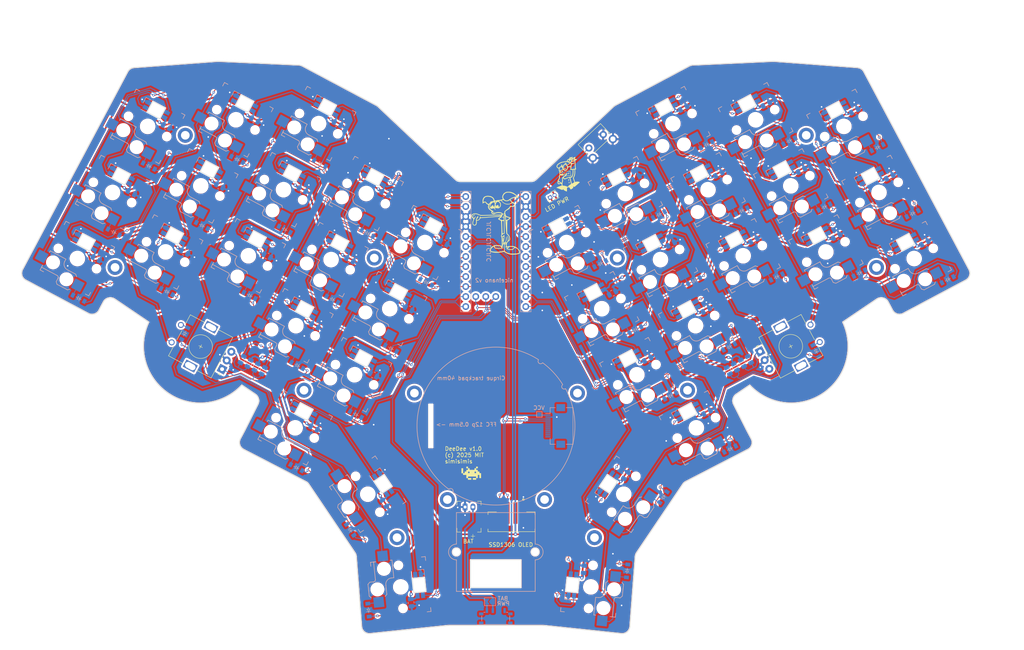
<source format=kicad_pcb>
(kicad_pcb (version 20240108) (generator "pcbnew") (generator_version "8.0")
  (title_block (title "DeeDee") (date "2025-01-03") (rev "v1.0.0") (company "Unknown"))
  (layers (0 "F.Cu" signal) (31 "B.Cu" signal) (34 "B.Paste" user) (35 "F.Paste" user) (36 "B.SilkS" user "B.Silkscreen") (37 "F.SilkS" user "F.Silkscreen") (38 "B.Mask" user) (39 "F.Mask" user) (44 "Edge.Cuts" user))
  (net 0 "")
  (net 1 "pinky_bottom")
  (net 2 "C1")
  (net 3 "pinky_home")
  (net 4 "pinky_top")
  (net 5 "ring_bottom")
  (net 6 "C2")
  (net 7 "ring_home")
  (net 8 "ring_top")
  (net 9 "middle_bottom")
  (net 10 "C3")
  (net 11 "middle_home")
  (net 12 "middle_top")
  (net 13 "index_bottom")
  (net 14 "C4")
  (net 15 "index_home")
  (net 16 "index_top")
  (net 17 "inner_bottom")
  (net 18 "C5")
  (net 19 "inner_home")
  (net 20 "inner_top")
  (net 21 "mirror_pinky_bottom")
  (net 22 "C10")
  (net 23 "mirror_pinky_home")
  (net 24 "mirror_pinky_top")
  (net 25 "mirror_ring_bottom")
  (net 26 "C9")
  (net 27 "mirror_ring_home")
  (net 28 "mirror_ring_top")
  (net 29 "mirror_middle_bottom")
  (net 30 "C8")
  (net 31 "mirror_middle_home")
  (net 32 "mirror_middle_top")
  (net 33 "mirror_index_bottom")
  (net 34 "C7")
  (net 35 "mirror_index_home")
  (net 36 "mirror_index_top")
  (net 37 "mirror_inner_bottom")
  (net 38 "C6")
  (net 39 "mirror_inner_home")
  (net 40 "mirror_inner_top")
  (net 41 "near_home")
  (net 42 "mid_home")
  (net 43 "far_home")
  (net 44 "mirror_near_home")
  (net 45 "mirror_mid_home")
  (net 46 "mirror_far_home")
  (net 47 "R3")
  (net 48 "R2")
  (net 49 "R1")
  (net 50 "R4")
  (net 51 "enc_enc")
  (net 52 "mirror_enc_enc")
  (net 53 "ELA_R")
  (net 54 "ELB_R")
  (net 55 "GND")
  (net 56 "ELA")
  (net 57 "VCC")
  (net 58 "ELB")
  (net 59 "ERA_R")
  (net 60 "ERA")
  (net 61 "ERB_R")
  (net 62 "ERB")
  (net 63 "RAW")
  (net 64 "RST")
  (net 65 "LED")
  (net 66 "SDA")
  (net 67 "SCL")
  (net 68 "BAT_P")
  (net 69 "P1")
  (net 70 "P2")
  (net 71 "P3")
  (net 72 "P4")
  (net 73 "P5")
  (net 74 "P6")
  (net 75 "P7")
  (net 76 "P8")
  (net 77 "VCC_LED")
  (net 78 "LED_3")
  (net 79 "LED_2")
  (net 80 "LED_1")
  (net 81 "LED_4")
  (net 82 "LED_5")
  (net 83 "LED_6")
  (net 84 "LED_9")
  (net 85 "LED_8")
  (net 86 "LED_7")
  (net 87 "LED_10")
  (net 88 "LED_11")
  (net 89 "LED_12")
  (net 90 "LED_15")
  (net 91 "LED_14")
  (net 92 "LED_13")
  (net 93 "LED_16")
  (net 94 "LED_17")
  (net 95 "LED_18")
  (net 96 "LED_34")
  (net 97 "LED_33")
  (net 98 "LED_35")
  (net 99 "LED_36")
  (net 100 "LED_32")
  (net 101 "LED_31")
  (net 102 "LED_30")
  (net 103 "LED_28")
  (net 104 "LED_27")
  (net 105 "LED_29")
  (net 106 "LED_26")
  (net 107 "LED_25")
  (net 108 "LED_24")
  (net 109 "LED_22")
  (net 110 "LED_21")
  (net 111 "LED_23")
  (net 112 "LED_20")
  (net 113 "LED_19")
  (footprint "smd_805" (layer "F.Cu") (at 177.503841 161.864869 34)
    (property "Reference" "SMD19" (hide yes))
    (property "Value" "")
  )
  (footprint "smd_805" (layer "F.Cu") (at 184.306479 187.097794 6)
    (property "Reference" "SMD20" (hide yes))
    (property "Value" "")
  )
  (footprint "smd_805" (layer "F.Cu") (at 168.773753 100.061707 62)
    (property "Reference" "SMD13" (hide yes))
    (property "Value" "")
  )
  (footprint "smd_805" (layer "F.Cu") (at 192.59183 95.737449 62)
    (property "Reference" "SMD17" (hide yes))
    (property "Value" "")
  )
  (footprint "smd_805" (layer "F.Cu") (at 159.651321 142.779163 62)
    (property "Reference" "SMD18" (hide yes))
    (property "Value" "")
  )
  (footprint "smd_805" (layer "F.Cu") (at 259.264194 112.8472 -62)
    (property "Reference" "SMD30" (hide yes))
    (property "Value" "")
  )
  (footprint "ceoloide:mounting_hole_plated" (layer "F.Cu") (at 157.118565 133.164714 -28)
    (property "Reference" "H7" (hide yes))
    (property "Value" "")
  )
  (footprint "Connector_PinHeader_1.27mm:PinHeader_1x02_P1.27mm_Vertical" (layer "F.Cu") (at 219.605556 84.222313 118)
    (property "Reference" "LED PWR")
    (property "Value" "PinHeader_1x02_P1.27mm_Vertical" (hide yes))
  )
  (footprint "smd_805" (layer "F.Cu") (at 292.346728 94.124333 -62)
    (property "Reference" "SMD24" (hide yes))
    (property "Value" "")
  )
  (footprint "smd_805" (layer "F.Cu") (at 262.425523 78.321761 -62)
    (property "Reference" "SMD28" (hide yes))
    (property "Value" "")
  )
  (footprint "smd_805" (layer "F.Cu") (at 177.693716 83.285699 62)
    (property "Reference" "SMD14" (hide yes))
    (property "Value" "")
  )
  (footprint "smd_805" (layer "F.Cu") (at 228.194952 178.644358 -6)
    (property "Reference" "SMD38" (hide yes))
    (property "Value" "")
  )
  (footprint "smd_805" (layer "F.Cu") (at 271.345485 95.097761 -62)
    (property "Reference" "SMD27" (hide yes))
    (property "Value" "")
  )
  (footprint "smd_805" (layer "F.Cu") (at 314.756393 95.799746 -62)
    (property "Reference" "SMD21" (hide yes))
    (property "Value" "")
  )
  (footprint "smd_805" (layer "F.Cu") (at 165.612424 65.536264 62)
    (property "Reference" "SMD11" (hide yes))
    (property "Value" "")
  )
  (footprint "smd_805" (layer "F.Cu") (at 126.771258 98.114845 62)
    (property "Reference" "SMD6" (hide yes))
    (property "Value" "")
  )
  (footprint "ceoloide:mounting_hole_plated" (layer "F.Cu") (at 254.494365 133.164711 28)
    (property "Reference" "H8" (hide yes))
    (property "Value" "")
  )
  (footprint "smd_805" (layer "F.Cu") (at 238.862236 154.81805 -34)
    (property "Reference" "SMD37" (hide yes))
    (property "Value" "")
  )
  (footprint "smd_805" (layer "F.Cu") (at 241.424273 79.295192 -62)
    (property "Reference" "SMD32" (hide yes))
    (property "Value" "")
  )
  (footprint "" (layer "F.Cu") (at 218.2 160.925)
    (property "Reference" "")
    (property "Value" "")
  )
  (footprint "smd_805" (layer "F.Cu") (at 274.506804 60.572324 -62)
    (property "Reference" "SMD26" (hide yes))
    (property "Value" "")
  )
  (footprint "smd_805" (layer "F.Cu") (at 174.751914 129.289459 62)
    (property "Reference" "SMD15" (hide yes))
    (property "Value" "")
  )
  (footprint "smd_805" (layer "F.Cu") (at 144.08109 126.798849 -28)
    (property "Reference" "SMD1" (hide yes))
    (property "Value" "")
  )
  (footprint "" (layer "F.Cu") (at 193.525 160.925)
    (property "Reference" "")
    (property "Value" "")
  )
  (footprint "rotary_encoder" (layer "F.Cu") (at 130.780879 121.992143 152)
    (property "Reference" "ROT1" (hide yes))
    (property "Value" "")
  )
  (footprint "smd_805" (layer "F.Cu") (at 244.366073 125.298955 -62)
    (property "Reference" "SMD33" (hide yes))
    (property "Value" "")
  )
  (footprint "ceoloide:mounting_hole_plated" (layer "F.Cu") (at 185.15 133.9)
    (property "Reference" "H8" (hide yes))
    (property "Value" "")
  )
  (footprint "smd_805" (layer "F.Cu") (at 259.466669 138.788653 -62)
    (property "Reference" "SMD36" (hide yes))
    (property "Value" "")
  )
  (footprint "ceoloide:mounting_hole_plated" (layer "F.Cu") (at 230.872274 170.597886 56)
    (property "Reference" "H10" (hide yes))
    (property "Value" "")
  )
  (footprint "smd_805" (layer "F.Cu") (at 226.526157 91.746944 -62)
    (property "Reference" "SMD35" (hide yes))
    (property "Value" "")
  )
  (footprint "rotary_encoder" (layer "F.Cu") (at 280.832052 121.992142 28)
    (property "Reference" "ROT2" (hide yes))
    (property "Value" "")
  )
  (footprint "smd_805" (layer "F.Cu") (at 283.426769 77.34833 -62)
    (property "Reference" "SMD25" (hide yes))
    (property "Value" "")
  )
  (footprint "ceoloide:mounting_hole_plated" (layer "F.Cu") (at 284.6351 68.438087 28)
    (property "Reference" "H2" (hide yes))
    (property "Value" "")
  )
  (footprint "smd_805" (layer "F.Cu") (at 253.505563 61.545761 -62)
    (property "Reference" "SMD29" (hide yes))
    (property "Value" "")
  )
  (footprint "ceoloide:mounting_hole_plated" (layer "F.Cu") (at 126.977827 68.438087 -28)
    (property "Reference" "H1" (hide yes))
    (property "Value" "")
  )
  (footprint "ceoloide:battery_connector_jst_ph_2" (layer "F.Cu") (at 199.006463 162.821683)
    (property "Reference" "BAT")
    (property "Value" "")
  )
  (footprint "smd_805" (layer "F.Cu") (at 296.916475 62.247738 -62)
    (property "Reference" "SMD23" (hide yes))
    (property "Value" "")
  )
  (footprint "ceoloide:mounting_hole_plated" (layer "F.Cu") (at 236.654447 99.612701 28)
    (property "Reference" "H4" (hide yes))
    (property "Value" "")
  )
  (footprint "ceoloide:mounting_hole_plated" (layer "F.Cu") (at 226.55 133.9)
    (property "Reference" "H8" (hide yes))
    (property "Value" "" (hide yes))
  )
  (footprint "SW_MSK12C02-HB" (layer "F.Cu") (at 205.806468 191.101039 180)
    (property "Reference" "")
    (property "Value" "PWR")
  )
  (footprint "smd_805" (layer "F.Cu") (at 104.361592 99.790252 62)
    (property "Reference" "SMD3" (hide yes))
    (property "Value" "")
  )
  (footprint "smd_805" (layer "F.Cu") (at 122.201508 66.238246 62)
    (property "Reference" "SMD5" (hide yes))
    (property "Value" "")
  )
  (footprint "ceoloide:mounting_hole_plated" (layer "F.Cu") (at 174.958486 99.612703 -28)
    (property "Reference" "H3" (hide yes))
    (property "Value" "")
  )
  (footprint "ceoloide:mounting_hole_plated" (layer "F.Cu") (at 302.475018 101.990096 28)
    (property "Reference" "H6" (hide yes))
    (property "Value" "")
  )
  (footprint "SW_SKHLLCA010" (layer "F.Cu") (at 232.131984 70.871663 43.25)
    (property "Reference" "")
    (property "Value" "RST")
  )
  (footprint "local:logo2" (layer "F.Cu") (at 199.575 154.225)
    (property "Reference" "G***" (hide yes))
    (property "Value" "LOGO" (hide yes))
  )
  (footprint "smd_805" (layer "F.Cu") (at 159.853793 116.83771 62)
    (property "Reference" "SMD12" (hide yes))
    (property "Value" "")
  )
  (footprint "simisimis:jst-ph-smt-4p-2mm" (layer "F.Cu") (at 209.806466 166.571686 180)
    (property "Reference" "SSD1306 OLED")
    (property "Value" "SSD1306 OLED")
  )
  (footprint "ceoloide:mounting_hole_plated" (layer "F.Cu") (at 109.137913 101.990096 -28)
    (property "Reference" "H5" (hide yes))
    (property "Value" "")
  )
  (footprint "smd_805" (layer "F.Cu") (at 183.671868 112.513453 62)
    (property "Reference" "SMD16" (hide yes))
    (property "Value" "")
  )
  (footprint "smd_805" (layer "F.Cu") (at 156.692463 82.31227 62)
    (property "Reference" "SMD10" (hide yes))
    (property "Value" "")
  )
  (footprint "local:deedee" (layer "F.Cu") (at 205.726231 91.237485)
    (property "Reference" "G***" (hide yes))
    (property "Value" "LOGO" (hide yes))
  )
  (footprint "smd_805" (layer "F.Cu") (at 135.691213 81.338842 62)
    (property "Reference" "SMD7" (hide yes))
    (property "Value" "")
  )
  (footprint "smd_805" (layer "F.Cu") (at 113.281552 83.014248 62)
    (property "Reference" "SMD4" (hide yes))
    (property "Value" "")
  )
  (footprint "ceoloide:mounting_hole_plated" (layer "F.Cu") (at 180.740646 170.597884 -56)
    (property "Reference" "H9" (hide yes))
    (property "Value" "")
  )
  (footprint "smd_805" (layer "F.Cu") (at 267.531846 126.798849 28)
    (property "Reference" "SMD2" (hide yes))
    (property "Value" "")
  )
  (footprint "smd_805" (layer "F.Cu") (at 250.344234 96.071198 -62)
    (property "Reference" "SMD31" (hide yes))
    (property "Value" "")
  )
  (footprint "smd_805" (layer "F.Cu") (at 147.772505 99.08827 62)
    (property "Reference" "SMD9" (hide yes))
    (property "Value" "")
  )
  (footprint "smd_805" (layer "F.Cu") (at 305.836435 79.023741 -62)
    (property "Reference" "SMD22" (hide yes))
    (property "Value" "")
  )
  (footprint "local:dexter" (layer "F.Cu") (at 223.95 78.475 28)
    (property "Reference" "G***" (hide yes))
    (property "Value" "LOGO" (hide yes))
  )
  (footprint "smd_805" (layer "F.Cu") (at 235.446117 108.522947 -62)
    (property "Reference" "SMD34" (hide yes))
    (property "Value" "")
  )
  (footprint "smd_805" (layer "F.Cu") (at 144.611175 64.56283 62)
    (property "Reference" "SMD8" (hide yes))
    (property "Value" "")
  )
  (footprint "cirque_connector_12p_back" (layer "B.Cu") (at 225.806467 142.236688 -90)
    (property "Reference" "Cirque trackpad 40mm")
    (property "Value" "FFC 12p 0.5mm")
    (fp_circle (center 32.000001 30.000001) (end 33 30) (stroke (width 0.1)) (fill none) (layer "Edge.Cuts"))
    (fp_circle (center 32 10) (end 33 10) (stroke (width 0.1)) (fill none) (layer "Edge.Cuts"))
    (fp_poly (pts (xy -5.5 35.999999) (xy -5.500001 37) (xy 5.500001 37) (xy 5.5 35.999999)) (stroke (width 0.05)) (fill none) (layer "Edge.Cuts"))
    (fp_poly (pts (xy 34 13.586217) (xy 34 26.386216) (xy 41 26.386216) (xy 40.999999 13.586216)) (stroke (width 0.1)) (fill none) (layer "Edge.Cuts"))
  )
  (footprint "ceoloide:led_SK6812mini-e (per-keysingle-side)" (layer "B.Cu") (at 266.419271 94.885654 28)
    (property "Reference" "LED25" (hide yes))
    (property "Value" "")
    (fp_poly (pts (xy -1.8 -1.55) (xy 1.8 -1.55) (xy 1.8 1.55) (xy -1.8 1.55)) (stroke (width 0.12)) (fill none) (layer "Edge.Cuts"))
  )
  (footprint "ceoloide:diode_tht_sod123" (layer "B.Cu") (at 173.494856 188.988273 96)
    (property "Reference" "D18" (hide yes))
    (property "Value" "")
  )
  (footprint "ceoloide:led_SK6812mini-e (per-keysingle-side)" (layer "B.Cu") (at 287.420524 93.91222 28)
    (property "Reference" "LED22" (hide yes))
    (property "Value" "")
    (fp_poly (pts (xy -1.8 -1.55) (xy 1.8 -1.55) (xy 1.8 1.55) (xy -1.8 1.55)) (stroke (width 0.12)) (fill none) (layer "Edge.Cuts"))
  )
  (footprint "ceoloide:switch_choc_v1_v2" (layer "B.Cu") (at 172.908348 83.23293 152)
    (property "Reference" "S12" (hide yes))
    (property "Value" "")
  )
  (footprint "ceoloide:led_SK6812mini-e (per-keysingle-side)" (layer "B.Cu") (at 254.540463 138.576539 28)
    (property "Reference" "LED34" (hide yes))
    (property "Value" "")
    (fp_poly (pts (xy -1.8 -1.55) (xy 1.8 -1.55) (xy 1.8 1.55) (xy -1.8 1.55)) (stroke (width 0.12)) (fill none) (layer "Edge.Cuts"))
  )
  (footprint "ceoloide:diode_tht_sod123" (layer "B.Cu") (at 168.845269 168.609806 124)
    (property "Reference" "D17" (hide yes))
    (property "Value" "")
  )
  (footprint "ceoloide:led_SK6812mini-e (per-keysingle-side)" (layer "B.Cu") (at 166.194904 95.859081 -28)
    (property "Reference" "LED11" (hide yes))
    (property "Value" "")
    (fp_poly (pts (xy -1.8 -1.55) (xy 1.8 -1.55) (xy 1.8 1.55) (xy -1.8 1.55)) (stroke (width 0.12)) (fill none) (layer "Edge.Cuts"))
  )
  (footprint "ceoloide:led_SK6812mini-e (per-keysingle-side)" (layer "B.Cu") (at 221.599951 91.534829 28)
    (property "Reference" "LED33" (hide yes))
    (property "Value" "")
    (fp_poly (pts (xy -1.8 -1.55) (xy 1.8 -1.55) (xy 1.8 1.55) (xy -1.8 1.55)) (stroke (width 0.12)) (fill none) (layer "Edge.Cuts"))
  )
  (footprint "ceoloide:switch_choc_v1_v2" (layer "B.Cu") (at 294.196785 66.185477 -152)
    (property "Reference" "S18" (hide yes))
    (property "Value" "")
  )
  (footprint "ceoloide:switch_choc_v1_v2" (layer "B.Cu") (at 139.825809 64.510066 152)
    (property "Reference" "S6" (hide yes))
    (property "Value" "")
  )
  (footprint "ceoloide:led_SK6812mini-e (per-keysingle-side)" (layer "B.Cu") (at 181.093024 108.310832 -28)
    (property "Reference" "LED14" (hide yes))
    (property "Value" "")
    (fp_poly (pts (xy -1.8 -1.55) (xy 1.8 -1.55) (xy 1.8 1.55) (xy -1.8 1.55)) (stroke (width 0.12)) (fill none) (layer "Edge.Cuts"))
  )
  (footprint "ceoloide:diode_tht_sod123" (layer "B.Cu") (at 161.133921 75.556647 152)
    (property "Reference" "D9" (hide yes))
    (property "Value" "")
  )
  (footprint "ceoloide:diode_tht_sod123" (layer "B.Cu") (at 188.113329 105.757829 152)
    (property "Reference" "D15" (hide yes))
    (property "Value" "")
  )
  (footprint "ceoloide:diode_tht_sod123" (layer "B.Cu") (at 126.835614 118.761838 62)
    (property "Reference" "D19" (hide yes))
    (property "Value" "")
  )
  (footprint "ceoloide:led_SK6812mini-e (per-keysingle-side)" (layer "B.Cu") (at 172.173061 125.086834 -28)
    (property "Reference" "LED13" (hide yes))
    (property "Value" "")
    (fp_poly (pts (xy -1.8 -1.55) (xy 1.8 -1.55) (xy 1.8 1.55) (xy -1.8 1.55)) (stroke (width 0.12)) (fill none) (layer "Edge.Cuts"))
  )
  (footprint "ceoloide:diode_tht_sod123" (layer "B.Cu") (at 155.172818 152.799541 152)
    (property "Reference" "D16" (hide yes))
    (property "Value" "")
  )
  (footprint "ceoloide:diode_tht_sod123" (layer "B.Cu") (at 155.375292 126.858089 152)
    (property "Reference" "D10" (hide yes))
    (property "Value" "")
  )
  (footprint "ceoloide:led_SK6812mini-e (per-keysingle-side)" (layer "B.Cu") (at 163.033575 61.33364 -28)
    (property "Reference" "LED9" (hide yes))
    (property "Value" "")
    (fp_poly (pts (xy -1.8 -1.55) (xy 1.8 -1.55) (xy 1.8 1.55) (xy -1.8 1.55)) (stroke (width 0.12)) (fill none) (layer "Edge.Cuts"))
  )
  (footprint "ceoloide:switch_choc_v1_v2" (layer "B.Cu") (at 312.036703 99.737489 -152)
    (property "Reference" "S16" (hide yes))
    (property "Value" "")
  )
  (footprint "ceoloide:led_SK6812mini-e (per-keysingle-side)" (layer "B.Cu") (at 101.782746 95.587631 -28)
    (property "Reference" "LED1" (hide yes))
    (property "Value" "")
    (fp_poly (pts (xy -1.8 -1.55) (xy 1.8 -1.55) (xy 1.8 1.55) (xy -1.8 1.55)) (stroke (width 0.12)) (fill none) (layer "Edge.Cuts"))
  )
  (footprint "ceoloide:switch_choc_v1_v2" (layer "B.Cu") (at 229.93865 183.101039 -96)
    (property "Reference" "S36" (hide yes))
    (property "Value" "")
  )
  (footprint "ceoloide:led_SK6812mini-e (per-keysingle-side)" (layer "B.Cu") (at 119.622665 62.035622 -28)
    (property "Reference" "LED3" (hide yes))
    (property "Value" "")
    (fp_poly (pts (xy -1.8 -1.55) (xy 1.8 -1.55) (xy 1.8 1.55) (xy -1.8 1.55)) (stroke (width 0.12)) (fill none) (layer "Edge.Cuts"))
  )
  (footprint "ceoloide:diode_tht_sod123" (layer "B.Cu") (at 256.14716 105.387372 -152)
    (property "Reference" "D30" (hide yes))
    (property "Value" "")
  )
  (footprint "ceoloide:switch_choc_v1_v2" (layer "B.Cu") (at 163.98839 100.008936 152)
    (property "Reference" "S11" (hide yes))
    (property "Value" "")
  )
  (footprint "ceoloide:led_SK6812mini-e (per-keysingle-side)" (layer "B.Cu") (at 245.41803 95.859086 28)
    (property "Reference" "LED29" (hide yes))
    (property "Value" "")
    (fp_poly (pts (xy -1.8 -1.55) (xy 1.8 -1.55) (xy 1.8 1.55) (xy -1.8 1.55)) (stroke (width 0.12)) (fill none) (layer "Edge.Cuts"))
  )
  (footprint "ceoloide:led_SK6812mini-e (per-keysingle-side)" (layer "B.Cu") (at 154.113616 78.109648 -28)
    (property "Reference" "LED8" (hide yes))
    (property "Value" "")
    (fp_poly (pts (xy -1.8 -1.55) (xy 1.8 -1.55) (xy 1.8 1.55) (xy -1.8 1.55)) (stroke (width 0.12)) (fill none) (layer "Edge.Cuts"))
  )
  (footprint "ceoloide:switch_choc_v1_v2" (layer "B.Cu") (at 256.74698 142.726392 -152)
    (property "Reference" "S34" (hide yes))
    (property "Value" "")
  )
  (footprint "ceoloide:diode_tht_sod123" (layer "B.Cu") (at 311.639357 88.339913 -152)
    (property "Reference" "D21" (hide yes))
    (property "Value" "")
  )
  (footprint "ceoloide:switch_choc_v1_v2" (layer "B.Cu") (at 154.865952 142.726399 152)
    (property "Reference" "S31" (hide yes))
    (property "Value" "")
  )
  (footprint "ceoloide:diode_tht_sod123" (layer "B.Cu") (at 259.308487 70.861932 -152)
    (property "Reference" "D28" (hide yes))
    (property "Value" "")
  )
  (footprint "ceoloide:diode_tht_sod123" (layer "B.Cu") (at 302.7194 71.563908 -152)
    (property "Reference" "D22" (hide yes))
    (property "Value" "")
  )
  (footprint "ceoloide:diode_tht_sod123" (layer "B.Cu") (at 232.329078 101.063115 -152)
    (property "Reference" "D34" (hide yes))
    (property "Value" "")
  )
  (footprint "ceoloide:switch_choc_v1_v2" (layer "B.Cu") (at 223.806466 95.684679 -152)
    (property "Reference" "S30" (hide yes))
    (property "Value" "")
  )
  (footprint "ceoloide:diode_tht_sod123" (layer "B.Cu") (at 117.723012 76.258624 152)
    (property "Reference" "D3" (hide yes))
    (property "Value" "")
  )
  (footprint "ceoloide:switch_choc_v1_v2" (layer "B.Cu") (at 259.705834 82.259505 -152)
    (property "Reference" "S23" (hide yes))
    (property "Value" "")
  )
  (footprint "ceoloide:diode_tht_sod123" (layer "B.Cu") (at 164.29525 110.082083 152)
    (property "Reference" "D11" (hide yes))
    (property "Value" "")
  )
  (footprint "ceoloide:diode_tht_sod123" (layer "B.Cu") (at 241.24904 117.839117 -152)
    (property "Reference" "D33" (hide yes))
    (property "Value" "")
  )
  (footprint "ceoloide:diode_tht_sod123" (layer "B.Cu") (at 173.21521 93.30608 152)
    (property "Reference" "D12" (hide yes))
    (property "Value" "")
  )
  (footprint "ceoloide:switch_choc_v1_v2" (layer "B.Cu") (at 121.985894 98.062075 152)
    (property "Reference" "S4" (hide yes))
    (property "Value" "")
  )
  (footprint "ceoloide:switch_choc_v1_v2" (layer "B.Cu") (at 108.496188 82.961479 152)
    (property "Reference" "S2" (hide yes))
    (property "Value" "")
  )
  (footprint "ceoloide:diode_tht_sod123" (layer "B.Cu") (at 320.559319 105.11592 -152)
    (property "Reference" "D20" (hide yes))
    (property "Value" "")
  )
  (footprint "ceoloide:switch_choc_v1_v2" (layer "B.Cu") (at 271.787121 64.510067 -152)
    (property "Reference" "S21" (hide yes))
    (property "Value" "")
  )
  (footprint "ceoloide:diode_tht_sod123" (layer "B.Cu") (at 140.132672 74.583217 152)
    (property "Reference" "D6" (hide yes))
    (property "Value" "")
  )
  (footprint "ceoloide:led_SK6812mini-e (per-keysingle-side)" (layer "B.Cu") (at 230.519908 108.310832 28)
    (property "Reference" "LED32" (hide yes))
    (property "Value" "")
    (fp_poly (pts (xy -1.8 -1.55) (xy 1.8 -1.55) (xy 1.8 1.55) (xy -1.8 1.55)) (stroke (width 0.12)) (fill none) (layer "Edge.Cuts"))
  )
  (footprint "ceoloide:led_SK6812mini-e (per-keysingle-side)" (layer "B.Cu") (at 236.498065 79.083078 28)
    (property "Reference" "LED30" (hide yes))
    (property "Value" "")
    (fp_poly (pts (xy -1.8 -1.55) (xy 1.8 -1.55) (xy 1.8 1.55) (xy -1.8 1.55)) (stroke (width 0.12)) (fill none) (layer "Edge.Cuts"))
  )
  (footprint "ceoloide:diode_tht_sod123" (layer "B.Cu") (at 289.229696 86.664503 -152)
    (property "Reference" "D24" (hide yes))
    (property "Value" "")
  )
  (footprint "ceoloide:diode_tht_sod123" (layer "B.Cu") (at 298.149654 103.440504 -152)
    (property "Reference" "D23" (hide yes))
    (property "Value" "")
  )
  (footprint "ceoloide:switch_choc_v1_v2" (layer "B.Cu") (at 256.544501 116.784938 -152)
    (property "Reference" "S25" (hide yes))
    (property "Value" "")
  )
  (footprint "ceoloide:led_SK6812mini-e (per-keysingle-side)" (layer "B.Cu") (at 225.264396 182.609757 84)
    (property "Reference" "LED36" (hide yes))
    (property "Value" "")
    (fp_poly (pts (xy -1.8 -1.55) (xy 1.800001 -1.55) (xy 1.8 1.55) (xy -1.800001 1.55)) (stroke (width 0.12)) (fill none) (layer "Edge.Cuts"))
  )
  (footprint "ceoloide:led_SK6812mini-e (per-keysingle-side)" (layer "B.Cu") (at 157.072467 138.576538 -28)
    (property "Reference" "LED16" (hide yes))
    (property "Value" "")
    (fp_poly (pts (xy -1.8 -1.55) (xy 1.8 -1.55) (xy 1.8 1.55) (xy -1.8 1.55)) (stroke (width 0.12)) (fill none) (layer "Edge.Cuts"))
  )
  (footprint "ceoloide:mcu_nice_nano" (layer "B.Cu") (at 205.806466 96.684678)
    (property "Reference" "MCU1" (hide yes))
    (property "Value" "")
  )
  (footprint "ceoloide:switch_choc_v1_v2" (layer "B.Cu") (at 99.576229 99.737484 152)
    (property "Reference" "S1" (hide yes))
    (property "Value" "")
  )
  (footprint "Jumper:SolderJumper-2_P1.3mm_Open_TrianglePad1.0x1.5mm" (layer "B.Cu") (at 204.35 186.85 180)
    (property "Reference" "BAT")
    (property "Value" "SolderJumper-2_P1.3mm_Open_TrianglePad1.0x1.5mm" (hide yes))
  )
  (footprint "ceoloide:switch_choc_v1_v2" (layer "B.Cu") (at 250.78587 65.483494 -152)
    (property "Reference" "S24" (hide yes))
    (property "Value" "")
  )
  (footprint "ceoloide:switch_choc_v1_v2" (layer "B.Cu") (at 130.905852 81.286068 152)
    (property "Reference" "S5" (hide yes))
    (property "Value" "")
  )
  (footprint "ceoloide:led_SK6812mini-e (per-keysingle-side)" (layer "B.Cu") (at 190.012979 91.534828 -28)
    (property "Reference" "LED15" (hide yes))
    (property "Value" "")
    (fp_poly (pts (xy -1.8 -1.55) (xy 1.8 -1.55) (xy 1.8 1.55) (xy -1.8 1.55)) (stroke (width 0.12)) (fill none) (layer "Edge.Cuts"))
  )
  (footprint "ceoloide:diode_tht_sod123" (layer "B.Cu") (at 265.269591 148.104829 -152)
    (property "Reference" "D35" (hide yes))
    (property "Value" "")
  )
  (footprint "ceoloide:led_SK6812mini-e (per-keysingle-side)" (layer "B.Cu") (at 257.499316 78.109649 28)
    (property "Reference" "LED26" (hide yes))
    (property "Value" "")
    (fp_poly (pts (xy -1.8 -1.55) (xy 1.8 -1.55) (xy 1.8 1.55) (xy -1.8 1.55)) (stroke (width 0.12)) (fill none) (layer "Edge.Cuts"))
  )
  (footprint "ceoloide:led_SK6812mini-e (per-keysingle-side)" (layer "B.Cu") (at 234.413071 156.943475 56)
    (property "Reference" "LED35" (hide yes))
    (property "Value" "")
    (fp_poly (pts (xy -1.799999 -1.55) (xy 1.800001 -1.549999) (xy 1.799999 1.55) (xy -1.800001 1.549999)) (stroke (width 0.12)) (fill none) (layer "Edge.Cuts"))
  )
  (footprint "ceoloide:diode_tht_sod123" (layer "B.Cu") (at 247.227194 88.611363 -152)
    (property "Reference" "D31" (hide yes))
    (property "Value" "")
  )
  (footprint "ceoloide:diode_tht_sod123" (layer "B.Cu") (at 280.309729 69.888496 -152)
    (property "Reference" "D25" (hide yes))
    (property "Value" "")
  )
  (footprint "ceoloide:diode_tht_sod123" (layer "B.Cu") (at 265.067118 122.163373 -152)
    (property "Reference" "D29" (hide yes))
    (property "Value" "")
  )
  (footprint "ceoloide:switch_choc_v1_v2" (layer "B.Cu") (at 289.627037 98.062073 -152)
    (property "Reference" "S19" (hide yes))
    (property "Value" "")
  )
  (footprint "ceoloide:led_SK6812mini-e (per-keysingle-side)" (layer "B.Cu") (at 177.199858 156.943474 -56)
    (property "Reference" "LED17" (hide yes))
    (property "Value" "")
    (fp_poly (pts (xy -1.8 -1.55) (xy 1.799997 -1.549999) (xy 1.8 1.55) (xy -1.799997 1.549999)) (stroke (width 0.12)) (fill none) (layer "Edge.Cuts"))
  )
  (footprint "ceoloide:switch_choc_v1_v2" (layer "B.Cu") (at 303.116746 82.961478 -152)
    (property "Reference" "S17" (hide yes))
    (property "Value" "")
  )
  (footprint "ceoloide:led_SK6812mini-e (per-keysingle-side)" (layer "B.Cu") (at 110.702705 78.811628 -28)
    (property "Reference" "LED2" (hide yes))
    (property "Value" "")
    (fp_poly (pts (xy -1.8 -1.55) (xy 1.8 -1.55) (xy 1.8 1.55) (xy -1.8 1.55)) (stroke (width 0.12)) (fill none) (layer "Edge.Cuts"))
  )
  (footprint "ceoloide:led_SK6812mini-e (per-keysingle-side)" (layer "B.Cu") (at 254.337988 112.635084 28)
    (property "Reference" "LED28" (hide yes))
    (property "Value" "")
    (fp_poly (pts (xy -1.8 -1.55) (xy 1.8 -1.55) (xy 1.8 1.55) (xy -1.8 1.55)) (stroke (width 0.12)) (fill none) (layer "Edge.Cuts"))
  )
  (footprint "ceoloide:diode_tht_sod123" (layer "B.Cu") (at 268.22845 87.637936 -152)
    (property "Reference" "D27" (hide yes))
    (property "Value" "")
  )
  (footprint "ceoloide:led_SK6812mini-e (per-keysingle-side)" (layer "B.Cu") (at 278.50056 77.136213 28)
    (property "Reference" "LED23" (hide yes))
    (property "Value" "")
    (fp_poly (pts (xy -1.8 -1.55) (xy 1.8 -1.55) (xy 1.8 1.55) (xy -1.8 1.55)) (stroke (width 0.12)) (fill none) (layer "Edge.Cuts"))
  )
  (footprint "ceoloide:switch_choc_v1_v2" (layer "B.Cu") (at 238.30955 159.571684 -124)
    (property "Reference" "S35" (hide yes))
    (property "Value" "")
  )
  (footprint "ceoloide:diode_tht_sod123" (layer "B.Cu") (at 131.212714 91.35922 152)
    (property "Reference" "D5" (hide yes))
    (property "Value" "")
  )
  (footprint "ceoloide:switch_choc_v1_v2" (layer "B.Cu") (at 247.624547 100.008936 -152)
    (property "Reference" "S26" (hide yes))
    (property "Value" "")
  )
  (footprint "ceoloide:switch_choc_v1_v2" (layer "B.Cu") (at 280.707083 81.286066 -152)
    (property "Reference" "S20" (hide yes))
    (property "Value" "")
  )
  (footprint "ceoloide:led_SK6812mini-e (per-keysingle-side)" (layer "B.Cu") (at 309.830188 95.58763 28)
    (property "Reference" "LED19" (hide yes))
    (property "Value" "")
    (fp_poly (pts (xy -1.8 -1.55) (xy 1.8 -1.55) (xy 1.8 1.55) (xy -1.8 1.55)) (stroke (width 0.12)) (fill none) (layer "Edge.Cuts"))
  )
  (footprint "ceoloide:switch_choc_v1_v2" (layer "B.Cu") (at 117.416146 66.185473 152)
    (property "Reference" "S3" (hide yes))
    (property "Value" "")
  )
  (footprint "ceoloide:diode_tht_sod123" (layer "B.Cu") (at 99.883089 109.810633 152)
    (property "Reference" "D1" (hide yes))
    (property "Value" "")
  )
  (footprint "ceoloide:led_SK6812mini-e (per-keysingle-side)" (layer "B.Cu") (at 124.192408 93.91222 -28)
    (property "Reference" "LED4" (hide yes))
    (property "Value" "")
    (fp_poly (pts (xy -1.8 -1.55) (xy 1.8 -1.55) (xy 1.8 1.55) (xy -1.8 1.55)) (stroke (width 0.12)) (fill none) (layer "Edge.Cuts"))
  )
  (footprint "ceoloide:diode_tht_sod123" (layer "B.Cu") (at 143.294003 109.108652 152)
    (property "Reference" "D7" (hide yes))
    (property "Value" "")
  )
  (footprint "ceoloide:led_SK6812mini-e (per-keysingle-side)" (layer "B.Cu") (at 300.910228 78.811621 28)
    (property "Reference" "LED20" (hide yes))
    (property "Value" "")
    (fp_poly (pts (xy -1.8 -1.55) (xy 1.8 -1.55) (xy 1.8 1.55) (xy -1.8 1.55)) (stroke (width 0.12)) (fill none) (layer "Edge.Cuts"))
  )
  (footprint "ceoloide:diode_tht_sod123" (layer "B.Cu") (at 122.292754 108.135219 152)
    (property "Reference" "D4" (hide yes))
    (property "Value" "")
  )
  (footprint "ceoloide:led_SK6812mini-e (per-keysingle-side)" (layer "B.Cu") (at 269.580606 60.360213 28)
    (property "Reference" "LED24" (hide yes))
    (property "Value" "")
    (fp_poly (pts (xy -1.8 -1.55) (xy 1.8 -1.55) (xy 1.8 1.55) (xy -1.8 1.55)) (stroke (width 0.12)) (fill none) (layer "Edge.Cuts"))
  )
  (footprint "ceoloide:switch_choc_v1_v2" (layer "B.Cu") (at 151.907101 82.259501 152)
    (property "Reference" "S8" (hide yes))
    (property "Value" "")
  )
  (footprint "ceoloide:switch_choc_v1_v2" (layer "B.Cu") (at 181.674282 183.101037 96)
    (property "Reference" "S33" (hide yes))
    (property "Value" "")
  )
  (footprint "ceoloide:switch_choc_v1_v2" (layer "B.Cu") (at 173.303381 159.571682 124)
    (property "Reference" "S32" (hide yes))
    (property "Value" "")
  )
  (footprint "ceoloide:diode_tht_sod123" (layer "B.Cu") (at 170.273412 139.309838 152)
    (property "Reference" "D13" (hide yes))
    (property "Value" "")
  )
  (footprint "ceoloide:led_SK6812mini-e (per-keysingle-side)" (layer "B.Cu") (at 157.274943 112.635094 -28)
    (property "Reference" "LED10" (hide yes))
    (property "Value" "")
    (fp_poly (pts (xy -1.8 -1.55) (xy 1.8 -1.55) (xy 1.8 1.55) (xy -1.8 1.55)) (stroke (width 0.12)) (fill none) (layer "Edge.Cuts"))
  )
  (footprint "ceoloide:diode_tht_sod123" (layer "B.Cu") (at 239.163359 179.043047 -96)
    (property "Reference" "D37" (hide yes))
    (property "Value" "")
  )
  (footprint "ceoloide:diode_tht_sod123" (layer "B.Cu") (at 152.213961 92.33265 152)
    (property "Reference" "D8" (hide yes))
    (property "Value" "")
  )
  (footprint "ceoloide:led_SK6812mini-e (per-keysingle-side)" (layer "B.Cu") (at 133.112366 77.136214 -28)
    (property "Reference" "LED5" (hide yes))
    (property "Value" "")
    (fp_poly (pts (xy -1.8 -1.55) (xy 1.8 -1.55) (xy 1.8 1.55) (xy -1.8 1.55)) (stroke (width 0.12)) (fill none) (layer "Edge.Cuts"))
  )
  (footprint "ceoloide:switch_choc_v1_v2" (layer "B.Cu") (at 187.806461 95.684684 152)
    (property "Reference" "S15" (hide yes))
    (property "Value" "")
  )
  (footprint "ceoloide:switch_choc_v1_v2" (layer "B.Cu") (at 268.625793 99.035502 -152)
    (property "Reference" "S22" (hide yes))
    (property "Value" "")
  )
  (footprint "ceoloide:switch_choc_v1_v2" (layer "B.Cu") (at 232.726425 112.460686 -152)
    (property "Reference" "S29" (hide yes))
    (property "Value" "")
  )
  (footprint "ceoloide:diode_tht_sod123" (layer "B.Cu") (at 108.80305 93.034628 152)
    (property "Reference" "D2" (hide yes))
    (property "Value" "")
  )
  (footprint "ceoloide:diode_tht_sod123" (layer "B.Cu") (at 277.148406 104.413934 -152)
    (property "Reference" "D26" (hide yes))
    (property "Value" "")
  )
  (footprint "ceoloide:switch_choc_v1_v2" (layer "B.Cu") (at 142.987142 99.035504 152)
    (property "Reference" "S7" (hide yes))
    (property "Value" "")
  )
  (footprint "TestPoint:TestPoint_Pad_1.0x1.0mm" (layer "B.Cu") (at 216.860018 139.292418 180)
    (property "Reference" "VCC")
    (property "Value" "TestPoint_Pad_1.0x1.0mm" (hide yes))
  )
  (footprint "ceoloide:switch_choc_v1_v2" (layer "B.Cu") (at 178.886506 112.460684 152)
    (property "Reference" "S14" (hide yes))
    (property "Value" "")
  )
  (footprint "ceoloide:switch_choc_v1_v2" (layer "B.Cu") (at 169.966547 129.23669 152)
    (property "Reference" "S13" (hide yes))
    (property "Value" "")
  )
  (footprint "ceoloide:led_SK6812mini-e (per-keysingle-side)" (layer "B.Cu") (at 248.579358 61.333642 28)
    (property "Reference" "LED27" (hide yes))
    (property "Value" "")
    (fp_poly (pts (xy -1.8 -1.55) (xy 1.8 -1.55) (xy 1.8 1.55) (xy -1.8 1.55)) (stroke (width 0.12)) (fill none) (layer "Edge.Cuts"))
  )
  (footprint "ceoloide:diode_tht_sod123" (layer "B.Cu") (at 248.359596 160.319434 -124)
    (property "Reference" "D36" (hide yes))
    (property "Value" "")
  )
  (footprint "ceoloide:switch_choc_v1_v2" (layer "B.Cu") (at 238.704584 83.232933 -152)
    (property "Reference" "S27" (hide yes))
    (property "Value" "")
  )
  (footprint "ceoloide:led_SK6812mini-e (per-keysingle-side)" (layer "B.Cu") (at 142.032326 60.360211 -28)
    (property "Reference" "LED6" (hide yes))
    (property "Value" "")
    (fp_poly (pts (xy -1.8 -1.55) (xy 1.8 -1.55) (xy 1.8 1.55) (xy -1.8 1.55)) (stroke (width 0.12)) (fill none) (layer "Edge.Cuts"))
  )
  (footprint "ceoloide:switch_choc_v1_v2" (layer "B.Cu") (at 241.646387 129.236693 -152)
    (property "Reference" "S28" (hide yes))
    (property "Value" "")
  )
  (footprint "ceoloide:led_SK6812mini-e (per-keysingle-side)" (layer "B.Cu") (at 175.114859 79.083078 -28)
    (property "Reference" "LED12" (hide yes))
    (property "Value" "")
    (fp_poly (pts (xy -1.8 -1.55) (xy 1.8 -1.55) (xy 1.8 1.55) (xy -1.8 1.55)) (stroke (width 0.12)) (fill none) (layer "Edge.Cuts"))
  )
  (footprint "ceoloide:led_SK6812mini-e (per-keysingle-side)" (layer "B.Cu") (at 145.193657 94.885649 -28)
    (property "Reference" "LED7" (hide yes))
    (property "Value" "")
    (fp_poly (pts (xy -1.8 -1.55) (xy 1.8 -1.55) (xy 1.8 1.55) (xy -1.8 1.55)) (stroke (width 0.12)) (fill none) (layer "Edge.Cuts"))
  )
  (footprint "ceoloide:diode_tht_sod123" (layer "B.Cu") (at 287.124677 123.176569 118)
    (property "Reference" "D38" (hide yes))
    (property "Value" "")
  )
  (footprint "ceoloide:diode_tht_sod123" (layer "B.Cu") (at 250.168999 134.615122 -152)
    (property "Reference" "D32" (hide yes))
    (property "Value" "")
  )
  (footprint "ceoloide:led_SK6812mini-e (per-keysingle-side)" (layer "B.Cu") (at 239.439867 125.086834 28)
    (property "Reference" "LED31" (hide yes))
    (property "Value" "")
    (fp_poly (pts (xy -1.8 -1.55) (xy 1.8 -1.55) (xy 1.8 1.55) (xy -1.8 1.55)) (stroke (width 0.12)) (fill none) (layer "Edge.Cuts"))
  )
  (footprint "ceoloide:switch_choc_v1_v2" (layer "B.Cu") (at 155.068429 116.784943 152)
    (property "Reference" "S10" (hide yes))
    (property "Value" "")
  )
  (footprint "ceoloide:switch_choc_v1_v2" (layer "B.Cu") (at 160.827063 65.483493 152)
    (property "Reference" "S9" (hide yes))
    (property "Value" "")
  )
  (footprint "ceoloide:led_SK6812mini-e (per-keysingle-side)" (layer "B.Cu") (at 186.348532 182.609755 -84)
    (property "Reference" "LED18" (hide yes))
    (property "Value" "")
    (fp_poly (pts (xy -1.8 -1.550001) (xy 1.8 -1.55) (xy 1.8 1.550001) (xy -1.8 1.55)) (stroke (width 0.12)) (fill none) (layer "Edge.Cuts"))
  )
  (footprint "ceoloide:diode_tht_sod123" (layer "B.Cu") (at 179.193364 122.533838 152)
    (property "Reference" "D14" (hide yes))
    (property "Value" "")
  )
  (footprint "ceoloide:led_SK6812mini-e (per-keysingle-side)" (layer "B.Cu") (at 291.990266 62.03562 28)
    (property "Reference" "LED21" (hide yes))
    (property "Value" "")
    (fp_poly (pts (xy -1.8 -1.55) (xy 1.8 -1.55) (xy 1.8 1.55) (xy -1.8 1.55)) (stroke (width 0.12)) (fill none) (layer "Edge.Cuts"))
  )
  (gr_line (start 142.0648 143.370247) (end 145.405811 136.743146) (stroke (width 0.15)) (layer "Edge.Cuts"))
  (gr_arc (start 144.741151 134.186651) (mid 145.55556 135.33956) (end 145.405811 136.743146) (stroke (width 0.15)) (layer "Edge.Cuts"))
  (gr_line (start 196.863583 80.144802) (end 214.749347 80.144809) (stroke (width 0.15)) (layer "Edge.Cuts"))
  (gr_line (start 236.146874 60.808915) (end 254.937023 50.818021) (stroke (width 0.15)) (layer "Edge.Cuts"))
  (gr_line (start 253.294382 157.026956) (end 241.573811 174.403419) (stroke (width 0.15)) (layer "Edge.Cuts"))
  (gr_line (start 276.456109 49.642479) (end 297.64575 51.22668) (stroke (width 0.15)) (layer "Edge.Cuts"))
  (gr_arc (start 276.214396 49.639062) (mid 276.335304 49.63711) (end 276.456109 49.642479) (stroke (width 0.15)) (layer "Edge.Cuts"))
  (gr_line (start 255.783363 50.586059) (end 276.214396 49.639062) (stroke (width 0.15)) (layer "Edge.Cuts"))
  (gr_arc (start 112.350396 52.282172) (mid 113.022974 51.546389) (end 113.967183 51.226682) (stroke (width 0.15)) (layer "Edge.Cuts"))
  (gr_line (start 193.659596 192.901925) (end 173.931377 194.975447) (stroke (width 0.15)) (layer "Edge.Cuts"))
  (gr_arc (start 253.294382 157.026956) (mid 253.622795 156.651377) (end 254.03393 156.368745) (stroke (width 0.15)) (layer "Edge.Cuts"))
  (gr_line (start 102.358569 113.675152) (end 86.465514 105.224666) (stroke (width 0.15)) (layer "Edge.Cuts"))
  (gr_arc (start 239.884842 193.138235) (mid 239.171439 194.522452) (end 237.681554 194.975443) (stroke (width 0.15)) (layer "Edge.Cuts"))
  (gr_arc (start 241.237661 175.369974) (mid 241.34287 174.864837) (end 241.573813 174.403424) (stroke (width 0.15)) (layer "Edge.Cuts"))
  (gr_arc (start 105.063411 112.8482) (mid 103.882253 113.821849) (end 102.358569 113.675152) (stroke (width 0.15)) (layer "Edge.Cuts"))
  (gr_line (start 117.690407 115.873149) (end 109.065497 110.034041) (stroke (width 0.15)) (layer "Edge.Cuts"))
  (gr_line (start 306.54953 112.848197) (end 305.434552 110.751251) (stroke (width 0.15)) (layer "Edge.Cuts"))
  (gr_line (start 156.675911 50.818027) (end 175.46606 60.808919) (stroke (width 0.15)) (layer "Edge.Cuts"))
  (gr_line (start 170.039119 174.40342) (end 158.318541 157.026963) (stroke (width 0.15)) (layer "Edge.Cuts"))
  (gr_arc (start 254.937023 50.818021) (mid 255.347316 50.655053) (end 255.783363 50.586059) (stroke (width 0.15)) (layer "Edge.Cuts"))
  (gr_arc (start 235.713497 61.119914) (mid 235.919769 60.9499) (end 236.146874 60.808915) (stroke (width 0.15)) (layer "Edge.Cuts"))
  (gr_line (start 140.939168 145.488257) (end 142.044814 143.40885) (stroke (width 0.15)) (layer "Edge.Cuts"))
  (gr_arc (start 217.74428 192.890965) (mid 217.848954 192.893702) (end 217.95334 192.901922) (stroke (width 0.15)) (layer "Edge.Cuts"))
  (gr_line (start 241.237661 175.369974) (end 239.884842 193.138235) (stroke (width 0.15)) (layer "Edge.Cuts"))
  (gr_arc (start 157.579002 156.368747) (mid 157.990155 156.65136) (end 158.318541 157.026963) (stroke (width 0.15)) (layer "Edge.Cuts"))
  (gr_arc (start 293.922528 115.873152) (mid 288.932948 133.957914) (end 270.288658 131.873402) (stroke (width 0.15)) (layer "Edge.Cuts"))
  (gr_line (start 85.63856 102.519822) (end 112.350396 52.282172) (stroke (width 0.15)) (layer "Edge.Cuts"))
  (gr_arc (start 270.673765 145.488265) (mid 270.817056 147.022972) (end 269.826393 148.203805) (stroke (width 0.15)) (layer "Edge.Cuts"))
  (gr_arc (start 297.64575 51.22668) (mid 298.589942 51.546402) (end 299.262537 52.282169) (stroke (width 0.15)) (layer "Edge.Cuts"))
  (gr_line (start 113.967183 51.226682) (end 135.156827 49.64248) (stroke (width 0.15)) (layer "Edge.Cuts"))
  (gr_line (start 269.826393 148.203805) (end 254.03393 156.368745) (stroke (width 0.15)) (layer "Edge.Cuts"))
  (gr_arc (start 193.659596 192.901925) (mid 193.763981 192.893707) (end 193.868653 192.890967) (stroke (width 0.15)) (layer "Edge.Cuts"))
  (gr_arc (start 266.207121 136.743144) (mid 266.05732 135.339541) (end 266.871778 134.186648) (stroke (width 0.15)) (layer "Edge.Cuts"))
  (gr_arc (start 173.931377 194.975447) (mid 172.441466 194.522462) (end 171.728094 193.138231) (stroke (width 0.15)) (layer "Edge.Cuts"))
  (gr_line (start 135.398537 49.639062) (end 155.829568 50.586061) (stroke (width 0.15)) (layer "Edge.Cuts"))
  (gr_arc (start 302.547435 110.034038) (mid 304.150814 109.749248) (end 305.434552 110.751251) (stroke (width 0.15)) (layer "Edge.Cuts"))
  (gr_line (start 171.728094 193.138231) (end 170.375275 175.369975) (stroke (width 0.15)) (layer "Edge.Cuts"))
  (gr_arc (start 170.039117 174.403422) (mid 170.270047 174.864838) (end 170.375275 175.369975) (stroke (width 0.15)) (layer "Edge.Cuts"))
  (gr_line (start 237.681554 194.975443) (end 217.95334 192.901922) (stroke (width 0.15)) (layer "Edge.Cuts"))
  (gr_line (start 269.568117 143.408852) (end 270.673765 145.488265) (stroke (width 0.15)) (layer "Edge.Cuts"))
  (gr_line (start 157.579002 156.368747) (end 141.786537 148.203805) (stroke (width 0.15)) (layer "Edge.Cuts"))
  (gr_line (start 270.288658 131.873402) (end 266.871778 134.186648) (stroke (width 0.15)) (layer "Edge.Cuts"))
  (gr_arc (start 269.568117 143.408852) (mid 269.558018 143.389606) (end 269.548128 143.370252) (stroke (width 0.15)) (layer "Edge.Cuts"))
  (gr_arc (start 155.829568 50.586061) (mid 156.265617 50.655057) (end 156.675911 50.818027) (stroke (width 0.15)) (layer "Edge.Cuts"))
  (gr_line (start 175.899434 61.119915) (end 195.491262 79.599705) (stroke (width 0.15)) (layer "Edge.Cuts"))
  (gr_arc (start 142.0648 143.370247) (mid 142.054911 143.389602) (end 142.044814 143.40885) (stroke (width 0.15)) (layer "Edge.Cuts"))
  (gr_line (start 325.147419 105.224667) (end 309.254363 113.675152) (stroke (width 0.15)) (layer "Edge.Cuts"))
  (gr_arc (start 216.12167 79.599708) (mid 215.487663 80.003565) (end 214.749347 80.144809) (stroke (width 0.15)) (layer "Edge.Cuts"))
  (gr_arc (start 106.178379 110.751247) (mid 107.462103 109.749222) (end 109.065497 110.034041) (stroke (width 0.15)) (layer "Edge.Cuts"))
  (gr_line (start 299.262537 52.282169) (end 325.974372 102.519827) (stroke (width 0.15)) (layer "Edge.Cuts"))
  (gr_line (start 106.178379 110.751247) (end 105.063411 112.8482) (stroke (width 0.15)) (layer "Edge.Cuts"))
  (gr_arc (start 141.324271 131.873403) (mid 122.680011 133.957874) (end 117.690407 115.873149) (stroke (width 0.15)) (layer "Edge.Cuts"))
  (gr_line (start 216.12167 79.599708) (end 235.713497 61.119914) (stroke (width 0.15)) (layer "Edge.Cuts"))
  (gr_arc (start 309.254363 113.675152) (mid 307.730664 113.821873) (end 306.54953 112.848197) (stroke (width 0.15)) (layer "Edge.Cuts"))
  (gr_arc (start 175.46606 60.808919) (mid 175.693164 60.949902) (end 175.899434 61.119915) (stroke (width 0.15)) (layer "Edge.Cuts"))
  (gr_line (start 266.207121 136.743144) (end 269.548128 143.370252) (stroke (width 0.15)) (layer "Edge.Cuts"))
  (gr_arc (start 135.156827 49.64248) (mid 135.27763 49.637115) (end 135.398537 49.639062) (stroke (width 0.15)) (layer "Edge.Cuts"))
  (gr_line (start 302.547435 110.034038) (end 293.922528 115.873152) (stroke (width 0.15)) (layer "Edge.Cuts"))
  (gr_arc (start 141.786537 148.203805) (mid 140.795871 147.022956) (end 140.939168 145.488257) (stroke (width 0.15)) (layer "Edge.Cuts"))
  (gr_arc (start 325.974372 102.519827) (mid 326.121083 104.043503) (end 325.147419 105.224667) (stroke (width 0.15)) (layer "Edge.Cuts"))
  (gr_arc (start 196.863583 80.144802) (mid 196.125264 80.00356) (end 195.491262 79.599705) (stroke (width 0.15)) (layer "Edge.Cuts"))
  (gr_arc (start 86.465514 105.224666) (mid 85.491839 104.043519) (end 85.63856 102.519822) (stroke (width 0.15)) (layer "Edge.Cuts"))
  (gr_line (start 217.74428 192.890965) (end 193.868653 192.890967) (stroke (width 0.15)) (layer "Edge.Cuts"))
  (gr_line (start 144.741151 134.186651) (end 141.324271 131.873403) (stroke (width 0.15)) (layer "Edge.Cuts"))
  (gr_text "JLCJLCJLCJLC" (at 204.625 90.175 90) (layer "B.SilkS") (effects (font (size 1 1) (thickness 0.153)) (justify left bottom mirror)))
  (gr_text "PWR" (at 209.425 187.925 0) (layer "B.SilkS") (effects (font (size 1 1) (thickness 0.15) (bold yes)) (justify left bottom mirror)))
  (gr_text "FFC 12p 0.5mm ->" (at 206.1 142.45 0) (layer "B.SilkS") (effects (font (size 1 1) (thickness 0.153)) (justify left bottom mirror)))
  (gr_text "nice!nano v2" (at 210.35 105.85 0) (layer "B.SilkS") (effects (font (size 1 1) (thickness 0.153)) (justify left bottom mirror)))
  (gr_text "DeeDee v1.0\n(c) 2025 MIT\nsimisimis" (at 192.8 151.825 0) (layer "F.SilkS") (effects (font (size 1 1)) (justify left bottom)))
  (segment (start 98.429471 109.038653) (end 99.708765 106.632634) (width 0.2) (layer "B.Cu") (net 1))
  (segment (start 99.708765 106.632634) (end 99.677769 106.531201) (width 0.2) (layer "B.Cu") (net 1))
  (segment (start 145.570373 56.6572) (end 156.087507 53.441787) (width 0.2) (layer "F.Cu") (net 2))
  (segment (start 138.948266 53.13616) (end 145.570373 56.6572) (width 0.2) (layer "F.Cu") (net 2))
  (segment (start 178.571953 78.138398) (end 191.088702 84.793672) (width 0.2) (layer "F.Cu") (net 2))
  (segment (start 173.92035 62.923681) (end 178.571953 78.138398) (width 0.2) (layer "F.Cu") (net 2))
  (segment (start 121.791648 58.381468) (end 138.948266 53.13616) (width 0.2) (layer "F.Cu") (net 2))
  (segment (start 191.088702 84.793672) (end 193.683655 84.000313) (width 0.2) (layer "F.Cu") (net 2))
  (segment (start 121.493499 58.222934) (end 121.791648 58.381468) (width 0.2) (layer "F.Cu") (net 2))
  (segment (start 156.087507 53.441787) (end 173.92035 62.923681) (width 0.2) (layer "F.Cu") (net 2))
  (via (at 193.683657 84.000312) (size 0.6) (drill 0.3) (layers "F.Cu" "B.Cu") (net 2))
  (via (at 121.493499 58.222934) (size 0.6) (drill 0.3) (layers "F.Cu" "B.Cu") (net 2))
  (segment (start 198.186462 83.984684) (end 193.699282 83.984686) (width 0.2) (layer "B.Cu") (net 2))
  (segment (start 108.349239 65.611649) (end 99.429274 82.387655) (width 0.2) (layer "B.Cu") (net 2))
  (segment (start 99.356097 82.525288) (end 90.50932 99.163661) (width 0.2) (layer "B.Cu") (net 2))
  (segment (start 99.356101 82.525285) (end 99.356097 82.525288) (width 0.2) (layer "B.Cu") (net 2))
  (segment (start 118.132168 56.418889) (end 112.290959 58.204724) (width 0.2) (layer "B.Cu") (net 2))
  (segment (start 109.131677 64.146477) (end 109.127625 64.147715) (width 0.2) (layer "B.Cu") (net 2))
  (segment (start 109.127625 64.147715) (end 108.349239 65.611649) (width 0.2) (layer "B.Cu") (net 2))
  (segment (start 99.429274 82.387655) (end 99.356101 82.525285) (width 0.2) (layer "B.Cu") (net 2))
  (segment (start 112.290959 58.204724) (end 109.131677 64.146477) (width 0.2) (layer "B.Cu") (net 2))
  (segment (start 193.699282 83.984686) (end 193.683657 84.000312) (width 0.2) (layer "B.Cu") (net 2))
  (segment (start 121.493499 58.222934) (end 121.48737 58.202877) (width 0.2) (layer "B.Cu") (net 2))
  (segment (start 121.48737 58.202877) (end 118.132168 56.418889) (width 0.2) (layer "B.Cu") (net 2))
  (segment (start 108.628732 89.856623) (end 108.59773 89.755186) (width 0.2) (layer "B.Cu") (net 3))
  (segment (start 107.34942 92.26265) (end 108.628732 89.856623) (width 0.2) (layer "B.Cu") (net 3))
  (segment (start 116.269386 75.486648) (end 117.548691 73.080624) (width 0.2) (layer "B.Cu") (net 4))
  (segment (start 117.548691 73.080624) (end 117.51769 72.979188) (width 0.2) (layer "B.Cu") (net 4))
  (segment (start 122.118441 104.957215) (end 122.087429 104.855784) (width 0.2) (layer "B.Cu") (net 5))
  (segment (start 120.839117 107.363248) (end 122.118441 104.957215) (width 0.2) (layer "B.Cu") (net 5))
  (segment (start 156.046007 53.872759) (end 173.586266 63.199081) (width 0.2) (layer "F.Cu") (net 6))
  (segment (start 138.981219 53.606712) (end 145.52889 57.088166) (width 0.2) (layer "F.Cu") (net 6))
  (segment (start 193.478258 86.517253) (end 193.533655 86.500315) (width 0.2) (layer "F.Cu") (net 6))
  (segment (start 145.52889 57.088166) (end 156.046007 53.872759) (width 0.2) (layer "F.Cu") (net 6))
  (segment (start 134.223511 57.487227) (end 135.763801 54.590374) (width 0.2) (layer "F.Cu") (net 6))
  (segment (start 135.763801 54.590374) (end 138.981219 53.606712) (width 0.2) (layer "F.Cu") (net 6))
  (segment (start 173.586266 63.199081) (end 178.237882 78.413804) (width 0.2) (layer "F.Cu") (net 6))
  (segment (start 178.237882 78.413804) (end 193.478258 86.517253) (width 0.2) (layer "F.Cu") (net 6))
  (via (at 134.223509 57.487224) (size 0.6) (drill 0.3) (layers "F.Cu" "B.Cu") (net 6))
  (via (at 193.533655 86.500315) (size 0.6) (drill 0.3) (layers "F.Cu" "B.Cu") (net 6))
  (segment (start 132.595002 60.483033) (end 130.7589 63.936244) (width 0.2) (layer "B.Cu") (net 6))
  (segment (start 132.595005 60.483029) (end 134.180994 57.500232) (width 0.2) (layer "B.Cu") (net 6))
  (segment (start 124.500015 74.156976) (end 129.553904 72.611846) (width 0.2) (layer "B.Cu") (net 6))
  (segment (start 111.839167 97.968573) (end 124.500015 74.156976) (width 0.2) (layer "B.Cu") (net 6))
  (segment (start 132.595005 60.483029) (end 132.595002 60.483033) (width 0.2) (layer "B.Cu") (net 6))
  (segment (start 130.974828 69.939483) (end 129.73067 65.870064) (width 0.2) (layer "B.Cu") (net 6))
  (segment (start 193.558022 86.524688) (end 193.533655 86.500315) (width 0.2) (layer "B.Cu") (net 6))
  (segment (start 119.700337 111.422343) (end 115.224864 109.042691) (width 0.2) (layer "B.Cu") (net 6))
  (segment (start 129.73067 65.870064) (end 130.7589 63.936244) (width 0.2) (layer "B.Cu") (net 6))
  (segment (start 134.180994 57.500232) (end 134.223509 57.487224) (width 0.2) (layer "B.Cu") (net 6))
  (segment (start 115.224864 109.042691) (end 111.839167 97.968573) (width 0.2) (layer "B.Cu") (net 6))
  (segment (start 198.186463 86.524683) (end 193.558022 86.524688) (width 0.2) (layer "B.Cu") (net 6))
  (segment (start 129.553904 72.611846) (end 130.974828 69.939483) (width 0.2) (layer "B.Cu") (net 6))
  (segment (start 123.516988 121.007519) (end 122.458806 120.444872) (width 0.2) (layer "B.Cu") (net 6))
  (segment (start 122.458806 120.444872) (end 119.700337 111.422343) (width 0.2) (layer "B.Cu") (net 6))
  (segment (start 131.038402 88.181202) (end 131.007389 88.079788) (width 0.2) (layer "B.Cu") (net 7))
  (segment (start 129.759089 90.587237) (end 131.038402 88.181202) (width 0.2) (layer "B.Cu") (net 7))
  (segment (start 138.679053 73.811235) (end 139.958356 71.405204) (width 0.2) (layer "B.Cu") (net 8))
  (segment (start 139.958356 71.405204) (end 139.927342 71.303774) (width 0.2) (layer "B.Cu") (net 8))
  (segment (start 141.840381 108.336673) (end 143.119681 105.930647) (width 0.2) (layer "B.Cu") (net 9))
  (segment (start 143.119681 105.930647) (end 143.088678 105.829225) (width 0.2) (layer "B.Cu") (net 9))
  (segment (start 191.234525 101.350106) (end 198.186466 99.224688) (width 0.2) (layer "F.Cu") (net 10))
  (segment (start 185.890049 98.508396) (end 191.234525 101.350106) (width 0.2) (layer "F.Cu") (net 10))
  (segment (start 163.353326 79.655684) (end 161.639707 82.878529) (width 0.2) (layer "F.Cu") (net 10))
  (segment (start 173.068788 93.333435) (end 177.396529 92.010313) (width 0.2) (layer "F.Cu") (net 10))
  (segment (start 149.138069 69.849835) (end 162.532832 76.971956) (width 0.2) (layer "F.Cu") (net 10))
  (segment (start 177.396529 92.010313) (end 185.166472 96.141664) (width 0.2) (layer "F.Cu") (net 10))
  (segment (start 161.639707 82.878529) (end 161.811508 83.440473) (width 0.2) (layer "F.Cu") (net 10))
  (segment (start 162.532832 76.971956) (end 163.353326 79.655684) (width 0.2) (layer "F.Cu") (net 10))
  (segment (start 164.871456 88.974836) (end 173.068788 93.333435) (width 0.2) (layer "F.Cu") (net 10))
  (segment (start 161.811508 83.440473) (end 163.444963 84.308989) (width 0.2) (layer "F.Cu") (net 10))
  (segment (start 185.166472 96.141664) (end 185.890049 98.508396) (width 0.2) (layer "F.Cu") (net 10))
  (segment (start 163.444963 84.308989) (end 164.871456 88.974836) (width 0.2) (layer "F.Cu") (net 10))
  (via (at 149.138069 69.849835) (size 0.6) (drill 0.3) (layers "F.Cu" "B.Cu") (net 10))
  (segment (start 148.763022 136.586868) (end 145.802276 142.15522) (width 0.2) (layer "B.Cu") (net 10))
  (segment (start 149.138069 69.849835) (end 151.763387 64.912323) (width 0.2) (layer "B.Cu") (net 10))
  (segment (start 149.138069 69.849835) (end 130.950877 104.054953) (width 0.2) (layer "B.Cu") (net 10))
  (segment (start 147.856875 133.623001) (end 148.763022 136.586868) (width 0.2) (layer "B.Cu") (net 10))
  (segment (start 124.084044 127.211895) (end 124.704256 129.240522) (width 0.2) (layer "B.Cu") (net 10))
  (segment (start 140.793292 129.867234) (end 147.856875 133.623001) (width 0.2) (layer "B.Cu") (net 10))
  (segment (start 131.326358 132.761563) (end 140.793292 129.867234) (width 0.2) (layer "B.Cu") (net 10))
  (segment (start 124.704256 129.240522) (end 131.326358 132.761563) (width 0.2) (layer "B.Cu") (net 10))
  (segment (start 130.950877 104.054953) (end 132.939058 110.558024) (width 0.2) (layer "B.Cu") (net 10))
  (segment (start 132.939058 110.558024) (end 124.084044 127.211895) (width 0.2) (layer "B.Cu") (net 10))
  (segment (start 152.039649 89.154635) (end 152.008642 89.053199) (width 0.2) (layer "B.Cu") (net 11))
  (segment (start 150.76034 91.560666) (end 152.039649 89.154635) (width 0.2) (layer "B.Cu") (net 11))
  (segment (start 159.680298 74.784663) (end 160.959611 72.378621) (width 0.2) (layer "B.Cu") (net 12))
  (segment (start 160.959611 72.378621) (end 160.928599 72.277209) (width 0.2) (layer "B.Cu") (net 12))
  (segment (start 153.921667 126.086119) (end 155.200972 123.680083) (width 0.2) (layer "B.Cu") (net 13))
  (segment (start 155.200972 123.680083) (end 155.169964 123.578655) (width 0.2) (layer "B.Cu") (net 13))
  (segment (start 184.598985 104.366578) (end 180.140092 101.995747) (width 0.2) (layer "F.Cu") (net 14))
  (segment (start 196.829569 101.764675) (end 195.549027 103.045214) (width 0.2) (layer "F.Cu") (net 14))
  (segment (start 164.476779 89.218007) (end 163.132982 84.822652) (width 0.2) (layer "F.Cu") (net 14))
  (segment (start 198.186468 101.764677) (end 196.829569 101.764675) (width 0.2) (layer "F.Cu") (net 14))
  (segment (start 177.560621 96.174812) (end 164.476779 89.218007) (width 0.2) (layer "F.Cu") (net 14))
  (segment (start 186.559981 103.767033) (end 184.598985 104.366578) (width 0.2) (layer "F.Cu") (net 14))
  (segment (start 178.284201 98.541549) (end 177.560621 96.174812) (width 0.2) (layer "F.Cu") (net 14))
  (segment (start 179.239303 99.049384) (end 178.284201 98.541549) (width 0.2) (layer "F.Cu") (net 14))
  (segment (start 163.132982 84.822652) (end 162.792091 84.641395) (width 0.2) (layer "F.Cu") (net 14))
  (segment (start 188.979749 105.053648) (end 186.559981 103.767033) (width 0.2) (layer "F.Cu") (net 14))
  (segment (start 195.549027 103.045214) (end 188.979749 105.053648) (width 0.2) (layer "F.Cu") (net 14))
  (segment (start 180.140092 101.995747) (end 179.239303 99.049384) (width 0.2) (layer "F.Cu") (net 14))
  (via (at 162.792091 84.641395) (size 0.6) (drill 0.3) (layers "F.Cu" "B.Cu") (net 14))
  (segment (start 134.748899 131.296912) (end 140.834799 129.43627) (width 0.2) (layer "B.Cu") (net 14))
  (segment (start 132.330314 130.010927) (end 134.748899 131.296912) (width 0.2) (layer "B.Cu") (net 14))
  (segment (start 162.792087 84.6414) (end 144.732307 118.606907) (width 0.2) (layer "B.Cu") (net 14))
  (segment (start 152.823515 145.777399) (end 163.20534 151.297514) (width 0.2) (layer "B.Cu") (net 14))
  (segment (start 148.190961 133.347614) (end 149.096652 136.310008) (width 0.2) (layer "B.Cu") (net 14))
  (segment (start 151.837276 142.551549) (end 152.823515 145.777399) (width 0.2) (layer "B.Cu") (net 14))
  (segment (start 163.209347 151.310599) (end 163.211276 151.300677) (width 0.2) (layer "B.Cu") (net 14))
  (segment (start 135.020904 121.575979) (end 131.675234 127.86827) (width 0.2) (layer "B.Cu") (net 14))
  (segment (start 149.096652 136.310008) (end 151.517187 137.597026) (width 0.2) (layer "B.Cu") (net 14))
  (segment (start 152.595789 141.124983) (end 151.837276 142.551549) (width 0.2) (layer "B.Cu") (net 14))
  (segment (start 162.792091 84.641395) (end 162.792087 84.6414) (width 0.2) (layer "B.Cu") (net 14))
  (segment (start 163.20534 151.297514) (end 163.209347 151.310599) (width 0.2) (layer "B.Cu") (net 14))
  (segment (start 140.834799 129.43627) (end 148.190961 133.347614) (width 0.2) (layer "B.Cu") (net 14))
  (segment (start 151.517187 137.597026) (end 152.595789 141.124983) (width 0.2) (layer "B.Cu") (net 14))
  (segment (start 144.732307 118.606907) (end 135.020904 121.575979) (width 0.2) (layer "B.Cu") (net 14))
  (segment (start 165.570414 154.811034) (end 163.209347 151.310599) (width 0.2) (layer "B.Cu") (net 14))
  (segment (start 131.675234 127.86827) (end 132.330314 130.010927) (width 0.2) (layer "B.Cu") (net 14))
  (segment (start 163.844676 82.661766) (end 162.792091 84.641395) (width 0.2) (layer "B.Cu") (net 14))
  (segment (start 164.12094 106.904079) (end 164.089926 106.802644) (width 0.2) (layer "B.Cu") (net 15))
  (segment (start 162.841619 109.310105) (end 164.12094 106.904079) (width 0.2) (layer "B.Cu") (net 15))
  (segment (start 171.730573 92.432674) (end 171.761583 92.534099) (width 0.2) (layer "B.Cu") (net 16))
  (segment (start 173.009885 90.026639) (end 171.730573 92.432674) (width 0.2) (layer "B.Cu") (net 16))
  (segment (start 168.788776 138.436433) (end 168.819779 138.537866) (width 0.2) (layer "B.Cu") (net 17))
  (segment (start 170.068092 136.030408) (end 168.788776 138.436433) (width 0.2) (layer "B.Cu") (net 17))
  (segment (start 179.531872 102.182009) (end 186.909617 106.104826) (width 0.2) (layer "F.Cu") (net 18))
  (segment (start 186.909617 106.104826) (end 195.80825 103.384242) (width 0.2) (layer "F.Cu") (net 18))
  (segment (start 178.876224 100.037486) (end 179.531872 102.182009) (width 0.2) (layer "F.Cu") (net 18))
  (segment (start 196.728687 104.30468) (end 195.80825 103.384242) (width 0.2) (layer "F.Cu") (net 18))
  (segment (start 198.186468 104.304679) (end 196.728687 104.30468) (width 0.2) (layer "F.Cu") (net 18))
  (via (at 178.876224 100.037486) (size 0.6) (drill 0.3) (layers "F.Cu" "B.Cu") (net 18))
  (segment (start 166.697518 152.701312) (end 166.696726 152.70543) (width 0.2) (layer "B.Cu") (net 18))
  (segment (start 178.876224 100.037486) (end 177.588031 102.428631) (width 0.2) (layer "B.Cu") (net 18))
  (segment (start 169.99595 157.596754) (end 169.506176 160.116476) (width 0.2) (layer "B.Cu") (net 18))
  (segment (start 151.22736 135.280922) (end 153.026759 141.166487) (width 0.2) (layer "B.Cu") (net 18))
  (segment (start 153.157593 145.502015) (end 166.697518 152.701312) (width 0.2) (layer "B.Cu") (net 18))
  (segment (start 166.696726 152.70543) (end 169.99595 157.596754) (width 0.2) (layer "B.Cu") (net 18))
  (segment (start 176.522981 170.519306) (end 177.016194 175.211827) (width 0.2) (layer "B.Cu") (net 18))
  (segment (start 169.506176 160.116476) (end 176.522981 170.519306) (width 0.2) (layer "B.Cu") (net 18))
  (segment (start 178.876224 100.037486) (end 179.254652 99.294164) (width 0.2) (layer "B.Cu") (net 18))
  (segment (start 169.82284 111.889516) (end 160.109644 130.15738) (width 0.2) (layer "B.Cu") (net 18))
  (segment (start 160.902875 128.665513) (end 160.109636 130.157383) (width 0.2) (layer "B.Cu") (net 18))
  (segment (start 179.254652 99.294164) (end 178.256255 96.028541) (width 0.2) (layer "B.Cu") (net 18))
  (segment (start 159.969214 130.421478) (end 158.544288 130.857126) (width 0.2) (layer "B.Cu") (net 18))
  (segment (start 178.256255 96.028541) (end 178.742792 95.11351) (width 0.2) (layer "B.Cu") (net 18))
  (segment (start 158.544288 130.857126) (end 157.131562 130.105961) (width 0.2) (layer "B.Cu") (net 18))
  (segment (start 160.109644 130.15738) (end 160.109636 130.157383) (width 0.2) (layer "B.Cu") (net 18))
  (segment (start 177.588031 102.428631) (end 177.40271 102.777175) (width 0.2) (layer "B.Cu") (net 18))
  (segment (start 174.137107 103.775576) (end 169.82284 111.889516) (width 0.2) (layer "B.Cu") (net 18))
  (segment (start 152.268237 142.593046) (end 153.157593 145.502015) (width 0.2) (layer "B.Cu") (net 18))
  (segment (start 157.131562 130.105961) (end 153.366964 131.256914) (width 0.2) (layer "B.Cu") (net 18))
  (segment (start 177.40271 102.777175) (end 174.137107 103.775576) (width 0.2) (layer "B.Cu") (net 18))
  (segment (start 153.366964 131.256914) (end 151.22736 135.280922) (width 0.2) (layer "B.Cu") (net 18))
  (segment (start 177.016194 175.211827) (end 177.08309 175.266) (width 0.2) (layer "B.Cu") (net 18))
  (segment (start 160.109636 130.157383) (end 159.969214 130.421478) (width 0.2) (layer "B.Cu") (net 18))
  (segment (start 153.026759 141.166487) (end 152.268237 142.593046) (width 0.2) (layer "B.Cu") (net 18))
  (segment (start 178.988041 119.254398) (end 177.708725 121.660435) (width 0.2) (layer "B.Cu") (net 19))
  (segment (start 177.708725 121.660435) (end 177.73974 121.761858) (width 0.2) (layer "B.Cu") (net 19))
  (segment (start 186.628687 104.884431) (end 186.659702 104.985851) (width 0.2) (layer "B.Cu") (net 20))
  (segment (start 187.908001 102.478399) (end 186.628687 104.884431) (width 0.2) (layer "B.Cu") (net 20))
  (segment (start 317.725179 103.453351) (end 319.004494 105.859386) (width 0.2) (layer "B.Cu") (net 21))
  (segment (start 319.004494 105.859386) (end 319.105929 105.89039) (width 0.2) (layer "B.Cu") (net 21))
  (segment (start 234.236452 92.355541) (end 238.1614 90.268608) (width 0.2) (layer "F.Cu") (net 22))
  (segment (start 224.337094 91.843024) (end 227.339114 90.246808) (width 0.2) (layer "F.Cu") (net 22))
  (segment (start 213.426466 96.684686) (end 215.880535 96.684686) (width 0.2) (layer "F.Cu") (net 22))
  (segment (start 264.21542 69.205229) (end 265.522178 69.604743) (width 0.2) (layer "F.Cu") (net 22))
  (segment (start 269.88879 67.282978) (end 271.105969 67.655101) (width 0.2) (layer "F.Cu") (net 22))
  (segment (start 283.96028 64.501199) (end 286.556446 65.294921) (width 0.2) (layer "F.Cu") (net 22))
  (segment (start 287.00852 70.298759) (end 287.149362 70.563645) (width 0.2) (layer "F.Cu") (net 22))
  (segment (start 215.892206 96.673018) (end 224.21305 92.24874) (width 0.2) (layer "F.Cu") (net 22))
  (segment (start 215.880535 96.684686) (end 215.892206 96.673018) (width 0.2) (layer "F.Cu") (net 22))
  (segment (start 286.556446 65.294921) (end 287.814794 67.661544) (width 0.2) (layer "F.Cu") (net 22))
  (segment (start 239.195092 86.887554) (end 251.312086 80.444837) (width 0.2) (layer "F.Cu") (net 22))
  (segment (start 252.91069 75.21606) (end 264.21542 69.205229) (width 0.2) (layer "F.Cu") (net 22))
  (segment (start 251.312086 80.444837) (end 252.91069 75.21606) (width 0.2) (layer "F.Cu") (net 22))
  (segment (start 238.1614 90.268608) (end 239.195092 86.887554) (width 0.2) (layer "F.Cu") (net 22))
  (segment (start 287.814794 67.661544) (end 287.00852 70.298759) (width 0.2) (layer "F.Cu") (net 22))
  (segment (start 276.227065 64.932171) (end 280.622427 66.275962) (width 0.2) (layer "F.Cu") (net 22))
  (segment (start 224.21305 92.24874) (end 224.337094 91.843024) (width 0.2) (layer "F.Cu") (net 22))
  (segment (start 271.105969 67.655101) (end 276.227065 64.932171) (width 0.2) (layer "F.Cu") (net 22))
  (segment (start 227.339114 90.246808) (end 234.236452 92.355541) (width 0.2) (layer "F.Cu") (net 22))
  (segment (start 265.522178 69.604743) (end 269.88879 67.282978) (width 0.2) (layer "F.Cu") (net 22))
  (segment (start 280.622427 66.275962) (end 283.96028 64.501199) (width 0.2) (layer "F.Cu") (net 22))
  (via (at 287.149362 70.563645) (size 0.6) (drill 0.3) (layers "F.Cu" "B.Cu") (net 22))
  (segment (start 306.490831 106.933419) (end 304.779083 103.714096) (width 0.2) (layer "B.Cu") (net 22))
  (segment (start 287.149362 70.563645) (end 287.153318 70.564844) (width 0.2) (layer "B.Cu") (net 22))
  (segment (start 287.153323 70.564852) (end 288.650912 73.381406) (width 0.2) (layer "B.Cu") (net 22))
  (segment (start 287.149362 70.563645) (end 287.153323 70.564852) (width 0.2) (layer "B.Cu") (net 22))
  (segment (start 300.787921 96.207798) (end 288.650912 73.381406) (width 0.2) (layer "B.Cu") (net 22))
  (segment (start 305.460591 101.48499) (end 303.017017 96.889301) (width 0.2) (layer "B.Cu") (net 22))
  (segment (start 304.779083 103.714096) (end 305.460591 101.48499) (width 0.2) (layer "B.Cu") (net 22))
  (segment (start 306.494305 106.933263) (end 306.644757 106.44115) (width 0.2) (layer "B.Cu") (net 22))
  (segment (start 303.017017 96.889301) (end 300.787921 96.207798) (width 0.2) (layer "B.Cu") (net 22))
  (segment (start 310.185972 89.114384) (end 308.906664 86.708351) (width 0.2) (layer "B.Cu") (net 23))
  (segment (start 308.906664 86.708351) (end 308.805219 86.677339) (width 0.2) (layer "B.Cu") (net 23))
  (segment (start 299.986695 69.932343) (end 299.885266 69.901334) (width 0.2) (layer "B.Cu") (net 24))
  (segment (start 301.266012 72.338384) (end 299.986695 69.932343) (width 0.2) (layer "B.Cu") (net 24))
  (segment (start 295.416961 101.808951) (end 295.315524 101.777935) (width 0.2) (layer "B.Cu") (net 25))
  (segment (start 296.696265 104.21498) (end 295.416961 101.808951) (width 0.2) (layer "B.Cu") (net 25))
  (segment (start 251.646172 80.720227) (end 253.244763 75.491456) (width 0.2) (layer "F.Cu") (net 26))
  (segment (start 234.277951 92.786504) (end 238.495479 90.544006) (width 0.2) (layer "F.Cu") (net 26))
  (segment (start 217.865559 96.131128) (end 217.869868 96.131127) (width 0.2) (layer "F.Cu") (net 26))
  (segment (start 217.869868 96.131127) (end 227.853959 90.822486) (width 0.2) (layer "F.Cu") (net 26))
  (segment (start 213.426464 99.224689) (end 214.772012 99.224681) (width 0.2) (layer "F.Cu") (net 26))
  (segment (start 238.495479 90.544006) (end 239.529175 87.162946) (width 0.2) (layer "F.Cu") (net 26))
  (segment (start 214.772012 99.224681) (end 217.865559 96.131128) (width 0.2) (layer "F.Cu") (net 26))
  (segment (start 239.529175 87.162946) (end 251.646172 80.720227) (width 0.2) (layer "F.Cu") (net 26))
  (segment (start 253.244763 75.491456) (end 261.706239 70.99241) (width 0.2) (layer "F.Cu") (net 26))
  (segment (start 227.853959 90.822486) (end 234.277951 92.786504) (width 0.2) (layer "F.Cu") (net 26))
  (segment (start 261.706239 70.99241) (end 263.148239 71.433277) (width 0.2) (layer "F.Cu") (net 26))
  (via (at 263.14824 71.433279) (size 0.6) (drill 0.3) (layers "F.Cu" "B.Cu") (net 26))
  (segment (start 275.16121 88.481998) (end 266.24125 71.705997) (width 0.2) (layer "B.Cu") (net 26))
  (segment (start 287.306267 111.323537) (end 287.24677 111.518142) (width 0.2) (layer "B.Cu") (net 26))
  (segment (start 265.437716 72.13324) (end 265.278094 72.084438) (width 0.2) (layer "B.Cu") (net 26))
  (segment (start 275.164682 88.481844) (end 275.164686 88.481843) (width 0.2) (layer "B.Cu") (net 26))
  (segment (start 266.244734 71.70585) (end 266.24472 71.70584) (width 0.2) (layer "B.Cu") (net 26))
  (segment (start 266.241249 71.705995) (end 265.437716 72.13324) (width 0.2) (layer "B.Cu") (net 26))
  (segment (start 284.081164 105.258001) (end 287.306267 111.323537) (width 0.2) (layer "B.Cu") (net 26))
  (segment (start 266.24125 71.705997) (end 266.241249 71.705995) (width 0.2) (layer "B.Cu") (net 26))
  (segment (start 284.081164 105.258001) (end 275.161205 88.482001) (width 0.2) (layer "B.Cu") (net 26))
  (segment (start 285.717752 116.519341) (end 287.24677 111.518142) (width 0.2) (layer "B.Cu") (net 26))
  (segment (start 275.161205 88.482001) (end 275.16121 88.481998) (width 0.2) (layer "B.Cu") (net 26))
  (segment (start 287.24677 111.518142) (end 287.278653 111.413865) (width 0.2) (layer "B.Cu") (net 26))
  (segment (start 263.14824 71.433279) (end 265.278094 72.084438) (width 0.2) (layer "B.Cu") (net 26))
  (segment (start 265.278094 72.084438) (end 265.437719 72.13324) (width 0.2) (layer "B.Cu") (net 26))
  (segment (start 287.776308 87.43898) (end 286.496986 85.032935) (width 0.2) (layer "B.Cu") (net 27))
  (segment (start 286.496986 85.032935) (end 286.395568 85.001929) (width 0.2) (layer "B.Cu") (net 27))
  (segment (start 277.577032 68.256936) (end 277.475603 68.225923) (width 0.2) (layer "B.Cu") (net 28))
  (segment (start 278.856347 70.662973) (end 277.577032 68.256936) (width 0.2) (layer "B.Cu") (net 28))
  (segment (start 274.415705 102.782379) (end 274.314275 102.751364) (width 0.2) (layer "B.Cu") (net 29))
  (segment (start 275.695019 105.188412) (end 274.415705 102.782379) (width 0.2) (layer "B.Cu") (net 29))
  (segment (start 247.198485 90.032021) (end 231.126857 98.577461) (width 0.2) (layer "F.Cu") (net 30))
  (segment (start 222.686679 98.104374) (end 215.802645 101.76468) (width 0.2) (layer "F.Cu") (net 30))
  (segment (start 225.232445 98.882697) (end 222.686679 98.104374) (width 0.2) (layer "F.Cu") (net 30))
  (segment (start 248.280423 90.3628) (end 247.198485 90.032021) (width 0.2) (layer "F.Cu") (net 30))
  (segment (start 215.802645 101.76468) (end 213.426466 101.764682) (width 0.2) (layer "F.Cu") (net 30))
  (segment (start 227.748846 97.544706) (end 225.232445 98.882697) (width 0.2) (layer "F.Cu") (net 30))
  (segment (start 231.126857 98.577461) (end 227.748846 97.544706) (width 0.2) (layer "F.Cu") (net 30))
  (via (at 248.280423 90.3628) (size 0.6) (drill 0.3) (layers "F.Cu" "B.Cu") (net 30))
  (segment (start 262.652829 137.084214) (end 264.017298 132.621234) (width 0.2) (layer "B.Cu") (net 30))
  (segment (start 264.15514 139.909645) (end 262.652829 137.084214) (width 0.2) (layer "B.Cu") (net 30))
  (segment (start 278.02495 126.588946) (end 271.874871 115.022338) (width 0.2) (layer "B.Cu") (net 30))
  (segment (start 263.0834 106.23128) (end 245.243475 72.679275) (width 0.2) (layer "B.Cu") (net 30))
  (segment (start 250.929972 91.172861) (end 254.159959 89.45543) (width 0.2) (layer "B.Cu") (net 30))
  (segment (start 252.010224 151.43736) (end 252.761518 151.667055) (width 0.2) (layer "B.Cu") (net 30))
  (segment (start 263.224817 142.952594) (end 264.15514 139.909645) (width 0.2) (layer "B.Cu") (net 30))
  (segment (start 252.761518 151.667055) (end 255.982112 149.954636) (width 0.2) (layer "B.Cu") (net 30))
  (segment (start 248.280423 90.3628) (end 250.929972 91.172861) (width 0.2) (layer "B.Cu") (net 30))
  (segment (start 271.213326 128.795043) (end 275.40582 130.076816) (width 0.2) (layer "B.Cu") (net 30))
  (segment (start 257.132477 146.191947) (end 263.224817 142.952594) (width 0.2) (layer "B.Cu") (net 30))
  (segment (start 275.40582 130.076816) (end 277.260016 129.090926) (width 0.2) (layer "B.Cu") (net 30))
  (segment (start 271.874871 115.022338) (end 266.95847 113.519252) (width 0.2) (layer "B.Cu") (net 30))
  (segment (start 277.260016 129.090926) (end 278.02495 126.588946) (width 0.2) (layer "B.Cu") (net 30))
  (segment (start 251.204574 149.922167) (end 252.010224 151.43736) (width 0.2) (layer "B.Cu") (net 30))
  (segment (start 266.95847 113.519252) (end 263.0834 106.23128) (width 0.2) (layer "B.Cu") (net 30))
  (segment (start 264.017298 132.621234) (end 271.213326 128.795043) (width 0.2) (layer "B.Cu") (net 30))
  (segment (start 255.982112 149.954636) (end 257.132477 146.191947) (width 0.2) (layer "B.Cu") (net 30))
  (segment (start 265.495752 86.006375) (end 265.394315 85.975364) (width 0.2) (layer "B.Cu") (net 31))
  (segment (start 266.775062 88.412402) (end 265.495752 86.006375) (width 0.2) (layer "B.Cu") (net 31))
  (segment (start 257.855104 71.636414) (end 256.575789 69.230372) (width 0.2) (layer "B.Cu") (net 32))
  (segment (start 256.575789 69.230372) (end 256.474353 69.199355) (width 0.2) (layer "B.Cu") (net 32))
  (segment (start 263.613728 122.937847) (end 262.334419 120.531809) (width 0.2) (layer "B.Cu") (net 33))
  (segment (start 262.334419 120.531809) (end 262.232987 120.500802) (width 0.2) (layer "B.Cu") (net 33))
  (segment (start 230.669717 113.632695) (end 231.36999 114.949722) (width 0.2) (layer "F.Cu") (net 34))
  (segment (start 214.969081 104.304681) (end 216.070157 105.405753) (width 0.2) (layer "F.Cu") (net 34))
  (segment (start 213.426463 104.304684) (end 214.969081 104.304681) (width 0.2) (layer "F.Cu") (net 34))
  (segment (start 221.620148 105.405752) (end 221.628607 105.397299) (width 0.2) (layer "F.Cu") (net 34))
  (segment (start 216.070157 105.405753) (end 221.620148 105.405752) (width 0.2) (layer "F.Cu") (net 34))
  (segment (start 231.36999 114.949722) (end 232.563167 115.314516) (width 0.2) (layer "F.Cu") (net 34))
  (segment (start 225.102426 111.930601) (end 230.669717 113.632695) (width 0.2) (layer "F.Cu") (net 34))
  (segment (start 232.563167 115.314516) (end 239.177886 111.797408) (width 0.2) (layer "F.Cu") (net 34))
  (segment (start 221.628607 105.397299) (end 225.102426 111.930601) (width 0.2) (layer "F.Cu") (net 34))
  (via (at 239.177886 111.797408) (size 0.6) (drill 0.3) (layers "F.Cu" "B.Cu") (net 34))
  (segment (start 254.88032 145.577337) (end 256.503219 146.073506) (width 0.2) (layer "B.Cu") (net 34))
  (segment (start 240.283063 161.597925) (end 248.971943 148.716119) (width 0.2) (layer "B.Cu") (net 34))
  (segment (start 242.078669 107.20487) (end 241.379571 105.890053) (width 0.2) (layer "B.Cu") (net 34))
  (segment (start 256.503219 146.073506) (end 262.890737 142.677203) (width 0.2) (layer "B.Cu") (net 34))
  (segment (start 236.794593 168.528785) (end 238.137397 169.434518) (width 0.2) (layer "B.Cu") (net 34))
  (segment (start 248.980091 148.714538) (end 254.88032 145.577337) (width 0.2) (layer "B.Cu") (net 34))
  (segment (start 237.053159 92.601253) (end 233.82625 91.614688) (width 0.2) (layer "B.Cu") (net 34))
  (segment (start 250.998628 123.980875) (end 243.327877 109.554286) (width 0.2) (layer "B.Cu") (net 34))
  (segment (start 253.558413 128.795131) (end 250.998627 123.980881) (width 0.2) (layer "B.Cu") (net 34))
  (segment (start 243.327877 109.554286) (end 242.078669 107.20487) (width 0.2) (layer "B.Cu") (net 34))
  (segment (start 233.202148 90.440926) (end 233.162185 90.428706) (width 0.2) (layer "B.Cu") (net 34))
  (segment (start 238.137397 169.434518) (end 239.104535 169.246529) (width 0.2) (layer "B.Cu") (net 34))
  (segment (start 233.82625 91.614688) (end 233.202148 90.440926) (width 0.2) (layer "B.Cu") (net 34))
  (segment (start 243.314541 109.597908) (end 243.327877 109.554286) (width 0.2) (layer "B.Cu") (net 34))
  (segment (start 241.173192 166.17962) (end 240.849381 164.513744) (width 0.2) (layer "B.Cu") (net 34))
  (segment (start 250.998627 123.980881) (end 250.998628 123.980875) (width 0.2) (layer "B.Cu") (net 34))
  (segment (start 240.849381 164.513744) (end 240.849736 164.513212) (width 0.2) (layer "B.Cu") (net 34))
  (segment (start 240.849736 164.513212) (end 240.283063 161.597925) (width 0.2) (layer "B.Cu") (net 34))
  (segment (start 240.414888 98.923749) (end 237.053159 92.601253) (width 0.2) (layer "B.Cu") (net 34))
  (segment (start 258.6143 130.34087) (end 253.558413 128.795131) (width 0.2) (layer "B.Cu") (net 34))
  (segment (start 239.104535 169.246529) (end 241.173192 166.17962) (width 0.2) (layer "B.Cu") (net 34))
  (segment (start 241.379571 105.890053) (end 239.414805 102.194871) (width 0.2) (layer "B.Cu") (net 34))
  (segment (start 263.724178 139.951146) (end 258.6143 130.34087) (width 0.2) (layer "B.Cu") (net 34))
  (segment (start 262.890737 142.677203) (end 263.724178 139.951146) (width 0.2) (layer "B.Cu") (net 34))
  (segment (start 248.971943 148.716119) (end 248.980091 148.714538) (width 0.2) (layer "B.Cu") (net 34))
  (segment (start 239.177886 111.797408) (end 243.314541 109.597908) (width 0.2) (layer "B.Cu") (net 34))
  (segment (start 239.414805 102.194871) (end 240.414888 98.923749) (width 0.2) (layer "B.Cu") (net 34))
  (segment (start 253.414464 103.755808) (end 253.313029 103.724796) (width 0.2) (layer "B.Cu") (net 35))
  (segment (start 254.693769 106.161843) (end 253.414464 103.755808) (width 0.2) (layer "B.Cu") (net 35))
  (segment (start 245.773801 89.385838) (end 244.494498 86.979793) (width 0.2) (layer "B.Cu") (net 36))
  (segment (start 244.494498 86.979793) (end 244.393073 86.948787) (width 0.2) (layer "B.Cu") (net 36))
  (segment (start 248.715613 135.389599) (end 247.436301 132.983563) (width 0.2) (layer "B.Cu") (net 37))
  (segment (start 247.436301 132.983563) (end 247.334868 132.952557) (width 0.2) (layer "B.Cu") (net 37))
  (segment (start 215.031219 106.844685) (end 213.426464 106.844686) (width 0.2) (layer "F.Cu") (net 38))
  (segment (start 216.070154 105.805752) (end 215.031219 106.844685) (width 0.2) (layer "F.Cu") (net 38))
  (segment (start 219.576193 105.805753) (end 216.070154 105.805752) (width 0.2) (layer "F.Cu") (net 38))
  (segment (start 220.095704 106.325264) (end 219.576193 105.805753) (width 0.2) (layer "F.Cu") (net 38))
  (via (at 220.095704 106.325264) (size 0.6) (drill 0.3) (layers "F.Cu" "B.Cu") (net 38))
  (segment (start 232.806604 191.722534) (end 234.633539 191.914552) (width 0.2) (layer "B.Cu") (net 38))
  (segment (start 228.10604 160.381866) (end 239.696199 143.19875) (width 0.2) (layer "B.Cu") (net 38))
  (segment (start 228.335095 161.56027) (end 228.10604 160.381866) (width 0.2) (layer "B.Cu") (net 38))
  (segment (start 228.356954 161.575014) (end 228.335095 161.56027) (width 0.2) (layer "B.Cu") (net 38))
  (segment (start 234.633539 191.914552) (end 235.509437 191.20527) (width 0.2) (layer "B.Cu") (net 38))
  (segment (start 236.103989 136.432466) (end 220.095704 106.325264) (width 0.2) (layer "B.Cu") (net 38))
  (segment (start 235.509437 191.20527) (end 235.885734 187.624984) (width 0.2) (layer "B.Cu") (net 38))
  (segment (start 232.592766 183.558496) (end 234.019066 169.98813) (width 0.2) (layer "B.Cu") (net 38))
  (segment (start 229.206972 165.947943) (end 228.356954 161.575014) (width 0.2) (layer "B.Cu") (net 38))
  (segment (start 239.696199 143.19875) (end 239.69304 143.182497) (width 0.2) (layer "B.Cu") (net 38))
  (segment (start 234.035074 169.964404) (end 233.865085 169.089879) (width 0.2) (layer "B.Cu") (net 38))
  (segment (start 235.885734 187.624984) (end 232.592766 183.558496) (width 0.2) (layer "B.Cu") (net 38))
  (segment (start 233.865085 169.089879) (end 229.206972 165.947943) (width 0.2) (layer "B.Cu") (net 38))
  (segment (start 220.095704 106.325264) (end 218.264062 102.880456) (width 0.2) (layer "B.Cu") (net 38))
  (segment (start 239.69304 143.182497) (end 236.103989 136.432466) (width 0.2) (layer "B.Cu") (net 38))
  (segment (start 234.019066 169.98813) (end 234.035074 169.964404) (width 0.2) (layer "B.Cu") (net 38))
  (segment (start 238.516333 116.20756) (end 238.414907 116.176549) (width 0.2) (layer "B.Cu") (net 39))
  (segment (start 239.795649 118.613597) (end 238.516333 116.20756) (width 0.2) (layer "B.Cu") (net 39))
  (segment (start 230.875688 101.837592) (end 229.596378 99.431557) (width 0.2) (layer "B.Cu") (net 40))
  (segment (start 229.596378 99.431557) (end 229.494946 99.400541) (width 0.2) (layer "B.Cu") (net 40))
  (segment (start 154.967493 149.520113) (end 153.688187 151.92614) (width 0.2) (layer "B.Cu") (net 41))
  (segment (start 153.688187 151.92614) (end 153.719197 152.02757) (width 0.2) (layer "B.Cu") (net 41))
  (segment (start 170.184975 165.720747) (end 170.205213 165.616635) (width 0.2) (layer "B.Cu") (net 42))
  (segment (start 167.925835 167.244543) (end 170.184975 165.720747) (width 0.2) (layer "B.Cu") (net 42))
  (segment (start 173.325633 187.349964) (end 176.035701 187.06512) (width 0.2) (layer "B.Cu") (net 43))
  (segment (start 176.035701 187.06512) (end 176.10245 186.982698) (width 0.2) (layer "B.Cu") (net 43))
  (segment (start 263.816206 148.879301) (end 262.536892 146.473266) (width 0.2) (layer "B.Cu") (net 44))
  (segment (start 262.536892 146.473266) (end 262.435457 146.442253) (width 0.2) (layer "B.Cu") (net 44))
  (segment (start 247.336273 161.707428) (end 247.440394 161.687191) (width 0.2) (layer "B.Cu") (net 45))
  (segment (start 245.077152 160.183626) (end 247.336273 161.707428) (width 0.2) (layer "B.Cu") (net 45))
  (segment (start 238.994361 180.683861) (end 236.284282 180.399019) (width 0.2) (layer "B.Cu") (net 46))
  (segment (start 236.284282 180.399019) (end 236.20186 180.465767) (width 0.2) (layer "B.Cu") (net 46))
  (segment (start 144.633951 112.625148) (end 142.286587 117.039889) (width 0.2) (layer "F.Cu") (net 47))
  (segment (start 249.3298 129.556711) (end 249.412496 129.286229) (width 0.2) (layer "F.Cu") (net 47))
  (segment (start 257.31258 125.085685) (end 258.732615 125.519832) (width 0.2) (layer "F.Cu") (net 47))
  (segment (start 261.999521 123.782785) (end 262.454345 122.295124) (width 0.2) (layer "F.Cu") (net 47))
  (segment (start 144.137781 111.002242) (end 144.633951 112.625148) (width 0.2) (layer "F.Cu") (net 47))
  (segment (start 112.418913 104.669928) (end 123.348867 110.481491) (width 0.2) (layer "F.Cu") (net 47))
  (segment (start 144.137781 111.002242) (end 131.776517 104.429637) (width 0.2) (layer "F.Cu") (net 47))
  (segment (start 124.521573 110.122956) (end 124.859141 109.488087) (width 0.2) (layer "F.Cu") (net 47))
  (segment (start 143.788704 121.953071) (end 157.416328 129.198997) (width 0.2) (layer "F.Cu") (net 47))
  (segment (start 210.222286 115.44125) (end 207.378281 112.597253) (width 0.2) (layer "F.Cu") (net 47))
  (segment (start 107.896959 106.052427) (end 112.418913 104.669928) (width 0.2) (layer "F.Cu") (net 47))
  (segment (start 162.501846 136.792457) (end 170.826042 141.218517) (width 0.2) (layer "F.Cu") (net 47))
  (segment (start 226.71913 125.185206) (end 225.688853 124.870223) (width 0.2) (layer "F.Cu") (net 47))
  (segment (start 281.377105 108.656386) (end 269.411214 115.018769) (width 0.2) (layer "F.Cu") (net 47))
  (segment (start 279.452267 105.036299) (end 281.377105 108.656386) (width 0.2) (layer "F.Cu") (net 47))
  (segment (start 288.00396 110.682424) (end 281.377105 108.656386) (width 0.2) (layer "F.Cu") (net 47))
  (segment (start 249.412496 129.286229) (end 257.31258 125.085685) (width 0.2) (layer "F.Cu") (net 47))
  (segment (start 220.675378 115.441248) (end 210.222286 115.44125) (width 0.2) (layer "F.Cu") (net 47))
  (segment (start 142.286587 117.039889) (end 143.788704 121.953071) (width 0.2) (layer "F.Cu") (net 47))
  (segment (start 236.944058 129.796358) (end 231.194473 132.853465) (width 0.2) (layer "F.Cu") (net 47))
  (segment (start 123.348867 110.481491) (end 124.521573 110.122956) (width 0.2) (layer "F.Cu") (net 47))
  (segment (start 231.194473 132.853465) (end 230.719143 132.708136) (width 0.2) (layer "F.Cu") (net 47))
  (segment (start 131.776517 104.429637) (end 126.72808 105.973099) (width 0.2) (layer "F.Cu") (net 47))
  (segment (start 269.411214 115.018769) (end 268.21213 118.940783) (width 0.2) (layer "F.Cu") (net 47))
  (segment (start 203.830684 112.59725) (end 203.266466 112.897253) (width 0.2) (layer "F.Cu") (net 47))
  (segment (start 230.719143 132.708136) (end 226.71913 125.185206) (width 0.2) (layer "F.Cu") (net 47))
  (segment (start 238.629451 132.308056) (end 237.361882 129.924098) (width 0.2) (layer "F.Cu") (net 47))
  (segment (start 249.3298 129.556711) (end 242.137916 133.3807) (width 0.2) (layer "F.Cu") (net 47))
  (segment (start 207.378281 112.597253) (end 203.830684 112.59725) (width 0.2) (layer "F.Cu") (net 47))
  (segment (start 157.416328 129.198997) (end 157.941684 128.210953) (width 0.2) (layer "F.Cu") (net 47))
  (segment (start 157.416328 129.198997) (end 160.716821 130.9539) (width 0.2) (layer "F.Cu") (net 47))
  (segment (start 299.818818 104.400353) (end 288.00396 110.682424) (width 0.2) (layer "F.Cu") (net 47))
  (segment (start 242.137916 133.3807) (end 238.629451 132.308056) (width 0.2) (layer "F.Cu") (net 47))
  (segment (start 225.688853 124.870223) (end 220.675378 115.441248) (width 0.2) (layer "F.Cu") (net 47))
  (segment (start 126.72808 105.973099) (end 124.859141 109.488087) (width 0.2) (layer "F.Cu") (net 47))
  (segment (start 237.361882 129.924098) (end 236.944058 129.796358) (width 0.2) (layer "F.Cu") (net 47))
  (segment (start 262.454345 122.295124) (end 265.855645 120.486621) (width 0.2) (layer "F.Cu") (net 47))
  (segment (start 170.826042 141.218517) (end 171.164131 141.115138) (width 0.2) (layer "F.Cu") (net 47))
  (segment (start 268.21213 118.940783) (end 265.962569 120.136892) (width 0.2) (layer "F.Cu") (net 47))
  (segment (start 265.855645 120.486621) (end 265.962569 120.136892) (width 0.2) (layer "F.Cu") (net 47))
  (segment (start 258.732615 125.519832) (end 261.999521 123.782785) (width 0.2) (layer "F.Cu") (net 47))
  (segment (start 160.716821 130.9539) (end 162.501846 136.792457) (width 0.2) (layer "F.Cu") (net 47))
  (via (at 124.859141 109.488087) (size 0.6) (drill 0.3) (layers "F.Cu" "B.Cu") (net 47))
  (via (at 171.164131 141.115138) (size 0.6) (drill 0.3) (layers "F.Cu" "B.Cu") (net 47))
  (via (at 203.266466 112.897253) (size 0.6) (drill 0.3) (layers "F.Cu" "B.Cu") (net 47))
  (via (at 107.896959 106.052427) (size 0.6) (drill 0.3) (layers "F.Cu" "B.Cu") (net 47))
  (via (at 249.3298 129.556711) (size 0.6) (drill 0.3) (layers "F.Cu" "B.Cu") (net 47))
  (via (at 157.941684 128.210953) (size 0.6) (drill 0.3) (layers "F.Cu" "B.Cu") (net 47))
  (via (at 265.962569 120.136892) (size 0.6) (drill 0.3) (layers "F.Cu" "B.Cu") (net 47))
  (via (at 144.137782 111.002239) (size 0.6) (drill 0.3) (layers "F.Cu" "B.Cu") (net 47))
  (via (at 299.818818 104.400353) (size 0.6) (drill 0.3) (layers "F.Cu" "B.Cu") (net 47))
  (via (at 279.452267 105.036299) (size 0.6) (drill 0.3) (layers "F.Cu" "B.Cu") (net 47))
  (segment (start 101.888009 110.864961) (end 101.348431 110.578061) (width 0.2) (layer "B.Cu") (net 47))
  (segment (start 171.19133 141.10683) (end 171.738751 140.077266) (width 0.2) (layer "B.Cu") (net 47))
  (segment (start 171.781301 141.443292) (end 173.099952 141.040143) (width 0.2) (layer "B.Cu") (net 47))
  (segment (start 104.954101 106.952147) (end 103.064947 110.505132) (width 0.2) (layer "B.Cu") (net 47))
  (segment (start 299.818813 104.400344) (end 300.079294 103.548351) (width 0.2) (layer "B.Cu") (net 47))
  (segment (start 303.739113 105.617006) (end 305.667085 109.242994) (width 0.2) (layer "B.Cu") (net 47))
  (segment (start 306.990578 109.647618) (end 311.830152 107.074368) (width 0.2) (layer "B.Cu") (net 47))
  (segment (start 312.280935 105.599917) (end 311.999254 105.070147) (width 0.2) (layer "B.Cu") (net 47))
  (segment (start 191.55203 114.587488) (end 201.576225 114.587485) (width 0.2) (layer "B.Cu") (net 47))
  (segment (start 299.830307 104.421961) (end 303.739113 105.617006) (width 0.2) (layer "B.Cu") (net 47))
  (segment (start 157.941684 128.210953) (end 156.840637 127.625515) (width 0.2) (layer "B.Cu") (net 47))
  (segment (start 265.962569 120.136892) (end 266.564196 121.268402) (width 0.2) (layer "B.Cu") (net 47))
  (segment (start 201.576225 114.587485) (end 203.266466 112.897253) (width 0.2) (layer "B.Cu") (net 47))
  (segment (start 171.164131 141.115138) (end 171.781301 141.443292) (width 0.2) (layer "B.Cu") (net 47))
  (segment (start 124.859141 109.488087) (end 123.758095 108.902646) (width 0.2) (layer "B.Cu") (net 47))
  (segment (start 322.925632 102.873655) (end 322.565808 104.050589) (width 0.2) (layer "B.Cu") (net 47))
  (segment (start 175.70552 136.139782) (end 179.346075 135.026751) (width 0.2) (layer "B.Cu") (net 47))
  (segment (start 249.355939 129.564708) (end 251.629336 133.84034) (width 0.2) (layer "B.Cu") (net 47))
  (segment (start 317.958511 100.135015) (end 322.151007 101.416786) (width 0.2) (layer "B.Cu") (net 47))
  (segment (start 305.667085 109.242994) (end 306.990578 109.647618) (width 0.2) (layer "B.Cu") (net 47))
  (segment (start 191.539132 114.600392) (end 191.55203 114.587488) (width 0.2) (layer "B.Cu") (net 47))
  (segment (start 249.3298 129.556711) (end 249.355939 129.564708) (width 0.2) (layer "B.Cu") (net 47))
  (segment (start 171.164131 141.115138) (end 171.19133 141.10683) (width 0.2) (layer "B.Cu") (net 47))
  (segment (start 266.564196 121.268402) (end 266.527451 121.388594) (width 0.2) (layer "B.Cu") (net 47))
  (segment (start 103.064947 110.505132) (end 101.888009 110.864961) (width 0.2) (layer "B.Cu") (net 47))
  (segment (start 311.830152 107.074368) (end 312.280935 105.599917) (width 0.2) (layer "B.Cu") (net 47))
  (segment (start 182.054578 129.932796) (end 183.645342 129.446451) (width 0.2) (layer "B.Cu") (net 47))
  (segment (start 312.644178 102.960689) (end 317.958511 100.135015) (width 0.2) (layer "B.Cu") (net 47))
  (segment (start 203.266467 109.384684) (end 203.266466 112.897253) (width 0.2) (layer "B.Cu") (net 47))
  (segment (start 183.645342 129.446451) (end 191.539132 114.600392) (width 0.2) (layer "B.Cu") (net 47))
  (segment (start 279.332084 104.999551) (end 279.452267 105.036299) (width 0.2) (layer "B.Cu") (net 47))
  (segment (start 173.099952 141.040143) (end 175.70552 136.139782) (width 0.2) (layer "B.Cu") (net 47))
  (segment (start 311.999254 105.070147) (end 312.644178 102.960689) (width 0.2) (layer "B.Cu") (net 47))
  (segment (start 300.079294 103.548351) (end 299.609998 102.665719) (width 0.2) (layer "B.Cu") (net 47))
  (segment (start 179.346075 135.026751) (end 182.054578 129.932796) (width 0.2) (layer "B.Cu") (net 47))
  (segment (start 278.608745 103.63915) (end 279.332084 104.999551) (width 0.2) (layer "B.Cu") (net 47))
  (segment (start 144.164966 110.993933) (end 144.759351 109.876077) (width 0.2) (layer "B.Cu") (net 47))
  (segment (start 322.151007 101.416786) (end 322.925632 102.873655) (width 0.2) (layer "B.Cu") (net 47))
  (segment (start 299.818818 104.400353) (end 299.830307 104.421961) (width 0.2) (layer "B.Cu") (net 47))
  (segment (start 299.818818 104.400353) (end 299.818813 104.400344) (width 0.2) (layer "B.Cu") (net 47))
  (segment (start 322.565808 104.050589) (end 322.026225 104.337488) (width 0.2) (layer "B.Cu") (net 47))
  (segment (start 144.137782 111.002239) (end 144.164966 110.993933) (width 0.2) (layer "B.Cu") (net 47))
  (segment (start 107.896959 106.052427) (end 104.954101 106.952147) (width 0.2) (layer "B.Cu") (net 47))
  (segment (start 220.908923 115.041253) (end 220.923447 115.055773) (width 0.2) (layer "F.Cu") (net 48))
  (segment (start 123.005257 89.289601) (end 131.880978 94.008908) (width 0.2) (layer "F.Cu") (net 48))
  (segment (start 134.662153 91.051285) (end 133.779096 92.71208) (width 0.2) (layer "F.Cu") (net 48))
  (segment (start 166.004102 112.265757) (end 165.209449 111.843238) (width 0.2) (layer "F.Cu") (net 48))
  (segment (start 277.594989 94.709203) (end 274.366748 93.722232) (width 0.2) (layer "F.Cu") (net 48))
  (segment (start 131.880978 94.008908) (end 133.324159 93.567685) (width 0.2) (layer "F.Cu") (net 48))
  (segment (start 291.468738 87.332403) (end 298.179137 83.764417) (width 0.2) (layer "F.Cu") (net 48))
  (segment (start 165.575335 115.095714) (end 166.3969 113.550551) (width 0.2) (layer "F.Cu") (net 48))
  (segment (start 184.352888 126.722149) (end 184.354643 126.727899) (width 0.2) (layer "F.Cu") (net 48))
  (segment (start 302.501937 86.675772) (end 308.064497 83.718098) (width 0.2) (layer "F.Cu") (net 48))
  (segment (start 298.179137 83.764417) (end 299.396319 84.136545) (width 0.2) (layer "F.Cu") (net 48))
  (segment (start 274.366748 93.722232) (end 271.473406 88.280632) (width 0.2) (layer "F.Cu") (net 48))
  (segment (start 151.17059 104.378636) (end 165.209449 111.843238) (width 0.2) (layer "F.Cu") (net 48))
  (segment (start 245.515193 111.03016) (end 243.861283 116.439841) (width 0.2) (layer "F.Cu") (net 48))
  (segment (start 180.081287 124.450896) (end 166.17487 117.056724) (width 0.2) (layer "F.Cu") (net 48))
  (segment (start 262.221403 92.180693) (end 258.58281 104.081986) (width 0.2) (layer "F.Cu") (net 48))
  (segment (start 300.405671 86.034882) (end 302.501937 86.675772) (width 0.2) (layer "F.Cu") (net 48))
  (segment (start 180.081287 124.450896) (end 184.352888 126.722149) (width 0.2) (layer "F.Cu") (net 48))
  (segment (start 201.137968 112.197252) (end 207.543972 112.197251) (width 0.2) (layer "F.Cu") (net 48))
  (segment (start 152.928103 94.497078) (end 142.144936 88.763569) (width 0.2) (layer "F.Cu") (net 48))
  (segment (start 133.324159 93.567685) (end 133.779096 92.71208) (width 0.2) (layer "F.Cu") (net 48))
  (segment (start 166.3969 113.550551) (end 166.004102 112.265757) (width 0.2) (layer "F.Cu") (net 48))
  (segment (start 220.923447 115.055773) (end 225.964245 124.536138) (width 0.2) (layer "F.Cu") (net 48))
  (segment (start 153.970193 97.089794) (end 150.777778 103.093842) (width 0.2) (layer "F.Cu") (net 48))
  (segment (start 152.929261 94.500859) (end 152.928103 94.497078) (width 0.2) (layer "F.Cu") (net 48))
  (segment (start 210.387966 115.04125) (end 220.908923 115.041253) (width 0.2) (layer "F.Cu") (net 48))
  (segment (start 225.964245 124.536138) (end 227.65956 125.05445) (width 0.2) (layer "F.Cu") (net 48))
  (segment (start 142.144936 88.763569) (end 134.662153 91.051285) (width 0.2) (layer "F.Cu") (net 48))
  (segment (start 308.064497 83.718098) (end 311.513168 84.772465) (width 0.2) (layer "F.Cu") (net 48))
  (segment (start 270.25623 87.908507) (end 262.221403 92.180693) (width 0.2) (layer "F.Cu") (net 48))
  (segment (start 227.65956 125.05445) (end 243.861283 116.439841) (width 0.2) (layer "F.Cu") (net 48))
  (segment (start 207.543972 112.197251) (end 210.387966 115.04125) (width 0.2) (layer "F.Cu") (net 48))
  (segment (start 150.777778 103.093842) (end 151.17059 104.378636) (width 0.2) (layer "F.Cu") (net 48))
  (segment (start 258.58281 104.081986) (end 245.515193 111.03016) (width 0.2) (layer "F.Cu") (net 48))
  (segment (start 311.513168 84.772465) (end 312.00611 85.699554) (width 0.2) (layer "F.Cu") (net 48))
  (segment (start 112.182529 92.598437) (end 123.005257 89.289601) (width 0.2) (layer "F.Cu") (net 48))
  (segment (start 152.929261 94.500859) (end 153.227088 94.659221) (width 0.2) (layer "F.Cu") (net 48))
  (segment (start 153.227088 94.659221) (end 153.970193 97.089794) (width 0.2) (layer "F.Cu") (net 48))
  (segment (start 166.17487 117.056724) (end 165.575335 115.095714) (width 0.2) (layer "F.Cu") (net 48))
  (segment (start 271.473406 88.280632) (end 270.25623 87.908507) (width 0.2) (layer "F.Cu") (net 48))
  (segment (start 299.396319 84.136545) (end 300.405671 86.034882) (width 0.2) (layer "F.Cu") (net 48))
  (segment (start 291.468738 87.332403) (end 277.594989 94.709203) (width 0.2) (layer "F.Cu") (net 48))
  (via (at 291.468738 87.332403) (size 0.6) (drill 0.3) (layers "F.Cu" "B.Cu") (net 48))
  (via (at 165.209449 111.843238) (size 0.6) (drill 0.3) (layers "F.Cu" "B.Cu") (net 48))
  (via (at 270.25623 87.908507) (size 0.6) (drill 0.3) (layers "F.Cu" "B.Cu") (net 48))
  (via (at 180.081287 124.450896) (size 0.6) (drill 0.3) (layers "F.Cu" "B.Cu") (net 48))
  (via (at 258.58281 104.081986) (size 0.6) (drill 0.3) (layers "F.Cu" "B.Cu") (net 48))
  (via (at 243.861283 116.439841) (size 0.6) (drill 0.3) (layers "F.Cu" "B.Cu") (net 48))
  (via (at 312.00611 85.699554) (size 0.6) (drill 0.3) (layers "F.Cu" "B.Cu") (net 48))
  (via (at 201.137968 112.197252) (size 0.6) (drill 0.3) (layers "F.Cu" "B.Cu") (net 48))
  (via (at 112.182529 92.598437) (size 0.6) (drill 0.3) (layers "F.Cu" "B.Cu") (net 48))
  (via (at 184.354643 126.727899) (size 0.6) (drill 0.3) (layers "F.Cu" "B.Cu") (net 48))
  (via (at 152.929261 94.500859) (size 0.6) (drill 0.3) (layers "F.Cu" "B.Cu") (net 48))
  (via (at 133.779096 92.71208) (size 0.6) (drill 0.3) (layers "F.Cu" "B.Cu") (net 48))
  (segment (start 312.127486 85.736658) (end 312.00611 85.699554) (width 0.2) (layer "B.Cu") (net 48))
  (segment (start 313.099699 87.565133) (end 312.127486 85.736658) (width 0.2) (layer "B.Cu") (net 48))
  (segment (start 199.84173 114.187492) (end 191.026225 114.18749) (width 0.2) (layer "B.Cu") (net 48))
  (segment (start 112.182529 92.598437) (end 110.661035 93.063602) (width 0.2) (layer "B.Cu") (net 48))
  (segment (start 201.137968 112.197252) (end 201.137967 112.89125) (width 0.2) (layer "B.Cu") (net 48))
  (segment (start 133.779096 92.71208) (end 132.678053 92.126644) (width 0.2) (layer "B.Cu") (net 48))
  (segment (start 243.861283 116.439841) (end 242.713764 117.049994) (width 0.2) (layer "B.Cu") (net 48))
  (segment (start 201.137967 112.89125) (end 199.84173 114.187492) (width 0.2) (layer "B.Cu") (net 48))
  (segment (start 152.929261 94.500859) (end 152.935506 94.498947) (width 0.2) (layer "B.Cu") (net 48))
  (segment (start 180.081287 124.450896) (end 180.068932 124.410469) (width 0.2) (layer "B.Cu") (net 48))
  (segment (start 191.026225 114.18749) (end 191.023795 114.185056) (width 0.2) (layer "B.Cu") (net 48))
  (segment (start 180.068932 124.410469) (end 180.658712 123.301262) (width 0.2) (layer "B.Cu") (net 48))
  (segment (start 165.209449 111.843238) (end 165.236647 111.83492) (width 0.2) (layer "B.Cu") (net 48))
  (segment (start 201.137968 111.491249) (end 200.726467 111.079751) (width 0.2) (layer "B.Cu") (net 48))
  (segment (start 200.726467 111.079751) (end 200.726467 109.38468) (width 0.2) (layer "B.Cu") (net 48))
  (segment (start 258.58281 104.081986) (end 257.611886 104.598239) (width 0.2) (layer "B.Cu") (net 48))
  (segment (start 242.713764 117.049994) (end 242.709375 117.064334) (width 0.2) (layer "B.Cu") (net 48))
  (segment (start 110.661035 93.063602) (end 110.268391 93.802064) (width 0.2) (layer "B.Cu") (net 48))
  (segment (start 270.25623 87.908507) (end 269.702657 86.867383) (width 0.2) (layer "B.Cu") (net 48))
  (segment (start 257.611886 104.598239) (end 257.6075 104.612574) (width 0.2) (layer "B.Cu") (net 48))
  (segment (start 152.935506 94.498947) (end 153.679302 93.100085) (width 0.2) (layer "B.Cu") (net 48))
  (segment (start 165.236647 111.83492) (end 165.760601 110.84951) (width 0.2) (layer "B.Cu") (net 48))
  (segment (start 191.023795 114.185056) (end 184.354643 126.727899) (width 0.2) (layer "B.Cu") (net 48))
  (segment (start 291.468738 87.332403) (end 290.703909 85.893964) (width 0.2) (layer "B.Cu") (net 48))
  (segment (start 201.137968 112.197252) (end 201.137968 111.491249) (width 0.2) (layer "B.Cu") (net 48))
  (segment (start 269.702657 86.867383) (end 269.688779 86.863148) (width 0.2) (layer "B.Cu") (net 48))
  (segment (start 290.703909 85.893964) (end 290.690033 85.889722) (width 0.2) (layer "B.Cu") (net 48))
  (segment (start 231.094601 115.283802) (end 230.406507 113.989681) (width 0.2) (layer "F.Cu") (net 49))
  (segment (start 293.631721 70.099827) (end 291.535472 69.458943) (width 0.2) (layer "F.Cu") (net 49))
  (segment (start 286.674898 72.043358) (end 282.69194 70.825643) (width 0.2) (layer "F.Cu") (net 49))
  (segment (start 150.211713 71.13752) (end 162.045319 77.429558) (width 0.2) (layer "F.Cu") (net 49))
  (segment (start 271.309069 76.362769) (end 282.478355 70.423949) (width 0.2) (layer "F.Cu") (net 49))
  (segment (start 142.705653 75.983337) (end 144.32533 72.937168) (width 0.2) (layer "F.Cu") (net 49))
  (segment (start 190.950338 106.844686) (end 190.674479 107.120545) (width 0.2) (layer "F.Cu") (net 49))
  (segment (start 178.874242 102.285366) (end 188.956009 107.645925) (width 0.2) (layer "F.Cu") (net 49))
  (segment (start 237.876537 106.715908) (end 240.08305 110.865759) (width 0.2) (layer "F.Cu") (net 49))
  (segment (start 174.105939 95.111377) (end 177.180778 96.746298) (width 0.2) (layer "F.Cu") (net 49))
  (segment (start 263.821899 72.292699) (end 264.952699 74.419432) (width 0.2) (layer "F.Cu") (net 49))
  (segment (start 162.789578 79.863922) (end 161.122213 82.999774) (width 0.2) (layer "F.Cu") (net 49))
  (segment (start 161.122213 82.999774) (end 161.645468 84.711268) (width 0.2) (layer "F.Cu") (net 49))
  (segment (start 302.332201 67.399071) (end 300.033084 66.696159) (width 0.2) (layer "F.Cu") (net 49))
  (segment (start 251.980252 80.995625) (end 247.717058 83.262409) (width 0.2) (layer "F.Cu") (net 49))
  (segment (start 261.730657 71.677362) (end 253.489438 76.059302) (width 0.2) (layer "F.Cu") (net 49))
  (segment (start 222.124703 114.65106) (end 222.092617 114.64125) (width 0.2) (layer "F.Cu") (net 49))
  (segment (start 239.942834 111.347562) (end 239.671669 112.234505) (width 0.2) (layer "F.Cu") (net 49))
  (segment (start 207.938479 107.904965) (end 206.878195 106.844683) (width 0.2) (layer "F.Cu") (net 49))
  (segment (start 300.033084 66.696159) (end 293.631721 70.099827) (width 0.2) (layer "F.Cu") (net 49))
  (segment (start 232.899154 115.835513) (end 231.094601 115.283802) (width 0.2) (layer "F.Cu") (net 49))
  (segment (start 188.956009 107.645925) (end 190.674479 107.120545) (width 0.2) (layer "F.Cu") (net 49))
  (segment (start 222.092617 114.64125) (end 210.553652 114.641248) (width 0.2) (layer "F.Cu") (net 49))
  (segment (start 140.477523 76.664549) (end 130.147033 71.17173) (width 0.2) (layer "F.Cu") (net 49))
  (segment (start 282.69194 70.825643) (end 282.478355 70.423949) (width 0.2) (layer "F.Cu") (net 49))
  (segment (start 164.259678 89.876026) (end 174.105939 95.111377) (width 0.2) (layer "F.Cu") (net 49))
  (segment (start 142.705653 75.983337) (end 140.477523 76.664549) (width 0.2) (layer "F.Cu") (net 49))
  (segment (start 249.372345 89.102679) (end 248.876174 90.725574) (width 0.2) (layer "F.Cu") (net 49))
  (segment (start 206.878195 106.844683) (end 198.186469 106.844687) (width 0.2) (layer "F.Cu") (net 49))
  (segment (start 161.645468 84.711268) (end 162.881599 85.36853) (width 0.2) (layer "F.Cu") (net 49))
  (segment (start 236.862225 106.405801) (end 237.876537 106.715908) (width 0.2) (layer "F.Cu") (net 49))
  (segment (start 253.489438 76.059302) (end 251.980252 80.995625) (width 0.2) (layer "F.Cu") (net 49))
  (segment (start 130.147033 71.17173) (end 123.449199 73.219462) (width 0.2) (layer "F.Cu") (net 49))
  (segment (start 261.73738 71.655397) (end 261.730657 71.677362) (width 0.2) (layer "F.Cu") (net 49))
  (segment (start 232.690732 98.56037) (end 236.862225 106.405801) (width 0.2) (layer "F.Cu") (net 49))
  (segment (start 144.32533 72.937168) (end 150.211713 71.13752) (width 0.2) (layer "F.Cu") (net 49))
  (segment (start 303.130305 68.900078) (end 302.332201 67.399071) (width 0.2) (layer "F.Cu") (net 49))
  (segment (start 177.180778 96.746298) (end 178.874242 102.285366) (width 0.2) (layer "F.Cu") (net 49))
  (segment (start 246.990246 90.595768) (end 232.822678 98.128809) (width 0.2) (layer "F.Cu") (net 49))
  (segment (start 248.876174 90.725574) (end 248.342666 91.009248) (width 0.2) (layer "F.Cu") (net 49))
  (segment (start 207.938473 112.026068) (end 207.938479 107.904965) (width 0.2) (layer "F.Cu") (net 49))
  (segment (start 198.186468 106.844686) (end 190.950338 106.844686) (width 0.2) (layer "F.Cu") (net 49))
  (segment (start 291.535472 69.458943) (end 286.674898 72.043358) (width 0.2) (layer "F.Cu") (net 49))
  (segment (start 210.553652 114.641248) (end 207.938473 112.026068) (width 0.2) (layer "F.Cu") (net 49))
  (segment (start 230.406507 113.989681) (end 225.937969 112.623515) (width 0.2) (layer "F.Cu") (net 49))
  (segment (start 162.881599 85.36853) (end 164.259678 89.876026) (width 0.2) (layer "F.Cu") (net 49))
  (segment (start 123.449199 73.219462) (end 122.831134 72.890832) (width 0.2) (layer "F.Cu") (net 49))
  (segment (start 225.937969 112.623515) (end 222.124703 114.65106) (width 0.2) (layer "F.Cu") (net 49))
  (segment (start 239.671669 112.234505) (end 232.899154 115.835513) (width 0.2) (layer "F.Cu") (net 49))
  (segment (start 247.187681 84.993917) (end 249.372345 89.102679) (width 0.2) (layer "F.Cu") (net 49))
  (segment (start 232.822678 98.128809) (end 232.739983 98.399284) (width 0.2) (layer "F.Cu") (net 49))
  (segment (start 240.08305 110.865759) (end 239.938337 111.339108) (width 0.2) (layer "F.Cu") (net 49))
  (segment (start 232.739983 98.399284) (end 232.690732 98.56037) (width 0.2) (layer "F.Cu") (net 49))
  (segment (start 239.938337 111.339108) (end 239.942834 111.347562) (width 0.2) (layer "F.Cu") (net 49))
  (segment (start 264.952699 74.419432) (end 271.309069 76.362769) (width 0.2) (layer "F.Cu") (net 49))
  (segment (start 247.717058 83.262409) (end 247.187681 84.993917) (width 0.2) (layer "F.Cu") (net 49))
  (segment (start 162.045319 77.429558) (end 162.789578 79.863922) (width 0.2) (layer "F.Cu") (net 49))
  (segment (start 261.73738 71.655397) (end 263.821899 72.292699) (width 0.2) (layer "F.Cu") (net 49))
  (segment (start 248.342666 91.009248) (end 246.990246 90.595768) (width 0.2) (layer "F.Cu") (net 49))
  (via (at 303.130305 68.900078) (size 0.6) (drill 0.3) (layers "F.Cu" "B.Cu") (net 49))
  (via (at 249.372345 89.102679) (size 0.6) (drill 0.3) (layers "F.Cu" "B.Cu") (net 49))
  (via (at 261.73738 71.655397) (size 0.6) (drill 0.3) (layers "F.Cu" "B.Cu") (net 49))
  (via (at 162.045319 77.429558) (size 0.6) (drill 0.3) (layers "F.Cu" "B.Cu") (net 49))
  (via (at 282.478355 70.423952) (size 0.6) (drill 0.3) (layers "F.Cu" "B.Cu") (net 49))
  (via (at 190.674479 107.120545) (size 0.6) (drill 0.3) (layers "F.Cu" "B.Cu") (net 49))
  (via (at 174.105939 95.111377) (size 0.6) (drill 0.3) (layers "F.Cu" "B.Cu") (net 49))
  (via (at 122.831134 72.890832) (size 0.6) (drill 0.3) (layers "F.Cu" "B.Cu") (net 49))
  (via (at 232.739983 98.399284) (size 0.6) (drill 0.3) (layers "F.Cu" "B.Cu") (net 49))
  (via (at 142.705653 75.983337) (size 0.6) (drill 0.3) (layers "F.Cu" "B.Cu") (net 49))
  (segment (start 303.184047 68.916511) (end 303.130305 68.900078) (width 0.2) (layer "B.Cu") (net 49))
  (segment (start 142.705653 75.983337) (end 141.604136 75.397655) (width 0.2) (layer "B.Cu") (net 49))
  (segment (start 141.604136 75.397655) (end 141.59277 75.360492) (width 0.2) (layer "B.Cu") (net 49))
  (segment (start 232.739983 98.399284) (end 233.735665 100.271901) (width 0.2) (layer "B.Cu") (net 49))
  (segment (start 282.478355 70.423952) (end 281.783951 69.117955) (width 0.2) (layer "B.Cu") (net 49))
  (segment (start 260.929671 70.136316) (end 260.768822 70.087147) (width 0.2) (layer "B.Cu") (net 49))
  (segment (start 119.847526 77.389181) (end 119.183119 77.035905) (width 0.2) (layer "B.Cu") (net 49))
  (segment (start 233.735665 100.271901) (end 233.789415 100.288329) (width 0.2) (layer "B.Cu") (net 49))
  (segment (start 261.73738 71.655397) (end 260.929671 70.136316) (width 0.2) (layer "B.Cu") (net 49))
  (segment (start 120.554206 77.173129) (end 119.847526 77.389181) (width 0.2) (layer "B.Cu") (net 49))
  (segment (start 162.045319 77.429558) (end 162.032955 77.389128) (width 0.2) (layer "B.Cu") (net 49))
  (segment (start 248.701412 87.84083) (end 248.687536 87.836577) (width 0.2) (layer "B.Cu") (net 49))
  (segment (start 162.032955 77.389128) (end 162.594027 76.333916) (width 0.2) (layer "B.Cu") (net 49))
  (segment (start 249.372345 89.102679) (end 248.701412 87.84083) (width 0.2) (layer "B.Cu") (net 49))
  (segment (start 174.133131 95.103069) (end 174.675316 94.083351) (width 0.2) (layer "B.Cu") (net 49))
  (segment (start 174.105939 95.111377) (end 174.133131 95.103069) (width 0.2) (layer "B.Cu") (net 49))
  (segment (start 304.179736 70.789123) (end 303.184047 68.916511) (width 0.2) (layer "B.Cu") (net 49))
  (segment (start 281.783951 69.117955) (end 281.770072 69.113708) (width 0.2) (layer "B.Cu") (net 49))
  (segment (start 190.674479 107.120545) (end 189.573437 106.535099) (width 0.2) (layer "B.Cu") (net 49))
  (segment (start 122.831134 72.890832) (end 120.554206 77.173129) (width 0.2) (layer "B.Cu") (net 49))
  (segment (start 247.512184 157.784931) (end 247.971173 157.104451) (width 0.2) (layer "F.Cu") (net 50))
  (segment (start 176.77245 181.100605) (end 176.424369 181.137189) (width 0.2) (layer "F.Cu") (net 50))
  (segment (start 246.385332 161.552511) (end 247.828607 159.412767) (width 0.2) (layer "F.Cu") (net 50))
  (segment (start 158.102571 153.453325) (end 160.357747 154.652422) (width 0.2) (layer "F.Cu") (net 50))
  (segment (start 165.432455 163.375844) (end 166.810273 165.418542) (width 0.2) (layer "F.Cu") (net 50))
  (segment (start 165.612722 162.448462) (end 165.432455 163.375844) (width 0.2) (layer "F.Cu") (net 50))
  (segment (start 178.896514 190.120364) (end 175.813497 190.444404) (width 0.2) (layer "F.Cu") (net 50))
  (segment (start 176.424369 181.137189) (end 173.424808 178.708197) (width 0.2) (layer "F.Cu") (net 50))
  (segment (start 247.828607 159.412767) (end 247.512184 157.784931) (width 0.2) (layer "F.Cu") (net 50))
  (segment (start 237.172654 177.226995) (end 237.422563 174.8492) (width 0.2) (layer "F.Cu") (net 50))
  (segment (start 160.360665 154.661963) (end 165.612722 162.448462) (width 0.2) (layer "F.Cu") (net 50))
  (segment (start 126.12278 121.655556) (end 126.122782 121.655556) (width 0.2) (layer "F.Cu") (net 50))
  (segment (start 132.671702 128.519704) (end 136.115192 130.350648) (width 0.2) (layer "F.Cu") (net 50))
  (segment (start 151.053319 142.428411) (end 151.890612 145.167056) (width 0.2) (layer "F.Cu") (net 50))
  (segment (start 172.628701 171.133713) (end 172.662647 171.0918) (width 0.2) (layer "F.Cu") (net 50))
  (segment (start 151.816208 140.993621) (end 151.053319 142.428411) (width 0.2) (layer "F.Cu") (net 50))
  (segment (start 141.119145 128.820785) (end 149.448647 133.249656) (width 0.2) (layer "F.Cu") (net 50))
  (segment (start 166.810273 165.418542) (end 167.737654 165.598806) (width 0.2) (layer "F.Cu") (net 50))
  (segment (start 126.122782 121.655556) (end 131.436995 124.481183) (width 0.2) (layer "F.Cu") (net 50))
  (segment (start 191.405427 184.099999) (end 191.035356 184.470072) (width 0.2) (layer "F.Cu") (net 50))
  (segment (start 179.123813 189.839677) (end 178.338596 182.368847) (width 0.2) (layer "F.Cu") (net 50))
  (segment (start 237.172654 177.226995) (end 235.912162 177.094513) (width 0.2) (layer "F.Cu") (net 50))
  (segment (start 279.331658 126.789152) (end 278.417972 129.777684) (width 0.2) (layer "F.Cu") (net 50))
  (segment (start 159.075664 151.638885) (end 158.109073 153.456776) (width 0.2) (layer "F.Cu") (net 50))
  (segment (start 261.7839 149.766922) (end 247.991431 157.100513) (width 0.2) (layer "F.Cu") (net 50))
  (segment (start 271.191574 129.712663) (end 264.790201 133.116332) (width 0.2) (layer "F.Cu") (net 50))
  (segment (start 191.035356 184.470072) (end 190.676231 184.487492) (width 0.2) (layer "F.Cu") (net 50))
  (segment (start 263.611796 136.970729) (end 266.296631 142.020171) (width 0.2) (layer "F.Cu") (net 50))
  (segment (start 158.109073 153.456776) (end 158.102571 153.453325) (width 0.2) (layer "F.Cu") (net 50))
  (segment (start 223.028978 186.148117) (end 221.376655 184.107668) (width 0.2) (layer "F.Cu") (net 50))
  (segment (start 244.711589 165.851538) (end 246.659595 162.963488) (width 0.2) (layer "F.Cu") (net 50))
  (segment (start 284.64598 123.963475) (end 279.331658 126.789152) (width 0.2) (layer "F.Cu") (net 50))
  (segment (start 185.736313 190.554862) (end 190.629097 184.512765) (width 0.2) (layer "F.Cu") (net 50))
  (segment (start 136.115192 130.350648) (end 141.119145 128.820785) (width 0.2) (layer "F.Cu") (net 50))
  (segment (start 230.354218 186.918031) (end 223.028978 186.148117) (width 0.2) (layer "F.Cu") (net 50))
  (segment (start 158.107675 148.472725) (end 159.075664 151.638885) (width 0.2) (layer "F.Cu") (net 50))
  (segment (start 160.357747 154.652422) (end 160.360665 154.661963) (width 0.2) (layer "F.Cu") (net 50))
  (segment (start 178.338596 182.368847) (end 176.77245 181.100605) (width 0.2) (layer "F.Cu") (net 50))
  (segment (start 235.912162 177.094513) (end 233.960747 178.674742) (width 0.2) (layer "F.Cu") (net 50))
  (segment (start 278.417972 129.777684) (end 275.857426 131.139153) (width 0.2) (layer "F.Cu") (net 50))
  (segment (start 233.34926 184.492693) (end 230.354218 186.918031) (width 0.2) (layer "F.Cu") (net 50))
  (segment (start 246.659595 162.963488) (end 246.385332 161.552511) (width 0.2) (layer "F.Cu") (net 50))
  (segment (start 247.971173 157.104451) (end 247.991431 157.100513) (width 0.2) (layer "F.Cu") (net 50))
  (segment (start 221.303707 184.1) (end 191.405427 184.099999) (width 0.2) (layer "F.Cu") (net 50))
  (segment (start 264.790201 133.116332) (end 263.611796 136.970729) (width 0.2) (layer "F.Cu") (net 50))
  (segment (start 170.931068 168.524636) (end 172.662647 171.0918) (width 0.2) (layer "F.Cu") (net 50))
  (segment (start 178.896514 190.120364) (end 180.157202 191.141248) (width 0.2) (layer "F.Cu") (net 50))
  (segment (start 178.896514 190.120364) (end 179.123813 189.839677) (width 0.2) (layer "F.Cu") (net 50))
  (segment (start 285.457427 124.211563) (end 284.64598 123.963475) (width 0.2) (layer "F.Cu") (net 50))
  (segment (start 169.527072 168.251717) (end 170.931068 168.524636) (width 0.2) (layer "F.Cu") (net 50))
  (segment (start 262.714222 146.723983) (end 261.7839 149.766922) (width 0.2) (layer "F.Cu") (net 50))
  (segment (start 237.422563 174.8492) (end 237.41931 174.845184) (width 0.2) (layer "F.Cu") (net 50))
  (segment (start 151.890612 145.167056) (end 158.107675 148.472725) (width 0.2) (layer "F.Cu") (net 50))
  (segment (start 149.448647 133.249656) (end 151.816208 140.993621) (width 0.2) (layer "F.Cu") (net 50))
  (segment (start 266.296631 142.020171) (end 265.274773 145.362516) (width 0.2) (layer "F.Cu") (net 50))
  (segment (start 131.436995 124.481183) (end 132.671702 128.519704) (width 0.2) (layer "F.Cu") (net 50))
  (segment (start 221.376655 184.107668) (end 221.303707 184.1) (width 0.2) (layer "F.Cu") (net 50))
  (segment (start 233.960747 178.674742) (end 233.34926 184.492693) (width 0.2) (layer "F.Cu") (net 50))
  (segment (start 173.424808 178.708197) (end 172.628701 171.133713) (width 0.2) (layer "F.Cu") (net 50))
  (segment (start 275.857426 131.139153) (end 271.191574 129.712663) (width 0.2) (layer "F.Cu") (net 50))
  (segment (start 180.157202 191.141248) (end 185.736313 190.554862) (width 0.2) (layer "F.Cu") (net 50))
  (segment (start 243.300613 166.125803) (end 244.711589 165.851538) (width 0.2) (layer "F.Cu") (net 50))
  (segment (start 265.274773 145.362516) (end 262.714222 146.723983) (width 0.2) (layer "F.Cu") (net 50))
  (segment (start 190.629097 184.512765) (end 190.676231 184.487492) (width 0.2) (layer "F.Cu") (net 50))
  (segment (start 167.737654 165.598806) (end 169.527072 168.251717) (width 0.2) (layer "F.Cu") (net 50))
  (segment (start 237.41931 174.845184) (end 243.300613 166.125803) (width 0.2) (layer "F.Cu") (net 50))
  (via (at 190.676231 184.487492) (size 0.6) (drill 0.3) (layers "F.Cu" "B.Cu") (net 50))
  (via (at 247.512188 157.784929) (size 0.6) (drill 0.3) (layers "F.Cu" "B.Cu") (net 50))
  (via (at 158.102571 153.453325) (size 0.6) (drill 0.3) (layers "F.Cu" "B.Cu") (net 50))
  (via (at 237.172654 177.226995) (size 0.6) (drill 0.3) (layers "F.Cu" "B.Cu") (net 50))
  (via (at 285.457427 124.211563) (size 0.6) (drill 0.3) (layers "F.Cu" "B.Cu") (net 50))
  (via (at 172.662647 171.0918) (size 0.6) (drill 0.3) (layers "F.Cu" "B.Cu") (net 50))
  (via (at 126.12278 121.655556) (size 0.6) (drill 0.3) (layers "F.Cu" "B.Cu") (net 50))
  (via (at 175.813497 190.444404) (size 0.6) (drill 0.3) (layers "F.Cu" "B.Cu") (net 50))
  (via (at 265.274773 145.362516) (size 0.6) (drill 0.3) (layers "F.Cu" "B.Cu") (net 50))
  (segment (start 249.285739 158.951366) (end 247.546525 157.778252) (width 0.2) (layer "B.Cu") (net 50))
  (segment (start 179.600419 146.347537) (end 190.676231 157.423352) (width 0.2) (layer "B.Cu") (net 50))
  (segment (start 239.339302 177.40194) (end 237.230345 177.180277) (width 0.2) (layer "B.Cu") (net 50))
  (segment (start 203.866465 112.648723) (end 203.866465 113.145781) (width 0.2) (layer "B.Cu") (net 50))
  (segment (start 172.662647 171.0918) (end 170.236274 170.620151) (width 0.2) (layer "B.Cu") (net 50))
  (segment (start 126.12278 121.655556) (end 125.821308 120.669474) (width 0.2) (layer "B.Cu") (net 50))
  (segment (start 287.902781 124.633276) (end 287.513613 124.840201) (width 0.2) (layer "B.Cu") (net 50))
  (segment (start 287.513613 124.840201) (end 285.457427 124.211563) (width 0.2) (layer "B.Cu") (net 50))
  (segment (start 175.784958 190.421293) (end 173.678976 190.642645) (width 0.2) (layer "B.Cu") (net 50))
  (segment (start 237.230345 177.180277) (end 237.172654 177.226995) (width 0.2) (layer "B.Cu") (net 50))
  (segment (start 203.866465 113.145781) (end 202.024758 114.987489) (width 0.2) (layer "B.Cu") (net 50))
  (segment (start 170.236274 170.620151) (end 169.791597 169.9609) (width 0.2) (layer "B.Cu") (net 50))
  (segment (start 265.763172 145.511837) (end 265.274773 145.362516) (width 0.2) (layer "B.Cu") (net 50))
  (segment (start 191.786338 114.987487) (end 183.920736 129.78053) (width 0.2) (layer "B.Cu") (net 50))
  (segment (start 190.676231 157.423352) (end 190.676231 184.487492) (width 0.2) (layer "B.Cu") (net 50))
  (segment (start 203.666465 112.448723) (end 203.866465 112.648723) (width 0.2) (layer "B.Cu") (net 50))
  (segment (start 175.813497 190.444404) (end 175.784958 190.421293) (width 0.2) (layer "B.Cu") (net 50))
  (segment (start 205.806465 109.384685) (end 203.666466 111.524685) (width 0.2) (layer "B.Cu") (net 50))
  (segment (start 247.546525 157.778252) (end 247.512188 157.784929) (width 0.2) (layer "B.Cu") (net 50))
  (segment (start 158.102571 153.453325) (end 158.105611 153.463275) (width 0.2) (layer "B.Cu") (net 50))
  (segment (start 183.920736 129.78053) (end 182.329972 130.266876) (width 0.2) (layer "B.Cu") (net 50))
  (segment (start 203.666466 111.524685) (end 203.666465 112.448723) (width 0.2) (layer "B.Cu") (net 50))
  (segment (start 157.897801 153.854103) (end 157.440899 153.993793) (width 0.2) (layer "B.Cu") (net 50))
  (segment (start 125.821308 120.669474) (end 126.060989 120.218704) (width 0.2) (layer "B.Cu") (net 50))
  (segment (start 179.600418 135.400419) (end 179.600419 146.347537) (width 0.2) (layer "B.Cu") (net 50))
  (segment (start 266.729933 147.330041) (end 265.763172 145.511837) (width 0.2) (layer "B.Cu") (net 50))
  (segment (start 158.105611 153.463275) (end 157.897801 153.854103) (width 0.2) (layer "B.Cu") (net 50))
  (segment (start 202.024758 114.987489) (end 191.786338 114.987487) (width 0.2) (layer "B.Cu") (net 50))
  (segment (start 182.329972 130.266876) (end 179.600418 135.400419) (width 0.2) (layer "B.Cu") (net 50))
  (segment (start 157.440899 153.993793) (end 156.638161 153.566965) (width 0.2) (layer "B.Cu") (net 50))
  (segment (start 126.1213 116.514218) (end 125.864341 116.592787) (width 0.2) (layer "B.Cu") (net 51))
  (segment (start 127.613476 117.307627) (end 126.1213 116.514218) (width 0.2) (layer "B.Cu") (net 51))
  (segment (start 288.065109 120.934069) (end 286.50229 121.765039) (width 0.2) (layer "B.Cu") (net 52))
  (segment (start 286.50229 121.765039) (end 286.353526 121.719548) (width 0.2) (layer "B.Cu") (net 52))
  (segment (start 144.543987 129.616701) (end 144.270719 129.471395) (width 0.2) (layer "B.Cu") (net 53))
  (segment (start 136.31972 127.814852) (end 139.404764 129.4552) (width 0.2) (layer "B.Cu") (net 53))
  (segment (start 146.337981 129.011784) (end 145.922099 129.793943) (width 0.2) (layer "B.Cu") (net 53))
  (segment (start 139.404764 129.4552) (end 140.876294 129.005308) (width 0.2) (layer "B.Cu") (net 53))
  (segment (start 145.258747 129.996745) (end 144.543987 129.616701) (width 0.2) (layer "B.Cu") (net 53))
  (segment (start 144.270719 129.471395) (end 144.09891 128.909473) (width 0.2) (layer "B.Cu") (net 53))
  (segment (start 145.922099 129.793943) (end 145.258747 129.996745) (width 0.2) (layer "B.Cu") (net 53))
  (segment (start 140.876294 129.005308) (end 143.527687 130.415074) (width 0.2) (layer "B.Cu") (net 53))
  (segment (start 144.09891 128.909473) (end 144.550008 128.061102) (width 0.2) (layer "B.Cu") (net 53))
  (segment (start 144.234375 130.199012) (end 144.543987 129.616701) (width 0.2) (layer "B.Cu") (net 53))
  (segment (start 143.527687 130.415074) (end 144.234375 130.199012) (width 0.2) (layer "B.Cu") (net 53))
  (segment (start 140.056753 124.636654) (end 139.875076 124.042416) (width 0.2) (layer "B.Cu") (net 54))
  (segment (start 141.682811 128.095391) (end 140.327922 127.374982) (width 0.2) (layer "B.Cu") (net 54))
  (segment (start 142.762039 127.110427) (end 142.346147 127.892581) (width 0.2) (layer "B.Cu") (net 54))
  (segment (start 139.635251 127.006678) (end 139.329076 126.005215) (width 0.2) (layer "B.Cu") (net 54))
  (segment (start 139.329076 126.005215) (end 140.056753 124.636654) (width 0.2) (layer "B.Cu") (net 54))
  (segment (start 139.875076 124.042416) (end 138.66708 123.400116) (width 0.2) (layer "B.Cu") (net 54))
  (segment (start 140.327922 127.374982) (end 139.635251 127.006678) (width 0.2) (layer "B.Cu") (net 54))
  (segment (start 140.327922 127.374982) (end 140.974059 126.15975) (width 0.2) (layer "B.Cu") (net 54))
  (segment (start 142.346147 127.892581) (end 141.682811 128.095391) (width 0.2) (layer "B.Cu") (net 54))
  (via (at 260.410685 116.932659) (size 0.8) (drill 0.4) (layers "F.Cu" "B.Cu") (net 55))
  (via (at 212.825 160.275) (size 0.8) (drill 0.4) (layers "F.Cu" "B.Cu") (net 55))
  (via (at 237.751429 187.805891) (size 0.8) (drill 0.4) (layers "F.Cu" "B.Cu") (net 55))
  (via (at 179.585492 82.341974) (size 0.8) (drill 0.4) (layers "F.Cu" "B.Cu") (net 55))
  (via (at 244.767018 128.195233) (size 0.8) (drill 0.4) (layers "F.Cu" "B.Cu") (net 55))
  (via (at 256.376563 60.931688) (size 0.8) (drill 0.4) (layers "F.Cu" "B.Cu") (net 55))
  (via (at 243.543043 78.118404) (size 0.8) (drill 0.4) (layers "F.Cu" "B.Cu") (net 55))
  (via (at 233.720151 103.405753) (size 0.8) (drill 0.4) (layers "F.Cu" "B.Cu") (net 55))
  (via (at 135.746311 124.138507) (size 0.8) (drill 0.4) (layers "F.Cu" "B.Cu") (net 55))
  (via (at 262.911082 94.09586) (size 0.8) (drill 0.4) (layers "F.Cu" "B.Cu") (net 55))
  (via (at 196.125 162.925) (size 0.8) (drill 0.4) (layers "F.Cu" "B.Cu") (net 55))
  (via (at 193.847281 105.511371) (size 0.8) (drill 0.4) (layers "F.Cu" "B.Cu") (net 55))
  (via (at 138.253245 57.545574) (size 0.8) (drill 0.4) (layers "F.Cu" "B.Cu") (net 55))
  (via (at 254.391247 77.220363) (size 0.8) (drill 0.4) (layers "F.Cu" "B.Cu") (net 55))
  (via (at 217.25 92.95) (size 0.8) (drill 0.4) (layers "F.Cu" "B.Cu") (net 55))
  (via (at 122.9069 90.667956) (size 0.8) (drill 0.4) (layers "F.Cu" "B.Cu") (net 55))
  (via (at 264.650207 142.648294) (size 0.8) (drill 0.4) (layers "F.Cu" "B.Cu") (net 55))
  (via (at 266.09588 59.614569) (size 0.8) (drill 0.4) (layers "F.Cu" "B.Cu") (net 55))
  (via (at 250.117463 140.117497) (size 0.8) (drill 0.4) (layers "F.Cu" "B.Cu") (net 55))
  (via (at 221.3 139.975) (size 0.8) (drill 0.4) (layers "F.Cu" "B.Cu") (net 55))
  (via (at 174.804979 141.921601) (size 0.8) (drill 0.4) (layers "F.Cu" "B.Cu") (net 55))
  (via (at 177.672392 153.356219) (size 0.8) (drill 0.4) (layers "F.Cu" "B.Cu") (net 55))
  (via (at 235.179722 126.568735) (size 0.8) (drill 0.4) (layers "F.Cu" "B.Cu") (net 55))
  (via (at 161.527634 115.664848) (size 0.8) (drill 0.4) (layers "F.Cu" "B.Cu") (net 55))
  (via (at 235.552477 174.688075) (size 0.8) (drill 0.4) (layers "F.Cu" "B.Cu") (net 55))
  (via (at 194.265671 94.56459) (size 0.8) (drill 0.4) (layers "F.Cu" "B.Cu") (net 55))
  (via (at 277.129488 60.193102) (size 0.8) (drill 0.4) (layers "F.Cu" "B.Cu") (net 55))
  (via (at 181.920155 101.00575) (size 0.8) (drill 0.4) (layers "F.Cu" "B.Cu") (net 55))
  (via (at 272.973926 127.355548) (size 0.8) (drill 0.4) (layers "F.Cu" "B.Cu") (net 55))
  (via (at 167.242119 64.33993) (size 0.8) (drill 0.4) (layers "F.Cu" "B.Cu") (net 55))
  (via (at 159.35546 58.61755) (size 0.8) (drill 0.4) (layers "F.Cu" "B.Cu") (net 55))
  (via (at 306.298519 94.753693) (size 0.8) (drill 0.4) (layers "F.Cu" "B.Cu") (net 55))
  (via (at 152.752487 74.870034) (size 0.8) (drill 0.4) (layers "F.Cu" "B.Cu") (net 55))
  (via (at 216.620149 99.305752) (size 0.8) (drill 0.4) (layers "F.Cu" "B.Cu") (net 55))
  (via (at 297.331613 77.889394) (size 0.8) (drill 0.4) (layers "F.Cu" "B.Cu") (net 55))
  (via (at 222.737595 183.943344) (size 0.8) (drill 0.4) (layers "F.Cu" "B.Cu") (net 55))
  (via (at 241.909834 95.069291) (size 0.8) (drill 0.4) (layers "F.Cu" "B.Cu") (net 55))
  (via (at 185.889908 113.725199) (size 0.8) (drill 0.4) (layers "F.Cu" "B.Cu") (net 55))
  (via (at 97.115772 101.589628) (size 0.8) (drill 0.4) (layers "F.Cu" "B.Cu") (net 55))
  (via (at 231.228153 160.200234) (size 0.8) (drill 0.4) (layers "F.Cu" "B.Cu") (net 55))
  (via (at 296.818826 60.097557) (size 0.8) (drill 0.4) (layers "F.Cu" "B.Cu") (net 55))
  (via (at 115.642834 84.20067) (size 0.8) (drill 0.4) (layers "F.Cu" "B.Cu") (net 55))
  (via (at 290.070154 100.95575) (size 0.8) (drill 0.4) (layers "F.Cu" "B.Cu") (net 55))
  (via (at 262.307203 76.239201) (size 0.8) (drill 0.4) (layers "F.Cu" "B.Cu") (net 55))
  (via (at 178.351379 164.646541) (size 0.8) (drill 0.4) (layers "F.Cu" "B.Cu") (net 55))
  (via (at 252.598247 94.935756) (size 0.8) (drill 0.4) (layers "F.Cu" "B.Cu") (net 55))
  (via (at 175.380532 105.799707) (size 0.8) (drill 0.4) (layers "F.Cu" "B.Cu") (net 55))
  (via (at 232.989873 78.293287) (size 0.8) (drill 0.4) (layers "F.Cu" "B.Cu") (net 55))
  (via (at 249.086836 146.038577) (size 0.8) (drill 0.4) (layers "F.Cu" "B.Cu") (net 55))
  (via (at 176.381604 128.093126) (size 0.8) (drill 0.4) (layers "F.Cu" "B.Cu") (net 55))
  (via (at 283.91233 93.122429) (size 0.8) (drill 0.4) (layers "F.Cu" "B.Cu") (net 55))
  (via (at 270.620155 74.255753) (size 0.8) (drill 0.4) (layers "F.Cu" "B.Cu") (net 55))
  (via (at 217.620153 108.35575) (size 0.8) (drill 0.4) (layers "F.Cu" "B.Cu") (net 55))
  (via (at 173.806282 75.531634) (size 0.8) (drill 0.4) (layers "F.Cu" "B.Cu") (net 55))
  (via (at 274.98957 76.234657) (size 0.8) (drill 0.4) (layers "F.Cu" "B.Cu") (net 55))
  (via (at 212.825 168.1) (size 0.8) (drill 0.4) (layers "F.Cu" "B.Cu") (net 55))
  (via (at 129.309126 99.395158) (size 0.8) (drill 0.4) (layers "F.Cu" "B.Cu") (net 55))
  (via (at 109.284753 75.496945) (size 0.8) (drill 0.4) (layers "F.Cu" "B.Cu") (net 55))
  (via (at 314.682221 93.693712) (size 0.8) (drill 0.4) (layers "F.Cu" "B.Cu") (net 55))
  (via (at 143.809054 91.690187) (size 0.8) (drill 0.4) (layers "F.Cu" "B.Cu") (net 55))
  (via (at 132.806749 68.865036) (size 0.8) (drill 0.4) (layers "F.Cu" "B.Cu") (net 55))
  (via (at 150.125783 100.258672) (size 0.8) (drill 0.4) (layers "F.Cu" "B.Cu") (net 55))
  (via (at 170.846208 121.707332) (size 0.8) (drill 0.4) (layers "F.Cu" "B.Cu") (net 55))
  (via (at 170.426919 98.821222) (size 0.8) (drill 0.4) (layers "F.Cu" "B.Cu") (net 55))
  (via (at 232.345983 87.413072) (size 0.8) (drill 0.4) (layers "F.Cu" "B.Cu") (net 55))
  (via (at 186.470109 88.777388) (size 0.8) (drill 0.4) (layers "F.Cu" "B.Cu") (net 55))
  (via (at 275.473116 124.111778) (size 0.8) (drill 0.4) (layers "F.Cu" "B.Cu") (net 55))
  (via (at 131.608924 73.662817) (size 0.8) (drill 0.4) (layers "F.Cu" "B.Cu") (net 55))
  (via (at 186.346136 187.761372) (size 0.8) (drill 0.4) (layers "F.Cu" "B.Cu") (net 55))
  (via (at 244.256486 62.845766) (size 0.8) (drill 0.4) (layers "F.Cu" "B.Cu") (net 55))
  (via (at 168.300613 77.94073) (size 0.8) (drill 0.4) (layers "F.Cu" "B.Cu") (net 55))
  (via (at 259.281113 110.805989) (size 0.8) (drill 0.4) (layers "F.Cu" "B.Cu") (net 55))
  (via (at 230.770158 95.505754) (size 0.8) (drill 0.4) (layers "F.Cu" "B.Cu") (net 55))
  (via (at 259.327915 136.747017) (size 0.8) (drill 0.4) (layers "F.Cu" "B.Cu") (net 55))
  (via (at 229.395469 176.214331) (size 0.8) (drill 0.4) (layers "F.Cu" "B.Cu") (net 55))
  (via (at 292.275356 92.130068) (size 0.8) (drill 0.4) (layers "F.Cu" "B.Cu") (net 55))
  (via (at 158.345632 81.071783) (size 0.8) (drill 0.4) (layers "F.Cu" "B.Cu") (net 55))
  (via (at 305.671164 76.852888) (size 0.8) (drill 0.4) (layers "F.Cu" "B.Cu") (net 55))
  (via (at 259.77827 141.586813) (size 0.8) (drill 0.4) (layers "F.Cu" "B.Cu") (net 55))
  (via (at 137.940725 82.522461) (size 0.8) (drill 0.4) (layers "F.Cu" "B.Cu") (net 55))
  (via (at 116.024074 59.318617) (size 0.8) (drill 0.4) (layers "F.Cu" "B.Cu") (net 55))
  (via (at 271.227159 93.015203) (size 0.8) (drill 0.4) (layers "F.Cu" "B.Cu") (net 55))
  (via (at 124.767379 66.400882) (size 0.8) (drill 0.4) (layers "F.Cu" "B.Cu") (net 55))
  (via (at 161.712328 68.604939) (size 0.8) (drill 0.4) (layers "F.Cu" "B.Cu") (net 55))
  (via (at 146.857886 65.858226) (size 0.8) (drill 0.4) (layers "F.Cu" "B.Cu") (net 55))
  (via (at 310.620156 81.905753) (size 0.8) (drill 0.4) (layers "F.Cu" "B.Cu") (net 55))
  (via (at 198 164.9) (size 0.8) (drill 0.4) (layers "F.Cu" "B.Cu") (net 55))
  (via (at 157.201965 119.392591) (size 0.8) (drill 0.4) (layers "F.Cu" "B.Cu") (net 55))
  (via (at 179.791722 104.989773) (size 0.8) (drill 0.4) (layers "F.Cu" "B.Cu") (net 55))
  (via (at 217.62015 112.905753) (size 0.8) (drill 0.4) (layers "F.Cu" "B.Cu") (net 55))
  (via (at 155.960763 109.307179) (size 0.8) (drill 0.4) (layers "F.Cu" "B.Cu") (net 55))
  (via (at 244.278406 123.195457) (size 0.8) (drill 0.4) (layers "F.Cu" "B.Cu") (net 55))
  (via (at 250.853267 111.889447) (size 0.8) (drill 0.4) (layers "F.Cu" "B.Cu") (net 55))
  (via (at 288.52622 61.22236) (size 0.8) (drill 0.4) (layers "F.Cu" "B.Cu") (net 55))
  (via (at 153.862959 135.655813) (size 0.8) (drill 0.4) (layers "F.Cu" "B.Cu") (net 55))
  (via (at 161.30075 141.576776) (size 0.8) (drill 0.4) (layers "F.Cu" "B.Cu") (net 55))
  (via (at 100.479366 92.16398) (size 0.8) (drill 0.4) (layers "F.Cu" "B.Cu") (net 55))
  (via (at 139.14304 127.988231) (size 0.8) (drill 0.4) (layers "F.Cu" "B.Cu") (net 55))
  (via (at 186.694792 178.030116) (size 0.8) (drill 0.4) (layers "F.Cu" "B.Cu") (net 55))
  (via (at 178.672043 69.298189) (size 0.8) (drill 0.4) (layers "F.Cu" "B.Cu") (net 55))
  (via (at 283.355398 75.354063) (size 0.8) (drill 0.4) (layers "F.Cu" "B.Cu") (net 55))
  (via (at 225.120153 106.45575) (size 0.8) (drill 0.4) (layers "F.Cu" "B.Cu") (net 55))
  (via (at 106.879435 99.191184) (size 0.8) (drill 0.4) (layers "F.Cu" "B.Cu") (net 55))
  (via (at 164.857249 92.575324) (size 0.8) (drill 0.4) (layers "F.Cu" "B.Cu") (net 55))
  (segment (start 221.3 139.975) (end 221.288312 139.986688) (width 0.3) (layer "B.Cu") (net 55))
  (segment (start 116.028018 59.331515) (end 116.024074 59.318617) (width 0.4) (layer "B.Cu") (net 55))
  (segment (start 117.567336 60.149988) (end 116.028018 59.331515) (width 0.4) (layer "B.Cu") (net 55))
  (segment (start 221.288312 139.986688) (end 219.05647 139.986688) (width 0.3) (layer "B.Cu") (net 55))
  (segment (start 154.016803 136.159014) (end 155.017142 136.690901) (width 0.3) (layer "B.Cu") (net 55))
  (segment (start 153.862959 135.655813) (end 154.016803 136.159014) (width 0.3) (layer "B.Cu") (net 55))
  (segment (start 160.331868 125.723774) (end 159.342467 122.487591) (width 0.2) (layer "F.Cu") (net 56))
  (segment (start 149.221805 120.099588) (end 148.376748 121.688888) (width 0.2) (layer "F.Cu") (net 56))
  (segment (start 178.956489 133.413078) (end 174.741408 134.70176) (width 0.2) (layer "F.Cu") (net 56))
  (segment (start 152.796088 119.006819) (end 149.221805 120.099588) (width 0.2) (layer "F.Cu") (net 56))
  (segment (start 174.741408 134.70176) (end 167.699406 130.957459) (width 0.2) (layer "F.Cu") (net 56))
  (segment (start 167.218853 129.385647) (end 160.331868 125.723774) (width 0.2) (layer "F.Cu") (net 56))
  (segment (start 167.699406 130.957459) (end 167.218853 129.385647) (width 0.2) (layer "F.Cu") (net 56))
  (segment (start 181.127528 129.329948) (end 178.956489 133.413078) (width 0.2) (layer "F.Cu") (net 56))
  (segment (start 159.342467 122.487591) (end 152.796088 119.006819) (width 0.2) (layer "F.Cu") (net 56))
  (via (at 148.376748 121.688888) (size 0.6) (drill 0.3) (layers "F.Cu" "B.Cu") (net 56))
  (via (at 181.127528 129.329948) (size 0.6) (drill 0.3) (layers "F.Cu" "B.Cu") (net 56))
  (segment (start 149.056358 123.911777) (end 147.191435 127.419175) (width 0.2) (layer "B.Cu") (net 56))
  (segment (start 195.576228 110.537487) (end 196.729033 109.384684) (width 0.2) (layer "B.Cu") (net 56))
  (segment (start 191.700825 110.606453) (end 192.017722 110.509572) (width 0.2) (layer "B.Cu") (net 56))
  (segment (start 181.127528 129.329948) (end 181.361532 128.88985) (width 0.2) (layer "B.Cu") (net 56))
  (segment (start 196.729033 109.384684) (end 198.18647 109.384687) (width 0.2) (layer "B.Cu") (net 56))
  (segment (start 192.07023 110.537489) (end 195.576228 110.537487) (width 0.2) (layer "B.Cu") (net 56))
  (segment (start 192.017722 110.509572) (end 192.07023 110.537489) (width 0.2) (layer "B.Cu") (net 56))
  (segment (start 181.361532 128.88985) (end 182.099303 128.66429) (width 0.2) (layer "B.Cu") (net 56))
  (segment (start 148.376748 121.688888) (end 149.056358 123.911777) (width 0.2) (layer "B.Cu") (net 56))
  (segment (start 182.099303 128.66429) (end 191.700825 110.606453) (width 0.2) (layer "B.Cu") (net 56))
  (segment (start 160.324846 131.381949) (end 162.084244 137.136701) (width 0.4) (layer "F.Cu") (net 57))
  (segment (start 210.8 169.75) (end 210.800001 164.293606) (width 0.4) (layer "F.Cu") (net 57))
  (segment (start 193.636023 169.750002) (end 210.8 169.75) (width 0.4) (layer "F.Cu") (net 57))
  (segment (start 193.551899 169.733652) (end 193.636023 169.750002) (width 0.4) (layer "F.Cu") (net 57))
  (segment (start 162.084244 137.136701) (end 176.866541 144.99659) (width 0.4) (layer "F.Cu") (net 57))
  (segment (start 264.492358 124.712729) (end 251.799144 131.461835) (width 0.4) (layer "F.Cu") (net 57))
  (segment (start 221.551061 87.774773) (end 219.673174 84.242988) (width 0.4) (layer "F.Cu") (net 57))
  (segment (start 221.23451 88.810188) (end 221.551061 87.774773) (width 0.4) (layer "F.Cu") (net 57))
  (segment (start 216.694762 169.75) (end 210.8 169.75) (width 0.4) (layer "F.Cu") (net 57))
  (segment (start 176.866541 144.99659) (end 193.551899 169.733652) (width 0.4) (layer "F.Cu") (net 57))
  (segment (start 218.449463 169.408921) (end 216.694762 169.75) (width 0.4) (layer "F.Cu") (net 57))
  (segment (start 246.977356 136.640263) (end 236.959304 141.966955) (width 0.4) (layer "F.Cu") (net 57))
  (segment (start 251.315833 133.04266) (end 247.448598 135.098909) (width 0.4) (layer "F.Cu") (net 57))
  (segment (start 147.395937 124.507533) (end 160.324846 131.381949) (width 0.4) (layer "F.Cu") (net 57))
  (segment (start 213.426471 91.604686) (end 215.978811 91.604689) (width 0.4) (layer "F.Cu") (net 57))
  (segment (start 264.914347 124.841744) (end 264.492358 124.712729) (width 0.4) (layer "F.Cu") (net 57))
  (segment (start 219.673174 84.242988) (end 219.605556 84.222313) (width 0.4) (layer "F.Cu") (net 57))
  (segment (start 251.799144 131.461835) (end 251.315833 133.04266) (width 0.4) (layer "F.Cu") (net 57))
  (segment (start 146.584481 124.755618) (end 147.395937 124.507533) (width 0.4) (layer "F.Cu") (net 57))
  (segment (start 236.959304 141.966955) (end 218.449463 169.408921) (width 0.4) (layer "F.Cu") (net 57))
  (segment (start 247.448598 135.098909) (end 246.977356 136.640263) (width 0.4) (layer "F.Cu") (net 57))
  (segment (start 215.978811 91.604689) (end 221.23451 88.810188) (width 0.4) (layer "F.Cu") (net 57))
  (via (at 210.8 169.75) (size 0.8) (drill 0.4) (layers "F.Cu" "B.Cu") (net 57))
  (via (at 146.584481 124.755618) (size 0.8) (drill 0.4) (layers "F.Cu" "B.Cu") (net 57))
  (via (at 264.914347 124.841744) (size 0.8) (drill 0.4) (layers "F.Cu" "B.Cu") (net 57))
  (segment (start 266.168983 126.37855) (end 265.759065 125.60761) (width 0.4) (layer "B.Cu") (net 57))
  (segment (start 211.974531 91.604686) (end 210.77623 92.802988) (width 0.4) (layer "B.Cu") (net 57))
  (segment (start 145.235988 124.842216) (end 144.688995 124.551372) (width 0.4) (layer "B.Cu") (net 57))
  (segment (start 144.688995 124.551372) (end 144.026286 124.753987) (width 0.4) (layer "B.Cu") (net 57))
  (segment (start 265.959593 124.95172) (end 266.886685 124.45877) (width 0.4) (layer "B.Cu") (net 57))
  (segment (start 145.616086 125.044323) (end 145.235988 124.842216) (width 0.4) (layer "B.Cu") (net 57))
  (segment (start 210.776234 139.525006) (end 210.776228 139.525) (width 0.4) (layer "B.Cu") (net 57))
  (segment (start 210.769763 169.719759) (end 210.8 169.75) (width 0.4) (layer "B.Cu") (net 57))
  (segment (start 210.776228 139.525) (end 210.776227 169.726227) (width 0.4) (layer "B.Cu") (net 57))
  (segment (start 216.860018 139.292418) (end 217.054288 139.486688) (width 0.4) (layer "B.Cu") (net 57))
  (segment (start 213.426468 91.604686) (end 211.974531 91.604686) (width 0.4) (layer "B.Cu") (net 57))
  (segment (start 219.056467 139.486688) (end 217.25 139.486688) (width 0.3) (layer "B.Cu") (net 57))
  (segment (start 145.235988 124.842216) (end 145.624882 125.049001) (width 0.4) (layer "B.Cu") (net 57))
  (segment (start 210.77623 92.802988) (end 210.776228 139.525) (width 0.4) (layer "B.Cu") (net 57))
  (segment (start 266.886685 124.45877) (end 267.5494 124.66138) (width 0.4) (layer "B.Cu") (net 57))
  (segment (start 145.624882 125.049001) (end 146.584481 124.755618) (width 0.4) (layer "B.Cu") (net 57))
  (segment (start 210.776227 169.726227) (end 210.8 169.75) (width 0.4) (layer "B.Cu") (net 57))
  (segment (start 265.709318 125.084794) (end 264.914347 124.841744) (width 0.4) (layer "B.Cu") (net 57))
  (segment (start 216.62743 139.525006) (end 216.625 139.525006) (width 0.4) (layer "B.Cu") (net 57))
  (segment (start 145.406705 126.471154) (end 145.816619 125.700221) (width 0.4) (layer "B.Cu") (net 57))
  (segment (start 216.860018 139.292418) (end 216.62743 139.525006) (width 0.4) (layer "B.Cu") (net 57))
  (segment (start 216.625 139.525006) (end 210.776234 139.525006) (width 0.4) (layer "B.Cu") (net 57))
  (segment (start 144.026286 124.753987) (end 143.618739 125.520472) (width 0.4) (layer "B.Cu") (net 57))
  (segment (start 145.816619 125.700221) (end 145.616086 125.044323) (width 0.4) (layer "B.Cu") (net 57))
  (segment (start 217.054288 139.486688) (end 217.25 139.486688) (width 0.3) (layer "B.Cu") (net 57))
  (segment (start 216.9 139.525) (end 216.899994 139.525006) (width 0.4) (layer "B.Cu") (net 57))
  (segment (start 265.759065 125.60761) (end 265.959593 124.95172) (width 0.4) (layer "B.Cu") (net 57))
  (segment (start 267.5494 124.66138) (end 267.956944 125.427862) (width 0.4) (layer "B.Cu") (net 57))
  (segment (start 265.959593 124.95172) (end 265.709318 125.084794) (width 0.4) (layer "B.Cu") (net 57))
  (segment (start 181.921622 129.714585) (end 181.270135 129.913765) (width 0.2) (layer "F.Cu") (net 58))
  (segment (start 167.335032 131.216747) (end 166.854479 129.644936) (width 0.2) (layer "F.Cu") (net 58))
  (segment (start 158.978088 122.746873) (end 152.754593 119.437786) (width 0.2) (layer "F.Cu") (net 58))
  (segment (start 179.231881 133.747161) (end 174.699912 135.132724) (width 0.2) (layer "F.Cu") (net 58))
  (segment (start 181.270135 129.913765) (end 179.231881 133.747161) (width 0.2) (layer "F.Cu") (net 58))
  (segment (start 159.967485 125.983056) (end 158.978088 122.746873) (width 0.2) (layer "F.Cu") (net 58))
  (segment (start 166.854479 129.644936) (end 159.967485 125.983056) (width 0.2) (layer "F.Cu") (net 58))
  (segment (start 182.155627 129.274488) (end 181.921622 129.714585) (width 0.2) (layer "F.Cu") (net 58))
  (segment (start 149.767676 120.350978) (end 148.765681 122.235459) (width 0.2) (layer "F.Cu") (net 58))
  (segment (start 148.765681 122.235459) (end 147.548499 122.607584) (width 0.2) (layer "F.Cu") (net 58))
  (segment (start 147.548499 122.607584) (end 146.224079 121.903376) (width 0.2) (layer "F.Cu") (net 58))
  (segment (start 174.699912 135.132724) (end 167.335032 131.216747) (width 0.2) (layer "F.Cu") (net 58))
  (segment (start 152.754593 119.437786) (end 149.767676 120.350978) (width 0.2) (layer "F.Cu") (net 58))
  (via (at 182.155627 129.274488) (size 0.6) (drill 0.3) (layers "F.Cu" "B.Cu") (net 58))
  (via (at 146.224079 121.903376) (size 0.6) (drill 0.3) (layers "F.Cu" "B.Cu") (net 58))
  (segment (start 195.626224 110.937488) (end 196.613422 111.924683) (width 0.2) (layer "B.Cu") (net 58))
  (segment (start 144.811367 121.152229) (end 143.416528 121.57867) (width 0.2) (layer "B.Cu") (net 58))
  (segment (start 191.976226 110.940538) (end 191.986188 110.937486) (width 0.2) (layer "B.Cu") (net 58))
  (segment (start 182.24192 129.248105) (end 191.976226 110.940538) (width 0.2) (layer "B.Cu") (net 58))
  (segment (start 196.613422 111.924683) (end 198.186467 111.924684) (width 0.2) (layer "B.Cu") (net 58))
  (segment (start 143.416528 121.57867) (end 141.827526 124.567144) (width 0.2) (layer "B.Cu") (net 58))
  (segment (start 146.224079 121.903376) (end 144.811367 121.152229) (width 0.2) (layer "B.Cu") (net 58))
  (segment (start 191.986188 110.937486) (end 195.626224 110.937488) (width 0.2) (layer "B.Cu") (net 58))
  (segment (start 182.155627 129.274488) (end 182.24192 129.248105) (width 0.2) (layer "B.Cu") (net 58))
  (segment (start 271.78277 123.959797) (end 272.912085 123.359334) (width 0.2) (layer "B.Cu") (net 59))
  (segment (start 270.64567 126.178373) (end 271.295272 127.400093) (width 0.2) (layer "B.Cu") (net 59))
  (segment (start 269.277227 127.918067) (end 269.941858 128.12127) (width 0.2) (layer "B.Cu") (net 59))
  (segment (start 268.857699 127.129048) (end 269.277227 127.918067) (width 0.2) (layer "B.Cu") (net 59))
  (segment (start 271.885677 127.08772) (end 272.24044 125.927352) (width 0.2) (layer "B.Cu") (net 59))
  (segment (start 271.295272 127.400093) (end 271.297122 127.400661) (width 0.2) (layer "B.Cu") (net 59))
  (segment (start 272.24044 125.927352) (end 271.56792 124.662528) (width 0.2) (layer "B.Cu") (net 59))
  (segment (start 269.941858 128.12127) (end 271.297122 127.400661) (width 0.2) (layer "B.Cu") (net 59))
  (segment (start 271.297122 127.400661) (end 271.885677 127.08772) (width 0.2) (layer "B.Cu") (net 59))
  (segment (start 271.56792 124.662528) (end 271.78277 123.959797) (width 0.2) (layer "B.Cu") (net 59))
  (segment (start 236.571841 128.715114) (end 237.829568 129.09964) (width 0.2) (layer "F.Cu") (net 60))
  (segment (start 231.405656 131.359907) (end 231.527597 131.397191) (width 0.2) (layer "F.Cu") (net 60))
  (segment (start 241.794448 132.430762) (end 257.290174 124.191536) (width 0.2) (layer "F.Cu") (net 60))
  (segment (start 257.145241 120.191348) (end 259.264309 119.064614) (width 0.2) (layer "F.Cu") (net 60))
  (segment (start 259.264309 119.064614) (end 260.413868 119.416072) (width 0.2) (layer "F.Cu") (net 60))
  (segment (start 257.493617 123.526104) (end 256.625098 121.892656) (width 0.2) (layer "F.Cu") (net 60))
  (segment (start 237.829568 129.09964) (end 239.174924 131.629892) (width 0.2) (layer "F.Cu") (net 60))
  (segment (start 257.290174 124.191536) (end 257.493617 123.526104) (width 0.2) (layer "F.Cu") (net 60))
  (segment (start 256.625098 121.892656) (end 257.145241 120.191348) (width 0.2) (layer "F.Cu") (net 60))
  (segment (start 260.413868 119.416072) (end 265.579112 116.669662) (width 0.2) (layer "F.Cu") (net 60))
  (segment (start 231.527597 131.397191) (end 236.571841 128.715114) (width 0.2) (layer "F.Cu") (net 60))
  (segment (start 239.174924 131.629892) (end 241.794448 132.430762) (width 0.2) (layer "F.Cu") (net 60))
  (via (at 265.579112 116.669662) (size 0.6) (drill 0.3) (layers "F.Cu" "B.Cu") (net 60))
  (via (at 231.405656 131.359907) (size 0.6) (drill 0.3) (layers "F.Cu" "B.Cu") (net 60))
  (segment (start 267.159585 119.642109) (end 265.579112 116.669662) (width 0.2) (layer "B.Cu") (net 60))
  (segment (start 231.405656 131.359907) (end 231.08227 131.261038) (width 0.2) (layer "B.Cu") (net 60))
  (segment (start 231.08227 131.261038) (end 220.085186 110.57853) (width 0.2) (layer "B.Cu") (net 60))
  (segment (start 220.085186 110.57853) (end 220.04415 110.537488) (width 0.2) (layer "B.Cu") (net 60))
  (segment (start 220.04415 110.537488) (end 216.226229 110.537489) (width 0.2) (layer "B.Cu") (net 60))
  (segment (start 215.073427 109.384681) (end 213.426465 109.384688) (width 0.2) (layer "B.Cu") (net 60))
  (segment (start 267.168102 119.644709) (end 267.159585 119.642109) (width 0.2) (layer "B.Cu") (net 60))
  (segment (start 269.785403 124.567142) (end 267.168102 119.644709) (width 0.2) (layer "B.Cu") (net 60))
  (segment (start 216.226229 110.537489) (end 215.073427 109.384681) (width 0.2) (layer "B.Cu") (net 60))
  (segment (start 266.365932 130.022627) (end 267.080685 129.642589) (width 0.2) (layer "B.Cu") (net 61))
  (segment (start 267.069728 128.079724) (end 267.524473 128.934961) (width 0.2) (layer "B.Cu") (net 61))
  (segment (start 271.171826 128.364078) (end 267.802776 130.155433) (width 0.2) (layer "B.Cu") (net 61))
  (segment (start 267.080685 129.642589) (end 267.353951 129.497277) (width 0.2) (layer "B.Cu") (net 61))
  (segment (start 267.524473 128.934961) (end 267.525754 128.935358) (width 0.2) (layer "B.Cu") (net 61))
  (segment (start 267.802776 130.155433) (end 267.266135 129.991367) (width 0.2) (layer "B.Cu") (net 61))
  (segment (start 265.701289 129.819429) (end 266.365932 130.022627) (width 0.2) (layer "B.Cu") (net 61))
  (segment (start 265.281761 129.030404) (end 265.701289 129.819429) (width 0.2) (layer "B.Cu") (net 61))
  (segment (start 267.353951 129.497277) (end 267.525754 128.935358) (width 0.2) (layer "B.Cu") (net 61))
  (segment (start 267.266135 129.991367) (end 267.080685 129.642589) (width 0.2) (layer "B.Cu") (net 61))
  (segment (start 273.062603 128.942144) (end 271.171826 128.364078) (width 0.2) (layer "B.Cu") (net 61))
  (segment (start 275.25944 127.774068) (end 273.062603 128.942144) (width 0.2) (layer "B.Cu") (net 61))
  (segment (start 237.554169 129.43372) (end 238.899529 131.963968) (width 0.2) (layer "F.Cu") (net 62))
  (segment (start 238.899529 131.963968) (end 241.83594 132.861727) (width 0.2) (layer "F.Cu") (net 62))
  (segment (start 231.132235 132.207016) (end 231.227681 132.2362) (width 0.2) (layer "F.Cu") (net 62))
  (segment (start 241.83594 132.861727) (end 257.520814 124.521924) (width 0.2) (layer "F.Cu") (net 62))
  (segment (start 236.883822 129.228775) (end 237.554169 129.43372) (width 0.2) (layer "F.Cu") (net 62))
  (segment (start 257.520814 124.521924) (end 258.028965 124.677291) (width 0.2) (layer "F.Cu") (net 62))
  (segment (start 231.227681 132.2362) (end 236.883822 129.228775) (width 0.2) (layer "F.Cu") (net 62))
  (via (at 258.028965 124.677291) (size 0.6) (drill 0.3) (layers "F.Cu" "B.Cu") (net 62))
  (via (at 231.132235 132.207016) (size 0.6) (drill 0.3) (layers "F.Cu" "B.Cu") (net 62))
  (segment (start 219.823024 110.937492) (end 231.132235 132.207016) (width 0.2) (layer "B.Cu") (net 62))
  (segment (start 259.364674 125.75004) (end 264.34333 127.272168) (width 0.2) (layer "B.Cu") (net 62))
  (segment (start 215.239025 111.924686) (end 216.226231 110.937489) (width 0.2) (layer "B.Cu") (net 62))
  (segment (start 258.942838 124.956686) (end 259.364674 125.75004) (width 0.2) (layer "B.Cu") (net 62))
  (segment (start 213.426466 111.924685) (end 215.239025 111.924686) (width 0.2) (layer "B.Cu") (net 62))
  (segment (start 216.226231 110.937489) (end 219.823024 110.937492) (width 0.2) (layer "B.Cu") (net 62))
  (segment (start 258.028965 124.677291) (end 258.942838 124.956686) (width 0.2) (layer "B.Cu") (net 62))
  (segment (start 264.34333 127.272168) (end 264.421496 127.419183) (width 0.2) (layer "B.Cu") (net 62))
  (segment (start 209.801221 161.198779) (end 210.126229 160.873771) (width 0.4) (layer "B.Cu") (net 63))
  (segment (start 199.550004 173.899997) (end 207.300003 173.899997) (width 0.4) (layer "B.Cu") (net 63))
  (segment (start 211.864153 83.987335) (end 213.429704 83.987334) (width 0.4) (layer "B.Cu") (net 63))
  (segment (start 198.675 174.775) (end 199.550004 173.899997) (width 0.4) (layer "B.Cu") (net 63))
  (segment (start 204.549999 185.349999) (end 199.799996 185.349999) (width 0.4) (layer "B.Cu") (net 63))
  (segment (start 210.126229 85.72526) (end 211.864153 83.987335) (width 0.4) (layer "B.Cu") (net 63))
  (segment (start 199.799996 185.349999) (end 198.675 184.225002) (width 0.4) (layer "B.Cu") (net 63))
  (segment (start 207.300003 173.899997) (end 209.801222 171.398779) (width 0.4) (layer "B.Cu") (net 63))
  (segment (start 198.675 184.225002) (end 198.675 174.775) (width 0.4) (layer "B.Cu") (net 63))
  (segment (start 209.801222 171.398779) (end 209.801221 161.198779) (width 0.4) (layer "B.Cu") (net 63))
  (segment (start 210.126229 160.873771) (end 210.126229 85.72526) (width 0.4) (layer "B.Cu") (net 63))
  (segment (start 205.05647 185.856469) (end 204.549999 185.349999) (width 0.4) (layer "B.Cu") (net 63))
  (segment (start 205.056469 189.10104) (end 205.05647 185.856469) (width 0.4) (layer "B.Cu") (net 63))
  (segment (start 215.718809 89.064681) (end 216.661726 88.121766) (width 0.2) (layer "B.Cu") (net 64))
  (segment (start 213.426467 89.064679) (end 215.718809 89.064681) (width 0.2) (layer "B.Cu") (net 64))
  (segment (start 216.661726 88.121766) (end 216.661723 83.708472) (width 0.2) (layer "B.Cu") (net 64))
  (segment (start 216.661723 83.708472) (end 229.454576 71.674159) (width 0.2) (layer "B.Cu") (net 64))
  (segment (start 211.157072 82.451553) (end 211.157076 93.26036) (width 0.2) (layer "F.Cu") (net 65))
  (segment (start 212.041398 94.144684) (end 213.426459 94.144686) (width 0.2) (layer "F.Cu") (net 65))
  (segment (start 211.157076 93.26036) (end 212.041398 94.144684) (width 0.2) (layer "F.Cu") (net 65))
  (segment (start 118.913899 58.250252) (end 119.073832 58.33529) (width 0.2) (layer "F.Cu") (net 65))
  (segment (start 174.254428 62.648295) (end 178.906035 77.863006) (width 0.2) (layer "F.Cu") (net 65))
  (segment (start 145.592355 56.185818) (end 156.073603 52.981373) (width 0.2) (layer "F.Cu") (net 65))
  (segment (start 156.073603 52.981373) (end 174.254428 62.648295) (width 0.2) (layer "F.Cu") (net 65))
  (segment (start 185.655112 81.451557) (end 210.157079 81.451554) (width 0.2) (layer "F.Cu") (net 65))
  (segment (start 119.073832 58.33529) (end 138.477755 52.402913) (width 0.2) (layer "F.Cu") (net 65))
  (segment (start 178.906035 77.863006) (end 185.655112 81.451557) (width 0.2) (layer "F.Cu") (net 65))
  (segment (start 138.477755 52.402913) (end 145.592355 56.185818) (width 0.2) (layer "F.Cu") (net 65))
  (segment (start 210.157079 81.451554) (end 211.157072 82.451553) (width 0.2) (layer "F.Cu") (net 65))
  (via (at 118.913899 58.250252) (size 0.6) (drill 0.3) (layers "F.Cu" "B.Cu") (net 65))
  (segment (start 114.865041 59.155376) (end 115.282801 60.521808) (width 0.2) (layer "B.Cu") (net 65))
  (segment (start 115.282801 60.521808) (end 116.91332 61.388771) (width 0.2) (layer "B.Cu") (net 65))
  (segment (start 115.357988 58.228281) (end 114.865041 59.155376) (width 0.2) (layer "B.Cu") (net 65))
  (segment (start 118.913899 58.250252) (end 117.589478 57.546043) (width 0.2) (layer "B.Cu") (net 65))
  (segment (start 117.589478 57.546043) (end 115.357988 58.228281) (width 0.2) (layer "B.Cu") (net 65))
  (segment (start 213.275 140.386689) (end 213.263311 140.375) (width 0.2) (layer "F.Cu") (net 66))
  (segment (start 208.81139 140.375) (end 208.747672 140.311282) (width 0.2) (layer "F.Cu") (net 66))
  (segment (start 213.263311 140.375) (end 208.81139 140.375) (width 0.2) (layer "F.Cu") (net 66))
  (segment (start 208.800001 164.264434) (end 208.799999 159.841719) (width 0.2) (layer "F.Cu") (net 66))
  (via (at 208.747672 140.311282) (size 0.6) (drill 0.3) (layers "F.Cu" "B.Cu") (net 66))
  (via (at 208.828891 159.812821) (size 0.6) (drill 0.3) (layers "F.Cu" "B.Cu") (net 66))
  (via (at 213.275 140.386689) (size 0.6) (drill 0.3) (layers "F.Cu" "B.Cu") (net 66))
  (segment (start 199.741399 94.144686) (end 198.186471 94.144686) (width 0.2) (layer "B.Cu") (net 66))
  (segment (start 209.23797 99.483547) (end 204.991909 95.237488) (width 0.2) (layer "B.Cu") (net 66))
  (segment (start 208.726225 139.723775) (end 209.23797 139.21203) (width 0.2) (layer "B.Cu") (net 66))
  (segment (start 204.991909 95.237488) (end 200.834202 95.237485) (width 0.2) (layer "B.Cu") (net 66))
  (segment (start 208.828891 159.812821) (end 208.820858 159.812821) (width 0.2) (layer "B.Cu") (net 66))
  (segment (start 208.13536 159.127323) (end 208.13536 141.48964) (width 0.2) (layer "B.Cu") (net 66))
  (segment (start 208.820858 159.812821) (end 208.13536 159.127323) (width 0.2) (layer "B.Cu") (net 66))
  (segment (start 213.275 140.386689) (end 213.374999 140.486688) (width 0.2) (layer "B.Cu") (net 66))
  (segment (start 208.726225 140.898775) (end 208.726225 140.332729) (width 0.2) (layer "B.Cu") (net 66))
  (segment (start 208.726225 140.332729) (end 208.747672 140.311282) (width 0.2) (layer "B.Cu") (net 66))
  (segment (start 208.726225 140.289835) (end 208.747672 140.311282) (width 0.2) (layer "B.Cu") (net 66))
  (segment (start 209.23797 139.21203) (end 209.23797 99.483547) (width 0.2) (layer "B.Cu") (net 66))
  (segment (start 200.834202 95.237485) (end 199.741399 94.144686) (width 0.2) (layer "B.Cu") (net 66))
  (segment (start 208.726225 139.723775) (end 208.726225 140.289835) (width 0.2) (layer "B.Cu") (net 66))
  (segment (start 213.374999 140.486688) (end 219.056467 140.486688) (width 0.2) (layer "B.Cu") (net 66))
  (segment (start 208.13536 141.48964) (end 208.726225 140.898775) (width 0.2) (layer "B.Cu") (net 66))
  (segment (start 207.707584 140.907585) (end 207.775 140.975) (width 0.2) (layer "F.Cu") (net 67))
  (segment (start 206.8 160.8) (end 206.799998 159.791713) (width 0.2) (layer "F.Cu") (net 67))
  (segment (start 207.775 140.975) (end 211.957587 140.975004) (width 0.2) (layer "F.Cu") (net 67))
  (segment (start 206.8 160.8) (end 206.800004 164.264435) (width 0.2) (layer "F.Cu") (net 67))
  (via (at 206.828897 159.76282) (size 0.6) (drill 0.3) (layers "F.Cu" "B.Cu") (net 67))
  (via (at 211.957587 140.975004) (size 0.6) (drill 0.3) (layers "F.Cu" "B.Cu") (net 67))
  (via (at 207.707584 140.907585) (size 0.6) (drill 0.3) (layers "F.Cu" "B.Cu") (net 67))
  (segment (start 207.7 140.184314) (end 208.83797 139.046344) (width 0.2) (layer "B.Cu") (net 67))
  (segment (start 200.826228 95.637492) (end 199.779033 96.684688) (width 0.2) (layer "B.Cu") (net 67))
  (segment (start 206.837179 159.762821) (end 207.73536 158.86464) (width 0.2) (layer "B.Cu") (net 67))
  (segment (start 208.83797 139.046344) (end 208.83797 99.649226) (width 0.2) (layer "B.Cu") (net 67))
  (segment (start 199.779033 96.684688) (end 198.186469 96.684684) (width 0.2) (layer "B.Cu") (net 67))
  (segment (start 207.707584 140.907585) (end 207.7 140.900001) (width 0.2) (layer "B.Cu") (net 67))
  (segment (start 219.027899 140.975004) (end 219.028693 140.97421) (width 0.2) (layer "B.Cu") (net 67))
  (segment (start 207.73536 140.935361) (end 207.707584 140.907585) (width 0.2) (layer "B.Cu") (net 67))
  (segment (start 211.969272 140.986689) (end 219.056466 140.986689) (width 0.2) (layer "B.Cu") (net 67))
  (segment (start 204.826232 95.637488) (end 200.826228 95.637492) (width 0.2) (layer "B.Cu") (net 67))
  (segment (start 208.83797 99.649226) (end 204.826232 95.637488) (width 0.2) (layer "B.Cu") (net 67))
  (segment (start 207.73536 158.86464) (end 207.73536 140.935361) (width 0.2) (layer "B.Cu") (net 67))
  (segment (start 211.957587 140.975004) (end 211.969272 140.986689) (width 0.2) (layer "B.Cu") (net 67))
  (segment (start 207.7 140.900001) (end 207.7 140.184314) (width 0.2) (layer "B.Cu") (net 67))
  (segment (start 211.958385 140.97421) (end 211.959179 140.975004) (width 0.2) (layer "B.Cu") (net 67))
  (segment (start 206.828893 159.762821) (end 206.837179 159.762821) (width 0.2) (layer "B.Cu") (net 67))
  (segment (start 197.967671 184.648528) (end 197.96767 181.682339) (width 0.4) (layer "B.Cu") (net 68))
  (segment (start 197.96767 181.682339) (end 197.978744 181.671268) (width 0.4) (layer "B.Cu") (net 68))
  (segment (start 202.630855 185.950001) (end 199.269146 185.95) (width 0.4) (layer "B.Cu") (net 68))
  (segment (start 197.978745 168.439397) (end 200.006465 166.411668) (width 0.4) (layer "B.Cu") (net 68))
  (segment (start 203.556469 186.875615) (end 202.630855 185.950001) (width 0.4) (layer "B.Cu") (net 68))
  (segment (start 203.556469 189.10104) (end 203.556469 186.875615) (width 0.4) (layer "B.Cu") (net 68))
  (segment (start 199.269146 185.95) (end 197.967671 184.648528) (width 0.4) (layer "B.Cu") (net 68))
  (segment (start 200.006465 166.411668) (end 200.006459 162.78833) (width 0.4) (layer "B.Cu") (net 68))
  (segment (start 197.978744 181.671268) (end 197.978745 168.439397) (width 0.4) (layer "B.Cu") (net 68))
  (segment (start 150.942081 60.599375) (end 154.728853 59.44164) (width 0.4) (layer "F.Cu") (net 77))
  (segment (start 309.240151 103.01516) (end 309.570929 101.933227) (width 0.4) (layer "F.Cu") (net 77))
  (segment (start 264.36916 76.924806) (end 260.344187 79.064919) (width 0.4) (layer "F.Cu") (net 77))
  (segment (start 272.381328 61.338958) (end 277.297637 58.724912) (width 0.4) (layer "F.Cu") (net 77))
  (segment (start 310.060648 76.357554) (end 310.035081 76.441189) (width 0.4) (layer "F.Cu") (net 77))
  (segment (start 176.483029 159.981016) (end 176.48303 159.981012) (width 0.4) (layer "F.Cu") (net 77))
  (segment (start 308.655461 100.211483) (end 308.057364 99.086626) (width 0.4) (layer "F.Cu") (net 77))
  (segment (start 222.772117 87.408673) (end 220.767474 83.638486) (width 0.4) (layer "F.Cu") (net 77))
  (segment (start 266.172498 64.640257) (end 262.182861 63.420503) (width 0.4) (layer "F.Cu") (net 77))
  (segment (start 230.293001 87.795453) (end 231.388883 84.210976) (width 0.4) (layer "F.Cu") (net 77))
  (segment (start 146.586266 109.47551) (end 145.593926 106.229711) (width 0.4) (layer "F.Cu") (net 77))
  (segment (start 226.880755 170.011323) (end 226.627865 172.417383) (width 0.4) (layer "F.Cu") (net 77))
  (segment (start 134.278044 58.817512) (end 142.754344 63.324445) (width 0.4) (layer "F.Cu") (net 77))
  (segment (start 301.923773 61.054314) (end 310.060648 76.357554) (width 0.4) (layer "F.Cu") (net 77))
  (segment (start 180.186801 84.303578) (end 181.861372 89.780875) (width 0.4) (layer "F.Cu") (net 77))
  (segment (start 303.19603 98.311949) (end 307.176025 99.528756) (width 0.4) (layer "F.Cu") (net 77))
  (segment (start 129.544581 60.264685) (end 134.278044 58.817512) (width 0.4) (layer "F.Cu") (net 77))
  (segment (start 111.490094 81.75399) (end 112.596026 82.342027) (width 0.4) (layer "F.Cu") (net 77))
  (segment (start 153.191632 139.083338) (end 150.483365 130.224992) (width 0.4) (layer "F.Cu") (net 77))
  (segment (start 145.593926 106.229711) (end 146.392023 104.7287) (width 0.4) (layer "F.Cu") (net 77))
  (segment (start 235.323604 159.546008) (end 235.183809 159.753273) (width 0.4) (layer "F.Cu") (net 77))
  (segment (start 140.752598 123.975109) (end 141.715015 122.16507) (width 0.4) (layer "F.Cu") (net 77))
  (segment (start 310.035081 76.441189) (end 303.71651 79.80083) (width 0.4) (layer "F.Cu") (net 77))
  (segment (start 167.544197 146.728645) (end 167.539115 146.712029) (width 0.4) (layer "F.Cu") (net 77))
  (segment (start 154.728853 59.44164) (end 163.955653 64.347623) (width 0.4) (layer "F.Cu") (net 77))
  (segment (start 294.861374 62.933734) (end 299.683942 60.369529) (width 0.4) (layer "F.Cu") (net 77))
  (segment (start 171.090254 100.985687) (end 166.89625 98.755697) (width 0.4) (layer "F.Cu") (net 77))
  (segment (start 266.896135 97.100025) (end 265.704162 97.733801) (width 0.4) (layer "F.Cu") (net 77))
  (segment (start 171.313167 79.585388) (end 175.992799 82.073589) (width 0.4) (layer "F.Cu") (net 77))
  (segment (start 226.627865 172.417383) (end 227.206365 173.131763) (width 0.4) (layer "F.Cu") (net 77))
  (segment (start 276.576958 80.657108) (end 264.36916 76.924806) (width 0.4) (layer "F.Cu") (net 77))
  (segment (start 210.369783 80.957155) (end 210.364183 80.95155) (width 0.4) (layer "F.Cu") (net 77))
  (segment (start 225.512807 90.280504) (end 225.580423 90.301172) (width 0.4) (layer "F.Cu") (net 77))
  (segment (start 161.419784 117.362628) (end 146.586266 109.47551) (width 0.4) (layer "F.Cu") (net 77))
  (segment (start 167.178413 66.061196) (end 171.313167 79.585388) (width 0.4) (layer "F.Cu") (net 77))
  (segment (start 218.745896 80.957153) (end 210.369783 80.957155) (width 0.4) (layer "F.Cu") (net 77))
  (segment (start 154.877529 81.09616) (end 154.87753 81.096152) (width 0.4) (layer "F.Cu") (net 77))
  (segment (start 225.512807 90.280504) (end 224.221428 87.851773) (width 0.4) (layer "F.Cu") (net 77))
  (segment (start 154.87753 81.096152) (end 147.206521 77.01741) (width 0.4) (layer "F.Cu") (net 77))
  (segment (start 162.525875 96.431931) (end 158.411795 82.975349) (width 0.4) (layer "F.Cu") (net 77))
  (segment (start 112.596026 82.342027) (end 119.560989 80.212627) (width 0.4) (layer "F.Cu") (net 77))
  (segment (start 220.726897 83.626082) (end 219.961127 82.185868) (width 0.4) (layer "F.Cu") (net 77))
  (segment (start 141.145405 125.259907) (end 140.752598 123.975109) (width 0.4) (layer "F.Cu") (net 77))
  (segment (start 291.939561 79.978704) (end 299.204609 82.199848) (width 0.4) (layer "F.Cu") (net 77))
  (segment (start 231.182809 163.628456) (end 226.880029 170.007596) (width 0.4) (layer "F.Cu") (net 77))
  (segment (start 308.067034 99.055008) (end 312.787082 96.545309) (width 0.4) (layer "F.Cu") (net 77))
  (segment (start 270.823079 123.882511) (end 269.860667 122.072462) (width 0.4) (layer "F.Cu") (net 77))
  (segment (start 251.444905 62.221293) (end 244.397275 65.968592) (width 0.4) (layer "F.Cu") (net 77))
  (segment (start 260.633606 60.506771) (end 256.846829 59.349044) (width 0.4) (layer "F.Cu") (net 77))
  (segment (start 276.583077 80.637085) (end 276.576958 80.657108) (width 0.4) (layer "F.Cu") (net 77))
  (segment (start 121.822218 65.842108) (end 127.502376 64.105498) (width 0.4) (layer "F.Cu") (net 77))
  (segment (start 266.55347 101.712652) (end 265.241869 99.245894) (width 0.4) (layer "F.Cu") (net 77))
  (segment (start 257.499313 139.533172) (end 261.434725 137.440681) (width 0.4) (layer "F.Cu") (net 77))
  (segment (start 182.05736 111.347285) (end 172.744144 106.395363) (width 0.4) (layer "F.Cu") (net 77))
  (segment (start 270.57129 62.301381) (end 266.172498 64.640257) (width 0.4) (layer "F.Cu") (net 77))
  (segment (start 101.515043 76.45016) (end 92.595075 93.226165) (width 0.4) (layer "F.Cu") (net 77))
  (segment (start 119.851294 113.654488) (end 102.413077 104.382425) (width 0.4) (layer "F.Cu") (net 77))
  (segment (start 270.571291 62.301374) (end 272.381328 61.338958) (width 0.4) (layer "F.Cu") (net 77))
  (segment (start 167.539115 146.712029) (end 153.191632 139.083338) (width 0.4) (layer "F.Cu") (net 77))
  (segment (start 105.267096 99.001306) (end 104.117542 99.352764) (width 0.4) (layer "F.Cu") (net 77))
  (segment (start 145.316981 101.212407) (end 146.395762 99.183517) (width 0.4) (layer "F.Cu") (net 77))
  (segment (start 260.344187 79.064919) (end 253.163891 82.882757) (width 0.4) (layer "F.Cu") (net 77))
  (segment (start 290.292313 94.696716) (end 293.820622 92.820679) (width 0.4) (layer "F.Cu") (net 77))
  (segment (start 307.176025 99.528756) (end 308.067034 99.055008) (width 0.4) (layer "F.Cu") (net 77))
  (segment (start 184.369324 173.224372) (end 184.947821 172.509985) (width 0.4) (layer "F.Cu") (net 77))
  (segment (start 119.560989 80.212627) (end 121.086769 77.343049) (width 0.4) (layer "F.Cu") (net 77))
  (segment (start 173.041404 127.983454) (end 163.041276 122.66629) (width 0.4) (layer "F.Cu") (net 77))
  (segment (start 267.500161 102.002089) (end 266.55347 101.712652) (width 0.4) (layer "F.Cu") (net 77))
  (segment (start 285.017547 97.501346) (end 273.032623 93.837193) (width 0.4) (layer "F.Cu") (net 77))
  (segment (start 102.484087 98.48424) (end 92.595075 93.226165) (width 0.4) (layer "F.Cu") (net 77))
  (segment (start 316.680301 94.475238) (end 317.780532 90.876546) (width 0.4) (layer "F.Cu") (net 77))
  (segment (start 270.403988 125.253299) (end 270.823079 123.882511) (width 0.4) (layer "F.Cu") (net 77))
  (segment (start 270.57129 62.301381) (end 270.571291 62.301374) (width 0.4) (layer "F.Cu") (net 77))
  (segment (start 183.256829 174.59818) (end 184.369324 173.224372) (width 0.4) (layer "F.Cu") (net 77))
  (segment (start 261.434725 137.440681) (end 264.142997 128.582332) (width 0.4) (layer "F.Cu") (net 77))
  (segment (start 176.48303 159.981012) (end 167.544197 146.728645) (width 0.4) (layer "F.Cu") (net 77))
  (segment (start 178.796402 163.410728) (end 176.483029 159.981016) (width 0.4) (layer "F.Cu") (net 77))
  (segment (start 289.634231 65.713055) (end 294.861374 62.933734) (width 0.4) (layer "F.Cu") (net 77))
  (segment (start 147.206521 77.01741) (end 135.10237 80.718021) (width 0.4) (layer "F.Cu") (net 77))
  (segment (start 220.767474 83.638486) (end 220.726897 83.626082) (width 0.4) (layer "F.Cu") (net 77))
  (segment (start 128.574397 110.987569) (end 119.851294 113.654488) (width 0.4) (layer "F.Cu") (net 77))
  (segment (start 257.247686 113.499267) (end 267.985946 107.789626) (width 0.4) (layer "F.Cu") (net 77))
  (segment (start 149.39282 63.513102) (end 150.942081 60.599375) (width 0.4) (layer "F.Cu") (net 77))
  (segment (start 111.490093 81.75399) (end 101.515043 76.45016) (width 0.4) (layer "F.Cu") (net 77))
  (segment (start 172.744144 106.395363) (end 171.090254 100.985687) (width 0.4) (layer "F.Cu") (net 77))
  (segment (start 299.683942 60.369529) (end 301.923773 61.054314) (width 0.4) (layer "F.Cu") (net 77))
  (segment (start 106.816348 96.087586) (end 105.267096 99.001306) (width 0.4) (layer "F.Cu") (net 77))
  (segment (start 184.344941 184.950888) (end 183.256829 174.59818) (width 0.4) (layer "F.Cu") (net 77))
  (segment (start 185.779775 80.951558) (end 181.223593 78.528989) (width 0.4) (layer "F.Cu") (net 77))
  (segment (start 146.392023 104.7287) (end 145.316981 101.212407) (width 0.4) (layer "F.Cu") (net 77))
  (segment (start 158.411795 82.975349) (end 154.877543 81.096155) (width 0.4) (layer "F.Cu") (net 77))
  (segment (start 102.413077 104.382425) (end 101.792868 102.353799) (width 0.4) (layer "F.Cu") (net 77))
  (segment (start 120.409501 65.090953) (end 121.822218 65.842108) (width 0.4) (layer "F.Cu") (net 77))
  (segment (start 146.395762 99.183517) (end 146.0022 97.896238) (width 0.4) (layer "F.Cu") (net 77))
  (segment (start 127.502376 64.105498) (end 129.544581 60.264685) (width 0.4) (layer "F.Cu") (net 77))
  (segment (start 299.204609 82.199848) (end 303.71651 79.80083) (width 0.4) (layer "F.Cu") (net 77))
  (segment (start 288.721878 113.92492) (end 309.240151 103.01516) (width 0.4) (layer "F.Cu") (net 77))
  (segment (start 300.802709 99.584505) (end 303.19603 98.311949) (width 0.4) (layer "F.Cu") (net 77))
  (segment (start 231.388883 84.210976) (end 239.363609 79.970732) (width 0.4) (layer "F.Cu") (net 77))
  (segment (start 284.073295 64.012902) (end 289.634231 65.713055) (width 0.4) (layer "F.Cu") (net 77))
  (segment (start 256.846829 59.349044) (end 251.444905 62.221293) (width 0.4) (layer "F.Cu") (net 77))
  (segment (start 244.397275 65.968592) (end 240.262515 79.492783) (width 0.4) (layer "F.Cu") (net 77))
  (segment (start 227.206365 173.131763) (end 228.318853 174.505574) (width 0.4) (layer "F.Cu") (net 77))
  (segment (start 142.754344 63.324445) (end 145.403188 64.732859) (width 0.4) (layer "F.Cu") (net 77))
  (segment (start 145.403188 64.732859) (end 149.39282 63.513102) (width 0.4) (layer "F.Cu") (net 77))
  (segment (start 281.262694 78.148897) (end 285.703846 75.787492) (width 0.4) (layer "F.Cu") (net 77))
  (segment (start 163.041276 122.66629) (end 161.419784 117.362628) (width 0.4) (layer "F.Cu") (net 77))
  (segment (start 265.704162 97.733801) (end 266.189775 97.475601) (width 0.4) (layer "F.Cu") (net 77))
  (segment (start 166.89625 98.755697) (end 162.525875 96.431931) (width 0.4) (layer "F.Cu") (net 77))
  (segment (start 253.163891 82.882757) (end 249.049809 96.339318) (width 0.4) (layer "F.Cu") (net 77))
  (segment (start 290.2923 94.696711) (end 285.017547 97.501346) (width 0.4) (layer "F.Cu") (net 77))
  (segment (start 237.917857 104.439544) (end 239.689104 103.497754) (width 0.4) (layer "F.Cu") (net 77))
  (segment (start 281.471624 111.708301) (end 288.721878 113.92492) (width 0.4) (layer "F.Cu") (net 77))
  (segment (start 181.223593 78.528989) (end 181.140898 78.258507) (width 0.4) (layer "F.Cu") (net 77))
  (segment (start 219.961123 82.172377) (end 218.745896 80.957153) (width 0.4) (layer "F.Cu") (net 77))
  (segment (start 210.364183 80.95155) (end 196.087699 80.951557) (width 0.4) (layer "F.Cu") (net 77))
  (segment (start 290.292313 94.696716) (end 290.2923 94.696711) (width 0.4) (layer "F.Cu") (net 77))
  (segment (start 121.086769 77.343049) (end 125.955475 75.85453) (width 0.4) (layer "F.Cu") (net 77))
  (segment (start 298.450317 98.865309) (end 300.802709 99.584505) (width 0.4) (layer "F.Cu") (net 77))
  (segment (start 141.715015 122.16507) (end 140.185158 117.161122) (width 0.4) (layer "F.Cu") (net 77))
  (segment (start 266.189775 97.475601) (end 266.896135 97.100025) (width 0.4) (layer "F.Cu") (net 77))
  (segment (start 312.787083 96.545305) (end 312.787085 96.5453) (width 0.4) (layer "F.Cu") (net 77))
  (segment (start 110.432192 59.785916) (end 120.409501 65.090953) (width 0.4) (layer "F.Cu") (net 77))
  (segment (start 235.183809 159.753273) (end 232.779278 163.318126) (width 0.4) (layer "F.Cu") (net 77))
  (segment (start 146.0022 97.896238) (end 146.002073 97.895819) (width 0.4) (layer "F.Cu") (net 77))
  (segment (start 282.031102 60.172075) (end 284.073295 64.012902) (width 0.4) (layer "F.Cu") (net 77))
  (segment (start 237.488261 156.336777) (end 243.909773 146.816497) (width 0.4) (layer "F.Cu") (net 77))
  (segment (start 140.185158 117.161122) (end 128.574397 110.987569) (width 0.4) (layer "F.Cu") (net 77))
  (segment (start 237.488257 156.336778) (end 237.488252 156.336782) (width 0.4) (layer "F.Cu") (net 77))
  (segment (start 219.961127 82.185868) (end 219.961123 82.172377) (width 0.4) (layer "F.Cu") (net 77))
  (segment (start 264.142997 128.582332) (end 270.403988 125.253299) (width 0.4) (layer "F.Cu") (net 77))
  (segment (start 196.087699 80.951557) (end 185.779775 80.951558) (width 0.4) (layer "F.Cu") (net 77))
  (segment (start 184.947821 172.509985) (end 184.694937 170.103922) (width 0.4) (layer "F.Cu") (net 77))
  (segment (start 117.43284 92.841792) (end 106.816348 96.087586) (width 0.4) (layer "F.Cu") (net 77))
  (segment (start 135.10237 80.718021) (end 133.813706 80.032828) (width 0.4) (layer "F.Cu") (net 77))
  (segment (start 249.049809 96.339318) (end 248.327721 96.723263) (width 0.4) (layer "F.Cu") (net 77))
  (segment (start 146.002073 97.895819) (end 138.543056 93.92979) (width 0.4) (layer "F.Cu") (net 77))
  (segment (start 273.032623 93.837193) (end 269.264142 95.840926) (width 0.4) (layer "F.Cu") (net 77))
  (segment (start 267.985946 107.789626) (end 268.932049 104.695074) (width 0.4) (layer "F.Cu") (net 77))
  (segment (start 224.221428 87.851773) (end 222.772117 87.408673) (width 0.4) (layer "F.Cu") (net 77))
  (segment (start 239.689104 103.497754) (end 240.485436 100.893075) (width 0.4) (layer "F.Cu") (net 77))
  (segment (start 312.787085 96.5453) (end 316.680301 94.475238) (width 0.4) (layer "F.Cu") (net 77))
  (segment (start 243.930811 146.747672) (end 257.499313 139.533172) (width 0.4) (layer "F.Cu") (net 77))
  (segment (start 268.932049 104.695074) (end 267.500161 102.002089) (width 0.4) (layer "F.Cu") (net 77))
  (segment (start 290.488914 77.250435) (end 291.939561 79.978704) (width 0.4) (layer "F.Cu") (net 77))
  (segment (start 237.488252 156.336782) (end 235.323604 159.546008) (width 0.4) (layer "F.Cu") (net 77))
  (segment (start 102.87265 100.323017) (end 102.373858 98.691548) (width 0.4) (layer "F.Cu") (net 77))
  (segment (start 247.810605 118.517059) (end 257.247686 113.499267) (width 0.4) (layer "F.Cu") (net 77))
  (segment (start 317.780532 90.876546) (end 310.060648 76.357554) (width 0.4) (layer "F.Cu") (net 77))
  (segment (start 102.373858 98.691548) (end 102.484087 98.48424) (width 0.4) (layer "F.Cu") (net 77))
  (segment (start 265.241869 99.245894) (end 265.704162 97.733801) (width 0.4) (layer "F.Cu") (net 77))
  (segment (start 226.880029 170.007596) (end 226.880755 170.011323) (width 0.4) (layer "F.Cu") (net 77))
  (segment (start 246.131128 124.010369) (end 247.810605 118.517059) (width 0.4) (layer "F.Cu") (net 77))
  (segment (start 309.570929 101.933227) (end 308.655461 100.211483) (width 0.4) (layer "F.Cu") (net 77))
  (segment (start 242.334447 126.029091) (end 246.131128 124.010369) (width 0.4) (layer "F.Cu") (net 77))
  (segment (start 101.515043 76.45016) (end 110.364567 59.806586) (width 0.4) (layer "F.Cu") (net 77))
  (segment (start 150.483365 130.224992) (end 141.145405 125.259907) (width 0.4) (layer "F.Cu") (net 77))
  (segment (start 285.703846 75.787492) (end 290.488914 77.250435) (width 0.4) (layer "F.Cu") (net 77))
  (segment (start 240.262515 79.492783) (end 239.363609 79.970732) (width 0.4) (layer "F.Cu") (net 77))
  (segment (start 154.877543 81.096155) (end 154.877529 81.09616) (width 0.4) (layer "F.Cu") (net 77))
  (segment (start 262.182861 63.420503) (end 260.633606 60.506771) (width 0.4) (layer "F.Cu") (net 77))
  (segment (start 190.823288 94.54601) (end 190.823291 94.546015) (width 0.4) (layer "F.Cu") (net 77))
  (segment (start 125.03745 96.885235) (end 125.03745 96.885236) (width 0.4) (layer "F.Cu") (net 77))
  (segment (start 125.03745 96.885236) (end 117.43284 92.841792) (width 0.4) (layer "F.Cu") (net 77))
  (segment (start 111.490094 81.75399) (end 111.490093 81.75399) (width 0.4) (layer "F.Cu") (net 77))
  (segment (start 184.344944 184.950891) (end 184.344941 184.950888) (width 0.4) (layer "F.Cu") (net 77))
  (segment (start 277.297637 58.724912) (end 282.031102 60.172075) (width 0.4) (layer "F.Cu") (net 77))
  (segment (start 138.543056 93.92979) (end 126.438908 97.630402) (width 0.4) (layer "F.Cu") (net 77))
  (segment (start 232.779278 163.318126) (end 231.182809 163.628456) (width 0.4) (layer "F.Cu") (net 77))
  (segment (start 295.511146 93.337523) (end 298.450317 98.865309) (width 0.4) (layer "F.Cu") (net 77))
  (segment (start 271.39053 117.068516) (end 281.471624 111.708301) (width 0.4) (layer "F.Cu") (net 77))
  (segment (start 312.787082 96.545309) (end 312.787083 96.545305) (width 0.4) (layer "F.Cu") (net 77))
  (segment (start 225.580423 90.301172) (end 230.293001 87.795453) (width 0.4) (layer "F.Cu") (net 77))
  (segment (start 269.860667 122.072462) (end 271.39053 117.068516) (width 0.4) (layer "F.Cu") (net 77))
  (segment (start 101.792868 102.353799) (end 102.87265 100.323017) (width 0.4) (layer "F.Cu") (net 77))
  (segment (start 126.438908 97.630402) (end 125.03745 96.885235) (width 0.4) (layer "F.Cu") (net 77))
  (segment (start 228.318853 174.505574) (end 227.656092 180.811283) (width 0.4) (layer "F.Cu") (net 77))
  (segment (start 293.820622 92.820679) (end 295.511146 93.337523) (width 0.4) (layer "F.Cu") (net 77))
  (segment (start 181.861372 89.780875) (end 190.823288 94.54601) (width 0.4) (layer "F.Cu") (net 77))
  (segment (start 104.117542 99.352764) (end 102.484087 98.48424) (width 0.4) (layer "F.Cu") (net 77))
  (segment (start 184.694937 170.103922) (end 184.695655 170.100198) (width 0.4) (layer "F.Cu") (net 77))
  (segment (start 281.262694 78.148897) (end 276.583077 80.637085) (width 0.4) (layer "F.Cu") (net 77))
  (segment (start 237.488257 156.336778) (end 237.488261 156.336777) (width 0.4) (layer "F.Cu") (net 77))
  (segment (start 243.909773 146.816497) (end 243.930811 146.747672) (width 0.4) (layer "F.Cu") (net 77))
  (segment (start 240.485436 100.893075) (end 248.327721 96.723263) (width 0.4) (layer "F.Cu") (net 77))
  (segment (start 175.992799 82.073589) (end 180.186801 84.303578) (width 0.4) (layer "F.Cu") (net 77))
  (segment (start 308.057364 99.086626) (end 308.067034 99.055008) (width 0.4) (layer "F.Cu") (net 77))
  (segment (start 125.955475 75.85453) (end 133.813706 80.032828) (width 0.4) (layer "F.Cu") (net 77))
  (segment (start 163.955653 64.347623) (end 167.178413 66.061196) (width 0.4) (layer "F.Cu") (net 77))
  (segment (start 184.695655 170.100198) (end 180.392872 163.721064) (width 0.4) (layer "F.Cu") (net 77))
  (segment (start 110.364567 59.806586) (end 110.432192 59.785916) (width 0.4) (layer "F.Cu") (net 77))
  (segment (start 266.896135 97.100025) (end 269.264142 95.840926) (width 0.4) (layer "F.Cu") (net 77))
  (segment (start 180.392872 163.721064) (end 178.796402 163.410728) (width 0.4) (layer "F.Cu") (net 77))
  (via (at 125.03745 96.885235) (size 0.8) (drill 0.4) (layers "F.Cu" "B.Cu") (net 77))
  (via (at 303.71651 79.80083) (size 0.8) (drill 0.4) (layers "F.Cu" "B.Cu") (net 77))
  (via (at 190.823291 94.546015) (size 0.8) (drill 0.4) (layers "F.Cu" "B.Cu") (net 77))
  (via (at 146.0022 97.896238) (size 0.8) (drill 0.4) (layers "F.Cu" "B.Cu") (net 77))
  (via (at 237.488257 156.336778) (size 0.8) (drill 0.4) (layers "F.Cu" "B.Cu") (net 77))
  (via (at 133.813706 80.032828) (size 0.8) (drill 0.4) (layers "F.Cu" "B.Cu") (net 77))
  (via (at 142.754344 63.324445) (size 0.8) (drill 0.4) (layers "F.Cu" "B.Cu") (net 77))
  (via (at 257.499313 139.533172) (size 0.8) (drill 0.4) (layers "F.Cu" "B.Cu") (net 77))
  (via (at 281.262694 78.148897) (size 0.8) (drill 0.4) (layers "F.Cu" "B.Cu") (net 77))
  (via (at 225.512807 90.280504) (size 0.8) (drill 0.4) (layers "F.Cu" "B.Cu") (net 77))
  (via (at 290.292313 94.696716) (size 0.8) (drill 0.4) (layers "F.Cu" "B.Cu") (net 77))
  (via (at 257.247686 113.499267) (size 0.8) (drill 0.4) (layers "F.Cu" "B.Cu") (net 77))
  (via (at 181.140898 78.258507) (size 0.8) (drill 0.4) (layers "F.Cu" "B.Cu") (net 77))
  (via (at 248.32772 96.723264) (size 0.8) (drill 0.4) (layers "F.Cu" "B.Cu") (net 77))
  (via (at 120.409501 65.090953) (size 0.8) (drill 0.4) (layers "F.Cu" "B.Cu") (net 77))
  (via (at 239.363609 79.970732) (size 0.8) (drill 0.4) (layers "F.Cu" "B.Cu") (net 77))
  (via (at 182.05736 111.347285) (size 0.8) (drill 0.4) (layers "F.Cu" "B.Cu") (net 77))
  (via (at 184.344944 184.950891) (size 0.8) (drill 0.4) (layers "F.Cu" "B.Cu") (net 77))
  (via (at 102.484087 98.48424) (size 0.8) (drill 0.4) (layers "F.Cu" "B.Cu") (net 77))
  (via (at 269.264142 95.840926) (size 0.8) (drill 0.4) (layers "F.Cu" "B.Cu") (net 77))
  (via (at 158.020431 115.555175) (size 0.8) (drill 0.4) (layers "F.Cu" "B.Cu") (net 77))
  (via (at 166.89625 98.755697) (size 0.8) (drill 0.4) (layers "F.Cu" "B.Cu") (net 77))
  (via (at 242.334447 126.029091) (size 0.8) (drill 0.4) (layers "F.Cu" "B.Cu") (net 77))
  (via (at 227.656094 180.811283) (size 0.8) (drill 0.4) (layers "F.Cu" "B.Cu") (net 77))
  (via (at 157.787837 141.527184) (size 0.8) (drill 0.4) (layers "F.Cu" "B.Cu") (net 77))
  (via (at 175.992799 82.073589) (size 0.8) (drill 0.4) (layers "F.Cu" "B.Cu") (net 77))
  (via (at 237.917857 104.439544) (size 0.8) (drill 0.4) (layers "F.Cu" "B.Cu") (net 77))
  (via (at 294.861374 62.933734) (size 0.8) (drill 0.4) (layers "F.Cu" "B.Cu") (net 77))
  (via (at 176.483029 159.981016) (size 0.8) (drill 0.4) (layers "F.Cu" "B.Cu") (net 77))
  (via (at 251.444905 62.221293) (size 0.8) (drill 0.4) (layers "F.Cu" "B.Cu") (net 77))
  (via (at 163.955653 64.347623) (size 0.8) (drill 0.4) (layers "F.Cu" "B.Cu") (net 77))
  (via (at 260.344187 79.064919) (size 0.8) (drill 0.4) (layers "F.Cu" "B.Cu") (net 77))
  (via (at 154.877529 81.09616) (size 0.8) (drill 0.4) (layers "F.Cu" "B.Cu") (net 77))
  (via (at 272.381328 61.338958) (size 0.8) (drill 0.4) (layers "F.Cu" "B.Cu") (net 77))
  (via (at 111.490094 81.75399) (size 0.8) (drill 0.4) (layers "F.Cu" "B.Cu") (net 77))
  (via (at 173.041404 127.983454) (size 0.8) (drill 0.4) (layers "F.Cu" "B.Cu") (net 77))
  (via (at 312.787083 96.545305) (size 0.8) (drill 0.4) (layers "F.Cu" "B.Cu") (net 77))
  (segment (start 102.595703 98.849305) (end 102.484087 98.48424) (width 0.4) (layer "B.Cu") (net 77))
  (segment (start 303.423794 78.824297) (end 303.626291 78.161963) (width 0.4) (layer "B.Cu") (net 77))
  (segment (start 303.799209 79.530343) (end 303.423794 78.824297) (width 0.4) (layer "B.Cu") (net 77))
  (segment (start 242.754527 126.157528) (end 242.334447 126.029091) (width 0.4) (layer "B.Cu") (net 77))
  (segment (start 103.559153 99.364505) (end 104.104903 98.33809) (width 0.4) (layer "B.Cu") (net 77))
  (segment (start 174.495222 127.83729) (end 174.231628 126.975134) (width 0.4) (layer "B.Cu") (net 77))
  (segment (start 165.355735 64.084103) (end 165.092141 63.221933) (width 0.4) (layer "B.Cu") (net 77))
  (segment (start 240.622059 79.723427) (end 239.867324 80.124733) (width 0.4) (layer "B.Cu") (net 77))
  (segment (start 158.845634 142.350774) (end 157.883177 141.839024) (width 0.4) (layer "B.Cu") (net 77))
  (segment (start 146.0022 97.896238) (end 146.093014 98.19328) (width 0.4) (layer "B.Cu") (net 77))
  (segment (start 272.381328 61.338958) (end 272.46402 61.068476) (width 0.4) (layer "B.Cu") (net 77))
  (segment (start 312.787083 96.545305) (end 313.14918 96.656005) (width 0.4) (layer "B.Cu") (net 77))
  (segment (start 120.479761 65.32078) (end 120.409501 65.090953) (width 0.4) (layer "B.Cu") (net 77))
  (segment (start 183.41517 111.061282) (end 183.151585 110.199118) (width 0.4) (layer "B.Cu") (net 77))
  (segment (start 104.104903 98.33809) (end 103.841315 97.475922) (width 0.4) (layer "B.Cu") (net 77))
  (segment (start 112.479102 82.588512) (end 113.02486 81.562088) (width 0.4) (layer "B.Cu") (net 77))
  (segment (start 159.39463 141.326991) (end 159.131031 140.464832) (width 0.4) (layer "B.Cu") (net 77))
  (segment (start 190.914238 94.843452) (end 191.789619 95.308907) (width 0.4) (layer "B.Cu") (net 77))
  (segment (start 121.944825 64.78608) (end 121.681242 63.923908) (width 0.4) (layer "B.Cu") (net 77))
  (segment (start 182.1697 111.714739) (end 182.05736 111.347285) (width 0.4) (layer "B.Cu") (net 77))
  (segment (start 135.43453 79.886671) (end 135.170921 79.024514) (width 0.4) (layer "B.Cu") (net 77))
  (segment (start 143.808724 64.137092) (end 144.354495 63.110667) (width 0.4) (layer "B.Cu") (net 77))
  (segment (start 312.343754 95.6003) (end 312.546252 94.937963) (width 0.4) (layer "B.Cu") (net 77))
  (segment (start 312.808672 96.474686) (end 312.343754 95.6003) (width 0.4) (layer "B.Cu") (net 77))
  (segment (start 281.366064 77.810786) (end 281.014131 77.148896) (width 0.4) (layer "B.Cu") (net 77))
  (segment (start 142.754344 63.324445) (end 142.845284 63.621889) (width 0.4) (layer "B.Cu") (net 77))
  (segment (start 226.673497 180.525151) (end 226.246263 179.997565) (width 0.4) (layer "B.Cu") (net 77))
  (segment (start 167.007857 99.120765) (end 166.89625 98.755697) (width 0.4) (layer "B.Cu") (net 77))
  (segment (start 242.375793 125.893852) (end 241.953439 125.099519) (width 0.4) (layer "B.Cu") (net 77))
  (segment (start 159.051578 116.409161) (end 158.132047 115.920244) (width 0.4) (layer "B.Cu") (net 77))
  (segment (start 163.955653 64.347623) (end 164.067261 64.712685) (width 0.4) (layer "B.Cu") (net 77))
  (segment (start 294.503834 62.048301) (end 294.706325 61.38596) (width 0.4) (layer "B.Cu") (net 77))
  (segment (start 126.514572 96.662683) (end 126.250978 95.800498) (width 0.4) (layer "B.Cu") (net 77))
  (segment (start 146.093014 98.19328) (end 146.97029 98.659732) (width 0.4) (layer "B.Cu") (net 77))
  (segment (start 303.71651 79.80083) (end 303.799209 79.530343) (width 0.4) (layer "B.Cu") (net 77))
  (segment (start 257.054029 138.589211) (end 257.256518 137.926873) (width 0.4) (layer "B.Cu") (net 77))
  (segment (start 227.999909 180.532857) (end 227.656094 180.811283) (width 0.4) (layer "B.Cu") (net 77))
  (segment (start 158.132047 115.920244) (end 158.020431 115.555175) (width 0.4) (layer "B.Cu") (net 77))
  (segment (start 113.02486 81.562088) (end 112.761267 80.699919) (width 0.4) (layer "B.Cu") (net 77))
  (segment (start 185.280572 186.109436) (end 184.245582 186.218219) (width 0.4) (layer "B.Cu") (net 77))
  (segment (start 185.934596 185.368131) (end 185.875873 185.374304) (width 0.4) (layer "B.Cu") (net 77))
  (segment (start 239.867324 80.124733) (end 239.363609 79.970732) (width 0.4) (layer "B.Cu") (net 77))
  (segment (start 261.623311 78.75) (end 260.78028 79.198248) (width 0.4) (layer "B.Cu") (net 77))
  (segment (start 257.861417 139.643875) (end 258.66445 139.216897) (width 0.4) (layer "B.Cu") (net 77))
  (segment (start 233.232495 107.661326) (end 234.094659 107.924915) (width 0.4) (layer "B.Cu") (net 77))
  (segment (start 146.970051 98.662537) (end 147.51581 97.636117) (width 0.4) (layer "B.Cu") (net 77))
  (segment (start 239.363609 79.970732) (end 239.404959 79.835488) (width 0.4) (layer "B.Cu") (net 77))
  (segment (start 167.97154 99.633159) (end 167.007857 99.120765) (width 0.4) (layer "B.Cu") (net 77))
  (segment (start 185.875873 185.374304) (end 185.280572 186.109436) (width 0.4) (layer "B.Cu") (net 77))
  (segment (start 125.03745 96.885235) (end 125.149065 97.250304) (width 0.4) (layer "B.Cu") (net 77))
  (segment (start 234.410365 108.511969) (end 234.643901 108.95118) (width 0.4) (layer "B.Cu") (net 77))
  (segment (start 111.602438 82.121449) (end 112.475861 82.585857) (width 0.4) (layer "B.Cu") (net 77))
  (segment (start 228.103039 179.551704) (end 227.999909 180.532857) (width 0.4) (layer "B.Cu") (net 77))
  (segment (start 289.934088 93.924892) (end 290.13659 93.262556) (width 0.4) (layer "B.Cu") (net 77))
  (segment (start 224.353854 90.896729) (end 224.316016 90.885158) (width 0.4) (layer "B.Cu") (net 77))
  (segment (start 154.969199 81.395995) (end 154.877529 81.09616) (width 0.4) (layer "B.Cu") (net 77))
  (segment (start 134.888766 80.913097) (end 135.43453 79.886671) (width 0.4) (layer "B.Cu") (net 77))
  (segment (start 295.349077 63.082835) (end 294.861374 62.933734) (width 0.4) (layer "B.Cu") (net 77))
  (segment (start 242.334447 126.029091) (end 242.375793 125.893852) (width 0.4) (layer "B.Cu") (net 77))
  (segment (start 144.354495 63.110667) (end 144.090895 62.248497) (width 0.4) (layer "B.Cu") (net 77))
  (segment (start 269.264142 95.840926) (end 269.32617 95.638065) (width 0.4) (layer "B.Cu") (net 77))
  (segment (start 176.89126 82.859961) (end 177.437023 81.833536) (width 0.4) (layer "B.Cu") (net 77))
  (segment (start 272.817414 61.472281) (end 272.381328 61.338958) (width 0.4) (layer "B.Cu") (net 77))
  (segment (start 225.512807 90.280504) (end 224.353854 90.896729) (width 0.4) (layer "B.Cu") (net 77))
  (segment (start 178.141437 81.485141) (end 177.170189 80.96872) (width 0.4) (layer "B.Cu") (net 77))
  (segment (start 291.544512 94.552573) (end 290.915237 94.887162) (width 0.4) (layer "B.Cu") (net 77))
  (segment (start 133.925325 80.397892) (end 133.813706 80.032828) (width 0.4) (layer "B.Cu") (net 77))
  (segment (start 176.10441 82.438644) (end 175.992799 82.073589) (width 0.4) (layer "B.Cu") (net 77))
  (segment (start 257.499313 139.533172) (end 257.519982 139.465551) (width 0.4) (layer "B.Cu") (net 77))
  (segment (start 248.348391 96.65564) (end 247.931588 95.871758) (width 0.4) (layer "B.Cu") (net 77))
  (segment (start 312.787083 96.545305) (end 312.808672 96.474686) (width 0.4) (layer "B.Cu") (net 77))
  (segment (start 125.968817 97.689111) (end 126.514572 96.662683) (width 0.4) (layer "B.Cu") (net 77))
  (segment (start 142.845284 63.621889) (end 143.808958 64.134286) (width 0.4) (layer "B.Cu") (net 77))
  (segment (start 155.890022 81.886527) (end 156.43578 80.860106) (width 0.4) (layer "B.Cu") (net 77))
  (segment (start 176.427132 160.268583) (end 176.483029 159.981016) (width 0.4) (layer "B.Cu") (net 77))
  (segment (start 177.437023 81.833536) (end 177.173427 80.971368) (width 0.4) (layer "B.Cu") (net 77))
  (segment (start 239.011633 79.095752) (end 239.214133 78.433414) (width 0.4) (layer "B.Cu") (net 77))
  (segment (start 179.674481 81.016438) (end 178.141437 81.485141) (width 0.4) (layer "B.Cu") (net 77))
  (segment (start 256.851548 112.647761) (end 257.054049 111.985422) (width 0.4) (layer "B.Cu") (net 77))
  (segment (start 294.902723 62.798488) (end 294.503834 62.048301) (width 0.4) (layer "B.Cu") (net 77))
  (segment (start 269.32617 95.638065) (end 268.932847 94.898322) (width 0.4) (layer "B.Cu") (net 77))
  (segment (start 273.704601 61.00057) (end 272.817414 61.472281) (width 0.4) (layer "B.Cu") (net 77))
  (segment (start 176.993575 161.10837) (end 176.427132 160.268583) (width 0.4) (layer "B.Cu") (net 77))
  (segment (start 236.636066 155.761967) (end 236.50669 155.096359) (width 0.4) (layer "B.Cu") (net 77))
  (segment (start 111.490094 81.75399) (end 111.602438 82.121449) (width 0.4) (layer "B.Cu") (net 77))
  (segment (start 258.461976 113.275438) (end 257.751395 113.653267) (width 0.4) (layer "B.Cu") (net 77))
  (segment (start 173.949464 128.863727) (end 174.495222 127.83729) (width 0.4) (layer "B.Cu") (net 77))
  (segment (start 177.960573 160.460962) (end 178.132602 159.575955) (width 0.4) (layer "B.Cu") (net 77))
  (segment (start 121.399064 65.812502) (end 121.944825 64.78608) (width 0.4) (layer "B.Cu") (net 77))
  (segment (start 173.186164 128.456936) (end 173.041404 127.983454) (width 0.4) (layer "B.Cu") (net 77))
  (segment (start 192.335144 94.285281) (end 192.071549 93.423112) (width 0.4) (layer "B.Cu") (net 77))
  (segment (start 225.512807 90.280504) (end 226.014652 91.224331) (width 0.4) (layer "B.Cu") (net 77))
  (segment (start 227.494243 180.611414) (end 226.673497 180.525151) (width 0.4) (layer "B.Cu") (net 77))
  (segment (start 305.034225 79.451978) (end 304.136584 79.92926) (width 0.4) (layer "B.Cu") (net 77))
  (segment (start 269.700239 95.974251) (end 269.264142 95.840926) (width 0.4) (layer "B.Cu") (net 77))
  (segment (start 226.014652 91.224331) (end 225.723944 92.175187) (width 0.4) (layer "B.Cu") (net 77))
  (segment (start 251.948607 62.3753) (end 251.444905 62.221293) (width 0.4) (layer "B.Cu") (net 77))
  (segment (start 176.996821 161.111031) (end 177.960573 160.460962) (width 0.4) (layer "B.Cu") (net 77))
  (segment (start 173.946221 128.861067) (end 173.186164 128.456936) (width 0.4) (layer "B.Cu") (net 77))
  (segment (start 184.211098 186.190294) (end 184.111173 185.239574) (width 0.4) (layer "B.Cu") (net 77))
  (segment (start 290.311357 94.63443) (end 290.292313 94.696716) (width 0.4) (layer "B.Cu") (net 77))
  (segment (start 248.32772 96.723264) (end 248.348391 96.65564) (width 0.4) (layer "B.Cu") (net 77))
  (segment (start 257.751395 113.653267) (end 257.247686 113.499267) (width 0.4) (layer "B.Cu") (net 77))
  (segment (start 134.889001 80.910293) (end 133.925325 80.397892) (width 0.4) (layer "B.Cu") (net 77))
  (segment (start 257.268354 113.431643) (end 256.851548 112.647761) (width 0.4) (layer "B.Cu") (net 77))
  (segment (start 157.883177 141.839024) (end 157.787837 141.527184) (width 0.4) (layer "B.Cu") (net 77))
  (segment (start 294.861374 62.933734) (end 294.902723 62.798488) (width 0.4) (layer "B.Cu") (net 77))
  (segment (start 304.136584 79.92926) (end 303.71651 79.80083) (width 0.4) (layer "B.Cu") (net 77))
  (segment (start 164.067261 64.712685) (end 164.810213 65.107719) (width 0.4) (layer "B.Cu") (net 77))
  (segment (start 158.848872 142.353416) (end 159.39463 141.326991) (width 0.4) (layer "B.Cu") (net 77))
  (segment (start 191.789386 95.311704) (end 192.335144 94.285281) (width 0.4) (layer "B.Cu") (net 77))
  (segment (start 239.404959 79.835488) (end 239.011633 79.095752) (width 0.4) (layer "B.Cu") (net 77))
  (segment (start 159.597108 115.385552) (end 159.333507 114.52337) (width 0.4) (layer "B.Cu") (net 77))
  (segment (start 272.46402 61.068476) (end 272.094173 60.372893) (width 0.4) (layer "B.Cu") (net 77))
  (segment (start 234.094659 107.924915) (end 234.640423 108.951344) (width 0.4) (layer "B.Cu") (net 77))
  (segment (start 190.823291 94.546015) (end 190.914238 94.843452) (width 0.4) (layer "B.Cu") (net 77))
  (segment (start 241.953439 125.099519) (end 242.155942 124.437167) (width 0.4) (layer "B.Cu") (net 77))
  (segment (start 290.915237 94.887162) (end 290.292313 94.696716) (width 0.4) (layer "B.Cu") (net 77))
  (segment (start 272.094173 60.372893) (end 272.296677 59.710547) (width 0.4) (layer "B.Cu") (net 77))
  (segment (start 281.262694 78.148897) (end 281.366064 77.810786) (width 0.4) (layer "B.Cu") (net 77))
  (segment (start 125.149065 97.250304) (end 125.969044 97.686296) (width 0.4) (layer "B.Cu") (net 77))
  (segment (start 176.891494 82.857153) (end 176.10441 82.438644) (width 0.4) (layer "B.Cu") (net 77))
  (segment (start 260.012875 78.12232) (end 260.21538 77.459987) (width 0.4) (layer "B.Cu") (net 77))
  (segment (start 281.682776 78.277324) (end 281.262694 78.148897) (width 0.4) (layer "B.Cu") (net 77))
  (segment (start 164.809979 65.110523) (end 165.355735 64.084103) (width 0.4) (layer "B.Cu") (net 77))
  (segment (start 257.519982 139.465551) (end 257.054029 138.589211) (width 0.4) (layer "B.Cu") (net 77))
  (segment (start 156.43578 80.860106) (end 156.172189 79.997934) (width 0.4) (layer "B.Cu") (net 77))
  (segment (start 184.111173 185.239574) (end 184.344944 184.950891) (width 0.4) (layer "B.Cu") (net 77))
  (segment (start 147.51581 97.636117) (end 147.25222 96.773945) (width 0.4) (layer "B.Cu") (net 77))
  (segment (start 167.971304 99.635964) (end 168.517064 98.609552) (width 0.4) (layer "B.Cu") (net 77))
  (segment (start 282.624547 77.776568) (end 281.682776 78.277324) (width 0.4) (layer "B.Cu") (net 77))
  (segment (start 103.559385 99.361707) (end 102.595703 98.849305) (width 0.4) (layer "B.Cu") (net 77))
  (segment (start 249.542017 96.499437) (end 248.831433 96.877262) (width 0.4) (layer "B.Cu") (net 77))
  (segment (start 248.831433 96.877262) (end 248.32772 96.723264) (width 0.4) (layer "B.Cu") (net 77))
  (segment (start 257.499313 139.533172) (end 257.861417 139.643875) (width 0.4) (layer "B.Cu") (net 77))
  (segment (start 281.014131 77.148896) (end 281.216633 76.486557) (width 0.4) (layer "B.Cu") (net 77))
  (segment (start 237.488257 156.336778) (end 236.636066 155.761967) (width 0.4) (layer "B.Cu") (net 77))
  (segment (start 251.092923 61.346312) (end 251.295423 60.683972) (width 0.4) (layer "B.Cu") (net 77))
  (segment (start 182.869433 112.0877) (end 183.41517 111.061282) (width 0.4) (layer "B.Cu") (net 77))
  (segment (start 168.517064 98.609552) (end 168.253472 97.747368) (width 0.4) (layer "B.Cu") (net 77))
  (segment (start 237.894471 156.257815) (end 238.355447 155.574388) (width 0.4) (layer "B.Cu") (net 77))
  (segment (start 227.656094 180.811283) (end 227.494243 180.611414) (width 0.4) (layer "B.Cu") (net 77))
  (segment (start 237.917857 104.439544) (end 234.770783 106.112874) (width 0.4) (layer "B.Cu") (net 77))
  (segment (start 182.866176 112.085061) (end 182.1697 111.714739) (width 0.4) (layer "B.Cu") (net 77))
  (segment (start 260.344187 79.064919) (end 260.406209 78.862058) (width 0.4) (layer "B.Cu") (net 77))
  (segment (start 181.140898 78.258507) (end 179.674481 81.016438) (width 0.4) (layer "B.Cu") (net 77))
  (segment (start 257.247686 113.499267) (end 257.268354 113.431643) (width 0.4) (layer "B.Cu") (net 77))
  (segment (start 313.14918 96.656005) (end 313.954176 96.227982) (width 0.4) (layer "B.Cu") (net 77))
  (segment (start 251.444905 62.221293) (end 251.486248 62.086051) (width 0.4) (layer "B.Cu") (net 77))
  (segment (start 243.563854 125.727199) (end 242.754527 126.157528) (width 0.4) (layer "B.Cu") (net 77))
  (segment (start 270.54326 95.526009) (end 269.700239 95.974251) (width 0.4) (layer "B.Cu") (net 77))
  (segment (start 247.931588 95.871758) (end 248.134082 95.209423) (width 0.4) (layer "B.Cu") (net 77))
  (segment (start 260.78028 79.198248) (end 260.344187 79.064919) (width 0.4) (layer "B.Cu") (net 77))
  (segment (start 121.399301 65.80969) (end 120.479761 65.32078) (width 0.4) (layer "B.Cu") (net 77))
  (segment (start 252.703353 61.973988) (end 251.948607 62.3753) (width 0.4) (layer "B.Cu") (net 77))
  (segment (start 184.245582 186.218219) (end 184.211098 186.190294) (width 0.4) (layer "B.Cu") (net 77))
  (segment (start 296.114256 62.675987) (end 295.349077 63.082835) (width 0.4) (layer "B.Cu") (net 77))
  (segment (start 237.488257 156.336778) (end 237.894471 156.257815) (width 0.4) (layer "B.Cu") (net 77))
  (segment (start 234.770783 106.112874) (end 234.504081 106.985212) (width 0.4) (layer "B.Cu") (net 77))
  (segment (start 251.486248 62.086051) (end 251.092923 61.346312) (width 0.4) (layer "B.Cu") (net 77))
  (segment (start 155.886772 81.883878) (end 154.969199 81.395995) (width 0.4) (layer "B.Cu") (net 77))
  (segment (start 289.934088 93.924892) (end 290.311357 94.63443) (width 0.4) (layer "B.Cu") (net 77))
  (segment (start 260.406209 78.862058) (end 260.012875 78.12232) (width 0.4) (layer "B.Cu") (net 77))
  (segment (start 268.932847 94.898322) (end 269.135338 94.235986) (width 0.4) (layer "B.Cu") (net 77))
  (segment (start 234.504081 106.985212) (end 233.232495 107.661326) (width 0.4) (layer "B.Cu") (net 77))
  (segment (start 159.051358 116.411973) (end 159.597108 115.385552) (width 0.4) (layer "B.Cu") (net 77))
  (segment (start 120.056798 95.681565) (end 118.636877 98.352045) (width 0.2) (layer "F.Cu") (net 78))
  (segment (start 118.822943 98.960631) (end 117.625785 101.212145) (width 0.2) (layer "F.Cu") (net 78))
  (segment (start 115.44177 101.879864) (end 108.343976 98.105899) (width 0.2) (layer "F.Cu") (net 78))
  (segment (start 117.625785 101.212145) (end 115.44177 101.879864) (width 0.2) (layer "F.Cu") (net 78))
  (segment (start 120.074035 95.676296) (end 120.056798 95.681565) (width 0.2) (layer "F.Cu") (net 78))
  (segment (start 108.343976 98.105899) (end 108.34398 98.10589) (width 0.2) (layer "F.Cu") (net 78))
  (segment (start 118.636877 98.352045) (end 118.822943 98.960631) (width 0.2) (layer "F.Cu") (net 78))
  (via (at 108.34398 98.10589) (size 0.6) (drill 0.3) (layers "F.Cu" "B.Cu") (net 78))
  (via (at 120.074035 95.676296) (size 0.6) (drill 0.3) (layers "F.Cu" "B.Cu") (net 78))
  (segment (start 121.331276 93.311766) (end 121.483058 93.265363) (width 0.2) (layer "B.Cu") (net 78))
  (segment (start 108.34398 98.10589) (end 104.711763 96.174606) (width 0.2) (layer "B.Cu") (net 78))
  (segment (start 120.074035 95.676296) (end 121.331276 93.311766) (width 0.2) (layer "B.Cu") (net 78))
  (segment (start 104.711763 96.174606) (end 104.498573 96.239798) (width 0.2) (layer "B.Cu") (net 78))
  (segment (start 118.687572 80.727769) (end 119.368688 82.955573) (width 0.2) (layer "B.Cu") (net 79))
  (segment (start 97.357957 92.887447) (end 97.774595 94.250187) (width 0.2) (layer "B.Cu") (net 79))
  (segment (start 113.787648 78.769573) (end 114.560402 78.533315) (width 0.2) (layer "B.Cu") (net 79))
  (segment (start 119.368688 82.955573) (end 115.334354 90.543042) (width 0.2) (layer "B.Cu") (net 79))
  (segment (start 109.376684 92.364488) (end 108.537355 93.943035) (width 0.2) (layer "B.Cu") (net 79))
  (segment (start 100.411023 90.660056) (end 98.179537 91.342289) (width 0.2) (layer "B.Cu") (net 79))
  (segment (start 97.774595 94.250187) (end 99.073398 94.940782) (width 0.2) (layer "B.Cu") (net 79))
  (segment (start 98.179537 91.342289) (end 97.357957 92.887447) (width 0.2) (layer "B.Cu") (net 79))
  (segment (start 108.537355 93.943035) (end 107.298014 94.32194) (width 0.2) (layer "B.Cu") (net 79))
  (segment (start 114.560402 78.533315) (end 118.687572 80.727769) (width 0.2) (layer "B.Cu") (net 79))
  (segment (start 107.298014 94.32194) (end 100.411023 90.660056) (width 0.2) (layer "B.Cu") (net 79))
  (segment (start 115.334354 90.543042) (end 109.376684 92.364488) (width 0.2) (layer "B.Cu") (net 79))
  (segment (start 113.41853 79.463791) (end 113.787648 78.769573) (width 0.2) (layer "B.Cu") (net 79))
  (segment (start 122.094246 59.26173) (end 117.827013 56.992801) (width 0.2) (layer "B.Cu") (net 80))
  (segment (start 112.545548 58.607507) (end 110.013533 63.36954) (width 0.2) (layer "B.Cu") (net 80))
  (segment (start 110.013533 63.36954) (end 110.282292 64.248616) (width 0.2) (layer "B.Cu") (net 80))
  (segment (start 117.827013 56.992801) (end 112.545548 58.607507) (width 0.2) (layer "B.Cu") (net 80))
  (segment (start 122.338488 62.687783) (end 122.848465 61.72868) (width 0.2) (layer "B.Cu") (net 80))
  (segment (start 106.42821 75.877475) (end 106.959434 77.615026) (width 0.2) (layer "B.Cu") (net 80))
  (segment (start 113.750225 67.489683) (end 110.853304 72.938) (width 0.2) (layer "B.Cu") (net 80))
  (segment (start 110.853304 72.938) (end 107.435569 73.982909) (width 0.2) (layer "B.Cu") (net 80))
  (segment (start 110.282292 64.248616) (end 113.240164 65.821346) (width 0.2) (layer "B.Cu") (net 80))
  (segment (start 106.959434 77.615026) (end 107.993347 78.164769) (width 0.2) (layer "B.Cu") (net 80))
  (segment (start 107.435569 73.982909) (end 106.42821 75.877475) (width 0.2) (layer "B.Cu") (net 80))
  (segment (start 113.240164 65.821346) (end 113.750225 67.489683) (width 0.2) (layer "B.Cu") (net 80))
  (segment (start 122.848465 61.72868) (end 122.094246 59.26173) (width 0.2) (layer "B.Cu") (net 80))
  (segment (start 125.282468 86.466418) (end 127.447936 93.549341) (width 0.2) (layer "B.Cu") (net 81))
  (segment (start 130.403024 76.48936) (end 129.668888 77.870059) (width 0.2) (layer "B.Cu") (net 81))
  (segment (start 127.35267 81.507914) (end 127.559407 82.184122) (width 0.2) (layer "B.Cu") (net 81))
  (segment (start 127.447936 93.549341) (end 126.908231 94.564377) (width 0.2) (layer "B.Cu") (net 81))
  (segment (start 129.668888 77.870059) (end 129.212811 78.009496) (width 0.2) (layer "B.Cu") (net 81))
  (segment (start 127.559407 82.184122) (end 125.282468 86.466418) (width 0.2) (layer "B.Cu") (net 81))
  (segment (start 129.212811 78.009496) (end 127.35267 81.507914) (width 0.2) (layer "B.Cu") (net 81))
  (segment (start 138.792344 59.833257) (end 139.311145 59.674643) (width 0.2) (layer "B.Cu") (net 82))
  (segment (start 137.048546 65.455928) (end 136.593726 63.968266) (width 0.2) (layer "B.Cu") (net 82))
  (segment (start 136.050906 77.308556) (end 133.762894 69.824796) (width 0.2) (layer "B.Cu") (net 82))
  (segment (start 136.109602 67.221823) (end 137.048546 65.455928) (width 0.2) (layer "B.Cu") (net 82))
  (segment (start 135.816363 77.74967) (end 136.050906 77.308556) (width 0.2) (layer "B.Cu") (net 82))
  (segment (start 136.102043 67.246551) (end 136.109602 67.221823) (width 0.2) (layer "B.Cu") (net 82))
  (segment (start 136.593726 63.968266) (end 138.792344 59.833257) (width 0.2) (layer "B.Cu") (net 82))
  (segment (start 133.762894 69.824796) (end 134.752128 67.964315) (width 0.2) (layer "B.Cu") (net 82))
  (segment (start 134.752128 67.964315) (end 136.102043 67.246551) (width 0.2) (layer "B.Cu") (net 82))
  (segment (start 145.281597 60.00912) (end 154.02328 57.336515) (width 0.2) (layer "B.Cu") (net 83))
  (segment (start 144.748158 61.012377) (end 145.281597 60.00912) (width 0.2) (layer "B.Cu") (net 83))
  (segment (start 154.02328 57.336515) (end 160.324231 60.686793) (width 0.2) (layer "B.Cu") (net 83))
  (segment (start 151.722457 97.539695) (end 152.245468 99.250366) (width 0.2) (layer "F.Cu") (net 84))
  (segment (start 151.722457 97.539695) (end 149.08998 96.139986) (width 0.2) (layer "F.Cu") (net 84))
  (segment (start 152.245468 99.250366) (end 148.231492 106.799566) (width 0.2) (layer "F.Cu") (net 84))
  (segment (start 148.762841 108.537567) (end 152.796612 110.682366) (width 0.2) (layer "F.Cu") (net 84))
  (segment (start 148.231492 106.799566) (end 148.762841 108.537567) (width 0.2) (layer "F.Cu") (net 84))
  (via (at 152.796612 110.682366) (size 0.6) (drill 0.3) (layers "F.Cu" "B.Cu") (net 84))
  (via (at 149.08998 96.139986) (size 0.6) (drill 0.3) (layers "F.Cu" "B.Cu") (net 84))
  (segment (start 147.939953 95.528505) (end 147.909494 95.537816) (width 0.2) (layer "B.Cu") (net 84))
  (segment (start 149.08998 96.139986) (end 147.93669 95.52676) (width 0.2) (layer "B.Cu") (net 84))
  (segment (start 147.93669 95.52676) (end 147.909718 95.535001) (width 0.2) (layer "B.Cu") (net 84))
  (segment (start 152.796612 110.682366) (end 152.92998 111.118558) (width 0.2) (layer "B.Cu") (net 84))
  (segment (start 152.92998 111.118558) (end 154.565599 111.988231) (width 0.2) (layer "B.Cu") (net 84))
  (segment (start 140.531483 93.200458) (end 142.484306 94.238795) (width 0.2) (layer "B.Cu") (net 85))
  (segment (start 151.015862 94.332914) (end 143.300226 90.23044) (width 0.2) (layer "B.Cu") (net 85))
  (segment (start 157.198557 78.067593) (end 157.971308 77.831341) (width 0.2) (layer "B.Cu") (net 85))
  (segment (start 157.971308 77.831341) (end 160.53185 79.192806) (width 0.2) (layer "B.Cu") (net 85))
  (segment (start 159.51073 84.635609) (end 158.290103 86.931275) (width 0.2) (layer "B.Cu") (net 85))
  (segment (start 154.97175 87.945795) (end 151.684323 94.128547) (width 0.2) (layer "B.Cu") (net 85))
  (segment (start 156.829443 78.761806) (end 157.198557 78.067593) (width 0.2) (layer "B.Cu") (net 85))
  (segment (start 143.300226 90.23044) (end 141.290168 90.844975) (width 0.2) (layer "B.Cu") (net 85))
  (segment (start 158.290103 86.931275) (end 154.97175 87.945795) (width 0.2) (layer "B.Cu") (net 85))
  (segment (start 151.684323 94.128547) (end 151.015862 94.332914) (width 0.2) (layer "B.Cu") (net 85))
  (segment (start 159.377311 84.199209) (end 159.51073 84.635609) (width 0.2) (layer "B.Cu") (net 85))
  (segment (start 161.082172 80.992829) (end 159.377311 84.199209) (width 0.2) (layer "B.Cu") (net 85))
  (segment (start 141.290168 90.844975) (end 140.351225 92.610877) (width 0.2) (layer "B.Cu") (net 85))
  (segment (start 140.351225 92.610877) (end 140.531483 93.200458) (width 0.2) (layer "B.Cu") (net 85))
  (segment (start 160.53185 79.192806) (end 161.082172 80.992829) (width 0.2) (layer "B.Cu") (net 85))
  (segment (start 166.89127 61.055326) (end 169.451809 62.416806) (width 0.2) (layer "B.Cu") (net 86))
  (segment (start 169.451809 62.416806) (end 170.167525 64.757788) (width 0.2) (layer "B.Cu") (net 86))
  (segment (start 163.955609 71.049623) (end 161.116554 76.389112) (width 0.2) (layer "B.Cu") (net 86))
  (segment (start 170.167525 64.757788) (end 167.378526 70.003134) (width 0.2) (layer "B.Cu") (net 86))
  (segment (start 152.7419 73.182066) (end 150.510408 73.864301) (width 0.2) (layer "B.Cu") (net 86))
  (segment (start 150.510408 73.864301) (end 149.688828 75.409448) (width 0.2) (layer "B.Cu") (net 86))
  (segment (start 161.116554 76.389112) (end 159.628891 76.84394) (width 0.2) (layer "B.Cu") (net 86))
  (segment (start 166.118524 61.291585) (end 166.89127 61.055326) (width 0.2) (layer "B.Cu") (net 86))
  (segment (start 150.105449 76.772207) (end 151.404269 77.462789) (width 0.2) (layer "B.Cu") (net 86))
  (segment (start 149.688828 75.409448) (end 150.105449 76.772207) (width 0.2) (layer "B.Cu") (net 86))
  (segment (start 167.378526 70.003134) (end 163.955609 71.049623) (width 0.2) (layer "B.Cu") (net 86))
  (segment (start 159.628891 76.84394) (end 152.7419 73.182066) (width 0.2) (layer "B.Cu") (net 86))
  (segment (start 165.749399 61.985801) (end 166.118524 61.291585) (width 0.2) (layer "B.Cu") (net 86))
  (segment (start 161.754181 96.855482) (end 162.739592 96.554215) (width 0.2) (layer "B.Cu") (net 87))
  (segment (start 158.008564 105.242822) (end 160.536015 100.489378) (width 0.2) (layer "B.Cu") (net 87))
  (segment (start 160.536015 100.489378) (end 160.275346 99.636774) (width 0.2) (layer "B.Cu") (net 87))
  (segment (start 160.275346 99.636774) (end 161.754181 96.855482) (width 0.2) (layer "B.Cu") (net 87))
  (segment (start 160.281935 112.678684) (end 158.008564 105.242822) (width 0.2) (layer "B.Cu") (net 87))
  (segment (start 159.978936 113.248543) (end 160.281935 112.678684) (width 0.2) (layer "B.Cu") (net 87))
  (segment (start 162.739592 96.554215) (end 163.473724 95.173521) (width 0.2) (layer "B.Cu") (net 87))
  (segment (start 169.22537 95.858535) (end 166.972672 88.49029) (width 0.2) (layer "B.Cu") (net 88))
  (segment (start 169.476646 83.780997) (end 169.195304 82.860768) (width 0.2) (layer "B.Cu") (net 88))
  (segment (start 170.674145 80.079486) (end 171.659561 79.778208) (width 0.2) (layer "B.Cu") (net 88))
  (segment (start 171.659561 79.778208) (end 172.393686 78.397518) (width 0.2) (layer "B.Cu") (net 88))
  (segment (start 166.972672 88.49029) (end 169.476646 83.780997) (width 0.2) (layer "B.Cu") (net 88))
  (segment (start 168.898899 96.47254) (end 169.22537 95.858535) (width 0.2) (layer "B.Cu") (net 88))
  (segment (start 169.195304 82.860768) (end 170.674145 80.079486) (width 0.2) (layer "B.Cu") (net 88))
  (segment (start 183.459752 82.719287) (end 185.69265 90.022741) (width 0.2) (layer "F.Cu") (net 89))
  (segment (start 179.140689 80.422805) (end 183.459752 82.719287) (width 0.2) (layer "F.Cu") (net 89))
  (via (at 185.69265 90.022741) (size 0.6) (drill 0.3) (layers "F.Cu" "B.Cu") (net 89))
  (via (at 179.140689 80.422805) (size 0.6) (drill 0.3) (layers "F.Cu" "B.Cu") (net 89))
  (segment (start 179.140689 80.422805) (end 179.129971 80.426083) (width 0.2) (layer "B.Cu") (net 89))
  (segment (start 179.129971 80.426083) (end 177.83069 79.735238) (width 0.2) (layer "B.Cu") (net 89))
  (segment (start 185.695791 90.033063) (end 185.69265 90.022741) (width 0.2) (layer "B.Cu") (net 89))
  (segment (start 187.303636 90.887963) (end 185.695791 90.033063) (width 0.2) (layer "B.Cu") (net 89))
  (segment (start 153.003969 135.567298) (end 153.391341 134.838762) (width 0.2) (layer "B.Cu") (net 90))
  (segment (start 176.236858 134.045066) (end 179.518631 127.872949) (width 0.2) (layer "B.Cu") (net 90))
  (segment (start 179.518631 127.872949) (end 179.121849 126.575114) (width 0.2) (layer "B.Cu") (net 90))
  (segment (start 154.033736 134.642359) (end 167.803991 141.964132) (width 0.2) (layer "B.Cu") (net 90))
  (segment (start 172.966345 135.044966) (end 176.236858 134.045066) (width 0.2) (layer "B.Cu") (net 90))
  (segment (start 179.121849 126.575114) (end 177.496901 125.711119) (width 0.2) (layer "B.Cu") (net 90))
  (segment (start 177.496901 125.711119) (end 175.807718 126.227554) (width 0.2) (layer "B.Cu") (net 90))
  (segment (start 154.363117 137.929684) (end 153.602593 137.525312) (width 0.2) (layer "B.Cu") (net 90))
  (segment (start 169.575302 141.422591) (end 172.966345 135.044966) (width 0.2) (layer "B.Cu") (net 90))
  (segment (start 167.803991 141.964132) (end 169.575302 141.422591) (width 0.2) (layer "B.Cu") (net 90))
  (segment (start 153.602593 137.525312) (end 153.003969 135.567298) (width 0.2) (layer "B.Cu") (net 90))
  (segment (start 175.807718 126.227554) (end 174.888886 125.739007) (width 0.2) (layer "B.Cu") (net 90))
  (segment (start 153.391341 134.838762) (end 154.033736 134.642359) (width 0.2) (layer "B.Cu") (net 90))
  (segment (start 178.877074 123.430899) (end 177.560569 123.833395) (width 0.2) (layer "B.Cu") (net 91))
  (segment (start 186.130398 119.918207) (end 179.699378 121.884368) (width 0.2) (layer "B.Cu") (net 91))
  (segment (start 170.274874 119.959525) (end 168.760162 120.422619) (width 0.2) (layer "B.Cu") (net 91))
  (segment (start 183.787159 108.942826) (end 184.15628 108.248608) (width 0.2) (layer "B.Cu") (net 91))
  (segment (start 184.929033 108.012346) (end 189.516211 110.451385) (width 0.2) (layer "B.Cu") (net 91))
  (segment (start 184.15628 108.248608) (end 184.929033 108.012346) (width 0.2) (layer "B.Cu") (net 91))
  (segment (start 179.699378 121.884368) (end 178.877074 123.430899) (width 0.2) (layer "B.Cu") (net 91))
  (segment (start 168.143222 123.729221) (end 169.442039 124.419804) (width 0.2) (layer "B.Cu") (net 91))
  (segment (start 190.117784 112.419038) (end 186.130398 119.918207) (width 0.2) (layer "B.Cu") (net 91))
  (segment (start 167.726595 122.366479) (end 168.143222 123.729221) (width 0.2) (layer "B.Cu") (net 91))
  (segment (start 168.760162 120.422619) (end 167.726595 122.366479) (width 0.2) (layer "B.Cu") (net 91))
  (segment (start 189.516211 110.451385) (end 190.117784 112.419038) (width 0.2) (layer "B.Cu") (net 91))
  (segment (start 177.560569 123.833395) (end 170.274874 119.959525) (width 0.2) (layer "B.Cu") (net 91))
  (segment (start 192.470924 89.419796) (end 187.614714 86.837703) (width 0.2) (layer "B.Cu") (net 92))
  (segment (start 183.377818 98.529891) (end 179.768158 99.633476) (width 0.2) (layer "B.Cu") (net 92))
  (segment (start 185.546167 87.47012) (end 184.085516 90.217203) (width 0.2) (layer "B.Cu") (net 92))
  (segment (start 184.085516 90.217203) (end 185.04797 93.365237) (width 0.2) (layer "B.Cu") (net 92))
  (segment (start 176.597095 105.597385) (end 177.004758 106.93078) (width 0.2) (layer "B.Cu") (net 92))
  (segment (start 179.522669 100.099737) (end 179.289313 100.538607) (width 0.2) (layer "B.Cu") (net 92))
  (segment (start 183.852647 95.613304) (end 184.245453 96.898113) (width 0.2) (layer "B.Cu") (net 92))
  (segment (start 193.100529 91.479135) (end 192.470924 89.419796) (width 0.2) (layer "B.Cu") (net 92))
  (segment (start 185.04797 93.365237) (end 183.852647 95.613304) (width 0.2) (layer "B.Cu") (net 92))
  (segment (start 179.286428 100.539498) (end 176.597095 105.597385) (width 0.2) (layer "B.Cu") (net 92))
  (segment (start 184.245453 96.898113) (end 183.377818 98.529891) (width 0.2) (layer "B.Cu") (net 92))
  (segment (start 179.521785 100.096839) (end 179.522669 100.099737) (width 0.2) (layer "B.Cu") (net 92))
  (segment (start 177.004758 106.93078) (end 178.383679 107.663966) (width 0.2) (layer "B.Cu") (net 92))
  (segment (start 187.614714 86.837703) (end 185.546167 87.47012) (width 0.2) (layer "B.Cu") (net 92))
  (segment (start 192.728814 92.186983) (end 192.727116 92.181421) (width 0.2) (layer "B.Cu") (net 92))
  (segment (start 179.289313 100.538607) (end 179.286428 100.539498) (width 0.2) (layer "B.Cu") (net 92))
  (segment (start 179.768158 99.633476) (end 179.521785 100.096839) (width 0.2) (layer "B.Cu") (net 92))
  (segment (start 192.727116 92.181421) (end 193.100529 91.479135) (width 0.2) (layer "B.Cu") (net 92))
  (segment (start 165.900589 141.44596) (end 165.903203 141.445159) (width 0.2) (layer "B.Cu") (net 93))
  (segment (start 160.117879 138.608861) (end 160.401625 138.522113) (width 0.2) (layer "B.Cu") (net 93))
  (segment (start 165.903203 141.445159) (end 175.112959 155.099157) (width 0.2) (layer "B.Cu") (net 93))
  (segment (start 160.401625 138.522113) (end 165.900589 141.44596) (width 0.2) (layer "B.Cu") (net 93))
  (segment (start 159.788294 139.228697) (end 160.117879 138.608861) (width 0.2) (layer "B.Cu") (net 93))
  (segment (start 183.478747 161.974081) (end 183.476718 161.97244) (width 0.2) (layer "B.Cu") (net 94))
  (segment (start 181.172814 158.556754) (end 183.476718 161.97244) (width 0.2) (layer "B.Cu") (net 94))
  (segment (start 179.985733 158.326005) (end 181.172814 158.556754) (width 0.2) (layer "B.Cu") (net 94))
  (segment (start 185.373385 180.000373) (end 183.478747 161.974081) (width 0.2) (layer "B.Cu") (net 94))
  (segment (start 179.293249 158.793093) (end 179.985733 158.326005) (width 0.2) (layer "B.Cu") (net 94))
  (segment (start 191.705681 184.500001) (end 220.804466 184.500001) (width 0.2) (layer "F.Cu") (net 95))
  (segment (start 190.976796 185.228886) (end 191.705681 184.500001) (width 0.2) (layer "F.Cu") (net 95))
  (segment (start 220.804466 184.500001) (end 221.423969 185.119504) (width 0.2) (layer "F.Cu") (net 95))
  (via (at 190.976796 185.228886) (size 0.6) (drill 0.3) (layers "F.Cu" "B.Cu") (net 95))
  (via (at 221.423966 185.119503) (size 0.6) (drill 0.3) (layers "F.Cu" "B.Cu") (net 95))
  (segment (start 222.064723 187.580047) (end 221.268677 186.597016) (width 0.2) (layer "B.Cu") (net 95))
  (segment (start 224.899115 187.87796) (end 222.064723 187.580047) (width 0.2) (layer "B.Cu") (net 95))
  (segment (start 225.570094 186.277331) (end 225.448633 187.432965) (width 0.2) (layer "B.Cu") (net 95))
  (segment (start 190.976796 185.228886) (end 190.972363 185.224453) (width 0.2) (layer "B.Cu") (net 95))
  (segment (start 190.972363 185.224453) (end 187.330177 185.224453) (width 0.2) (layer "B.Cu") (net 95))
  (segment (start 225.587735 186.263055) (end 225.570094 186.277331) (width 0.2) (layer "B.Cu") (net 95))
  (segment (start 225.448633 187.432965) (end 224.899115 187.87796) (width 0.2) (layer "B.Cu") (net 95))
  (segment (start 221.268677 186.597016) (end 221.423966 185.119503) (width 0.2) (layer "B.Cu") (net 95))
  (segment (start 225.681809 185.367982) (end 225.587735 186.263055) (width 0.2) (layer "B.Cu") (net 95))
  (segment (start 299.750882 82.095276) (end 299.58673 82.04509) (width 0.2) (layer "B.Cu") (net 96))
  (segment (start 301.913848 86.163238) (end 299.750882 82.095276) (width 0.2) (layer "B.Cu") (net 96))
  (segment (start 299.58673 82.04509) (end 298.852605 80.66439) (width 0.2) (layer "B.Cu") (net 96))
  (segment (start 301.913843 86.163238) (end 301.913848 86.163238) (width 0.2) (layer "B.Cu") (net 96))
  (segment (start 304.120371 90.313093) (end 301.913843 86.163238) (width 0.2) (layer "B.Cu") (net 96))
  (segment (start 311.883207 93.669118) (end 311.25928 92.495676) (width 0.2) (layer "B.Cu") (net 96))
  (segment (start 311.25928 92.495676) (end 304.120371 90.313093) (width 0.2) (layer "B.Cu") (net 96))
  (segment (start 305.970292 98.428142) (end 303.3939 97.640457) (width 0.2) (layer "F.Cu") (net 97))
  (segment (start 298.794568 98.447711) (end 295.107565 91.513486) (width 0.2) (layer "F.Cu") (net 97))
  (segment (start 292.146589 90.608218) (end 291.351937 91.030738) (width 0.2) (layer "F.Cu") (net 97))
  (segment (start 300.750831 99.0458) (end 298.794568 98.447711) (width 0.2) (layer "F.Cu") (net 97))
  (segment (start 303.3939 97.640457) (end 300.750831 99.0458) (width 0.2) (layer "F.Cu") (net 97))
  (segment (start 295.107565 91.513486) (end 292.146589 90.608218) (width 0.2) (layer "F.Cu") (net 97))
  (via (at 305.970292 98.428142) (size 0.6) (drill 0.3) (layers "F.Cu" "B.Cu") (net 97))
  (via (at 291.351937 91.030738) (size 0.6) (drill 0.3) (layers "F.Cu" "B.Cu") (net 97))
  (segment (start 305.970292 98.428142) (end 307.0387 97.860058) (width 0.2) (layer "B.Cu") (net 97))
  (segment (start 291.351937 91.030738) (end 289.479324 92.026427) (width 0.2) (layer "B.Cu") (net 97))
  (segment (start 307.046259 97.862367) (end 307.778334 97.473111) (width 0.2) (layer "B.Cu") (net 97))
  (segment (start 307.0387 97.860058) (end 307.046259 97.862367) (width 0.2) (layer "B.Cu") (net 97))
  (segment (start 302.333883 75.754992) (end 295.194967 73.572407) (width 0.2) (layer "B.Cu") (net 98))
  (segment (start 302.957818 76.92843) (end 302.333883 75.754992) (width 0.2) (layer "B.Cu") (net 98))
  (segment (start 295.194967 73.572407) (end 292.565918 68.627891) (width 0.2) (layer "B.Cu") (net 98))
  (segment (start 290.393273 66.181171) (end 290.661328 65.304404) (width 0.2) (layer "B.Cu") (net 98))
  (segment (start 290.661328 65.304404) (end 289.927199 63.923703) (width 0.2) (layer "B.Cu") (net 98))
  (segment (start 292.565918 68.627891) (end 291.525005 68.309657) (width 0.2) (layer "B.Cu") (net 98))
  (segment (start 291.525005 68.309657) (end 290.393273 66.181171) (width 0.2) (layer "B.Cu") (net 98))
  (segment (start 283.403221 73.738312) (end 280.559365 75.250418) (width 0.2) (layer "B.Cu") (net 100))
  (segment (start 284.150969 96.445164) (end 282.851818 96.04797) (width 0.2) (layer "B.Cu") (net 100))
  (segment (start 285.958472 74.51954) (end 283.403221 73.738312) (width 0.2) (layer "B.Cu") (net 100))
  (segment (start 282.851818 96.04797) (end 281.631194 93.752311) (width 0.2) (layer "B.Cu") (net 100))
  (segment (start 288.305828 78.934273) (end 285.958472 74.51954) (width 0.2) (layer "B.Cu") (net 100))
  (segment (start 282.668951 90.357962) (end 280.990406 87.201083) (width 0.2) (layer "B.Cu") (net 100))
  (segment (start 287.602927 81.233386) (end 288.305828 78.934273) (width 0.2) (layer "B.Cu") (net 100))
  (segment (start 281.885489 84.273401) (end 287.602927 81.233386) (width 0.2) (layer "B.Cu") (net 100))
  (segment (start 281.631194 93.752311) (end 282.668951 90.357962) (width 0.2) (layer "B.Cu") (net 100))
  (segment (start 285.36867 95.797697) (end 284.150969 96.445164) (width 0.2) (layer "B.Cu") (net 100))
  (segment (start 280.990406 87.201083) (end 281.885489 84.273401) (width 0.2) (layer "B.Cu") (net 100))
  (segment (start 272.047829 70.137224) (end 271.766147 69.607452) (width 0.2) (layer "B.Cu") (net 101))
  (segment (start 273.953934 79.260232) (end 272.733307 76.964574) (width 0.2) (layer "B.Cu") (net 101))
  (segment (start 272.303665 67.849314) (end 278.705036 64.445643) (width 0.2) (layer "B.Cu") (net 101))
  (segment (start 279.407947 62.146533) (end 277.060583 57.731792) (width 0.2) (layer "B.Cu") (net 101))
  (segment (start 275.253084 79.657424) (end 273.953934 79.260232) (width 0.2) (layer "B.Cu") (net 101))
  (segment (start 271.754159 71.097784) (end 272.047829 70.137224) (width 0.2) (layer "B.Cu") (net 101))
  (segment (start 277.060583 57.731792) (end 274.505332 56.950583) (width 0.2) (layer "B.Cu") (net 101))
  (segment (start 274.505332 56.950583) (end 271.661482 58.462678) (width 0.2) (layer "B.Cu") (net 101))
  (segment (start 276.470789 79.009963) (end 275.253084 79.657424) (width 0.2) (layer "B.Cu") (net 101))
  (segment (start 278.705036 64.445643) (end 279.407947 62.146533) (width 0.2) (layer "B.Cu") (net 101))
  (segment (start 272.733307 76.964574) (end 273.514675 74.408835) (width 0.2) (layer "B.Cu") (net 101))
  (segment (start 273.514675 74.408835) (end 271.754159 71.097784) (width 0.2) (layer "B.Cu") (net 101))
  (segment (start 271.766147 69.607452) (end 272.303665 67.849314) (width 0.2) (layer "B.Cu") (net 101))
  (segment (start 265.849632 62.899973) (end 261.816797 61.66701) (width 0.2) (layer "F.Cu") (net 102))
  (segment (start 253.700408 57.864234) (end 252.166716 58.679714) (width 0.2) (layer "F.Cu") (net 102))
  (segment (start 260.977852 60.089179) (end 253.700408 57.864234) (width 0.2) (layer "F.Cu") (net 102))
  (segment (start 261.816797 61.66701) (end 260.977852 60.089179) (width 0.2) (layer "F.Cu") (net 102))
  (via (at 265.849632 62.899973) (size 0.6) (drill 0.3) (layers "F.Cu" "B.Cu") (net 102))
  (via (at 252.166716 58.679714) (size 0.6) (drill 0.3) (layers "F.Cu" "B.Cu") (net 102))
  (segment (start 250.691434 59.464136) (end 250.638158 59.447849) (width 0.2) (layer "B.Cu") (net 102))
  (segment (start 252.16672 58.679715) (end 250.691434 59.464136) (width 0.2) (layer "B.Cu") (net 102))
  (segment (start 266.134459 62.987052) (end 265.849632 62.899973) (width 0.2) (layer "B.Cu") (net 102))
  (segment (start 267.528756 62.245696) (end 266.134459 62.987052) (width 0.2) (layer "B.Cu") (net 102))
  (segment (start 268.499176 93.017696) (end 267.87524 91.844251) (width 0.2) (layer "B.Cu") (net 103))
  (segment (start 267.87524 91.844251) (end 261.058833 89.760266) (width 0.2) (layer "B.Cu") (net 103))
  (segment (start 258.358284 84.681269) (end 257.871632 84.532488) (width 0.2) (layer "B.Cu") (net 103))
  (segment (start 261.058833 89.760266) (end 258.358284 84.681269) (width 0.2) (layer "B.Cu") (net 103))
  (segment (start 257.871632 84.532488) (end 256.202688 81.393658) (width 0.2) (layer "B.Cu") (net 103))
  (segment (start 256.202688 81.393658) (end 255.468566 80.01296) (width 0.2) (layer "B.Cu") (net 103))
  (segment (start 258.603848 109.575783) (end 257.853346 109.97483) (width 0.2) (layer "F.Cu") (net 104))
  (segment (start 262.919607 97.540948) (end 262.159742 97.944981) (width 0.2) (layer "F.Cu") (net 104))
  (segment (start 262.159742 97.944981) (end 258.603848 109.575783) (width 0.2) (layer "F.Cu") (net 104))
  (via (at 257.853346 109.97483) (size 0.6) (drill 0.3) (layers "F.Cu" "B.Cu") (net 104))
  (via (at 262.919607 97.540948) (size 0.6) (drill 0.3) (layers "F.Cu" "B.Cu") (net 104))
  (segment (start 262.919607 97.540948) (end 264.367433 96.771132) (width 0.2) (layer "B.Cu") (net 104))
  (segment (start 257.853346 109.97483) (end 256.396788 110.749296) (width 0.2) (layer "B.Cu") (net 104))
  (segment (start 249.48247 67.881792) (end 248.928198 67.712336) (width 0.2) (layer "B.Cu") (net 105))
  (segment (start 252.206489 73.004932) (end 249.48247 67.881792) (width 0.2) (layer "B.Cu") (net 105))
  (segment (start 247.282729 64.617658) (end 246.548601 63.236957) (width 0.2) (layer "B.Cu") (net 105))
  (segment (start 258.955278 75.068241) (end 252.206489 73.004932) (width 0.2) (layer "B.Cu") (net 105))
  (segment (start 259.579221 76.241692) (end 258.955278 75.068241) (width 0.2) (layer "B.Cu") (net 105))
  (segment (start 248.928198 67.712336) (end 247.282729 64.617658) (width 0.2) (layer "B.Cu") (net 105))
  (segment (start 253.846648 93.875568) (end 249.986614 92.695439) (width 0.2) (layer "B.Cu") (net 106))
  (segment (start 249.986614 92.695439) (end 247.500303 94.017437) (width 0.2) (layer "B.Cu") (net 106))
  (segment (start 254.944528 100.200494) (end 255.771481 97.495656) (width 0.2) (layer "B.Cu") (net 106))
  (segment (start 255.771481 97.495656) (end 253.846648 93.875568) (width 0.2) (layer "B.Cu") (net 106))
  (segment (start 247.592978 106.65254) (end 248.52143 103.615716) (width 0.2) (layer "B.Cu") (net 106))
  (segment (start 249.79276 114.814984) (end 248.572131 112.519328) (width 0.2) (layer "B.Cu") (net 106))
  (segment (start 252.309603 114.564714) (end 251.091906 115.212177) (width 0.2) (layer "B.Cu") (net 106))
  (segment (start 249.3535 109.963592) (end 247.592978 106.65254) (width 0.2) (layer "B.Cu") (net 106))
  (segment (start 251.091906 115.212177) (end 249.79276 114.814984) (width 0.2) (layer "B.Cu") (net 106))
  (segment (start 248.52143 103.615716) (end 254.944528 100.200494) (width 0.2) (layer "B.Cu") (net 106))
  (segment (start 248.572131 112.519328) (end 249.3535 109.963592) (width 0.2) (layer "B.Cu") (net 106))
  (segment (start 243.389648 97.788716) (end 242.171948 98.436174) (width 0.2) (layer "B.Cu") (net 107))
  (segment (start 243.979446 76.510556) (end 241.424195 75.72933) (width 0.2) (layer "B.Cu") (net 107))
  (segment (start 245.824526 82.56817) (end 246.326807 80.925281) (width 0.2) (layer "B.Cu") (net 107))
  (segment (start 242.171948 98.436174) (end 240.305214 97.865459) (width 0.2) (layer "B.Cu") (net 107))
  (segment (start 238.374558 87.311745) (end 238.660181 86.37752) (width 0.2) (layer "B.Cu") (net 107))
  (segment (start 239.571707 89.563261) (end 238.374558 87.311745) (width 0.2) (layer "B.Cu") (net 107))
  (segment (start 241.424195 75.72933) (end 238.580347 77.241431) (width 0.2) (layer "B.Cu") (net 107))
  (segment (start 246.326807 80.925281) (end 243.979446 76.510556) (width 0.2) (layer "B.Cu") (net 107))
  (segment (start 240.305214 97.865459) (end 238.227912 93.958623) (width 0.2) (layer "B.Cu") (net 107))
  (segment (start 238.660181 86.37752) (end 245.824526 82.56817) (width 0.2) (layer "B.Cu") (net 107))
  (segment (start 238.227912 93.958623) (end 239.571707 89.563261) (width 0.2) (layer "B.Cu") (net 107))
  (segment (start 232.561373 83.021269) (end 232.949281 81.752476) (width 0.2) (layer "F.Cu") (net 108))
  (segment (start 230.284147 86.114231) (end 230.971286 83.866732) (width 0.2) (layer "F.Cu") (net 108))
  (segment (start 226.534171 88.108136) (end 230.284147 86.114231) (width 0.2) (layer "F.Cu") (net 108))
  (segment (start 230.971286 83.866732) (end 232.561373 83.021269) (width 0.2) (layer "F.Cu") (net 108))
  (via (at 232.949277 81.752476) (size 0.6) (drill 0.3) (layers "F.Cu" "B.Cu") (net 108))
  (via (at 226.534171 88.108138) (size 0.6) (drill 0.3) (layers "F.Cu" "B.Cu") (net 108))
  (segment (start 223.663133 89.634693) (end 223.658751 89.64903) (width 0.2) (layer "B.Cu") (net 108))
  (segment (start 234.446214 80.968566) (end 232.963628 81.756865) (width 0.2) (layer "B.Cu") (net 108))
  (segment (start 232.963628 81.756865) (end 232.949277 81.752476) (width 0.2) (layer "B.Cu") (net 108))
  (segment (start 226.534171 88.108138) (end 223.663133 89.634693) (width 0.2) (layer "B.Cu") (net 108))
  (segment (start 233.736349 119.869683) (end 231.799586 116.227156) (width 0.2) (layer "B.Cu") (net 109))
  (segment (start 229.202707 111.601675) (end 228.46858 110.22098) (width 0.2) (layer "B.Cu") (net 109))
  (segment (start 230.474773 115.822119) (end 228.847859 112.762336) (width 0.2) (layer "B.Cu") (net 109))
  (segment (start 241.499197 123.225707) (end 240.875268 122.05227) (width 0.2) (layer "B.Cu") (net 109))
  (segment (start 231.799586 116.227156) (end 230.474773 115.822119) (width 0.2) (layer "B.Cu") (net 109))
  (segment (start 240.875268 122.05227) (end 233.736349 119.869683) (width 0.2) (layer "B.Cu") (net 109))
  (segment (start 228.847859 112.762336) (end 229.202707 111.601675) (width 0.2) (layer "B.Cu") (net 109))
  (segment (start 256.36587 136.251792) (end 255.198111 135.894771) (width 0.2) (layer "B.Cu") (net 110))
  (segment (start 251.356134 136.754677) (end 246.787093 139.184084) (width 0.2) (layer "B.Cu") (net 110))
  (segment (start 256.599264 136.690741) (end 256.36587 136.251792) (width 0.2) (layer "B.Cu") (net 110))
  (segment (start 246.787093 139.184084) (end 243.440303 138.160866) (width 0.2) (layer "B.Cu") (net 110))
  (segment (start 238.140516 128.387553) (end 237.388023 126.972316) (width 0.2) (layer "B.Cu") (net 110))
  (segment (start 252.768661 137.186533) (end 251.356134 136.754677) (width 0.2) (layer "B.Cu") (net 110))
  (segment (start 255.198111 135.894771) (end 252.768661 137.186533) (width 0.2) (layer "B.Cu") (net 110))
  (segment (start 243.440303 138.160866) (end 238.263781 128.425235) (width 0.2) (layer "B.Cu") (net 110))
  (segment (start 238.263781 128.425235) (end 238.140516 128.387553) (width 0.2) (layer "B.Cu") (net 110))
  (segment (start 232.623389 106.426236) (end 231.999447 105.252786) (width 0.2) (layer "B.Cu") (net 111))
  (segment (start 220.326901 94.802199) (end 219.59277 93.421501) (width 0.2) (layer "B.Cu") (net 111))
  (segment (start 220.025627 95.787603) (end 220.326901 94.802199) (width 0.2) (layer "B.Cu") (net 111))
  (segment (start 224.860531 103.070202) (end 222.857101 99.302286) (width 0.2) (layer "B.Cu") (net 111))
  (segment (start 231.999447 105.252786) (end 224.860531 103.070202) (width 0.2) (layer "B.Cu") (net 111))
  (segment (start 222.857101 99.302286) (end 221.707554 98.950825) (width 0.2) (layer "B.Cu") (net 111))
  (segment (start 221.707554 98.950825) (end 220.025627 95.787603) (width 0.2) (layer "B.Cu") (net 111))
  (segment (start 239.204283 148.636427) (end 243.979601 146.097341) (width 0.2) (layer "F.Cu") (net 112))
  (segment (start 243.979601 146.097341) (end 243.991013 146.100827) (width 0.2) (layer "F.Cu") (net 112))
  (segment (start 250.798931 142.480994) (end 251.191739 141.196194) (width 0.2) (layer "F.Cu") (net 112))
  (segment (start 243.991013 146.100827) (end 250.798931 142.480994) (width 0.2) (layer "F.Cu") (net 112))
  (segment (start 239.170635 148.642962) (end 239.204283 148.636427) (width 0.2) (layer "F.Cu") (net 112))
  (segment (start 236.50435 152.595892) (end 239.170635 148.642962) (width 0.2) (layer "F.Cu") (net 112))
  (via (at 251.191739 141.196194) (size 0.6) (drill 0.3) (layers "F.Cu" "B.Cu") (net 112))
  (via (at 236.50435 152.595892) (size 0.6) (drill 0.3) (layers "F.Cu" "B.Cu") (net 112))
  (segment (start 252.488603 140.462025) (end 251.20802 141.142911) (width 0.2) (layer "B.Cu") (net 112))
  (segment (start 251.20802 141.142911) (end 251.191739 141.196194) (width 0.2) (layer "B.Cu") (net 112))
  (segment (start 236.504398 152.59615) (end 235.346041 154.313493) (width 0.2) (layer "B.Cu") (net 112))
  (segment (start 236.50435 152.595892) (end 236.504398 152.59615) (width 0.2) (layer "B.Cu") (net 112))
  (segment (start 232.312313 161.059744) (end 224.615248 172.471123) (width 0.2) (layer "F.Cu") (net 113))
  (segment (start 224.59747 172.485519) (end 224.615248 172.471123) (width 0.2) (layer "F.Cu") (net 113))
  (segment (start 224.218153 176.094443) (end 224.59747 172.485519) (width 0.2) (layer "F.Cu") (net 113))
  (segment (start 232.563716 161.010874) (end 232.312313 161.059744) (width 0.2) (layer "F.Cu") (net 113))
  (via (at 232.563716 161.010874) (size 0.6) (drill 0.3) (layers "F.Cu" "B.Cu") (net 113))
  (via (at 224.218153 176.094443) (size 0.6) (drill 0.3) (layers "F.Cu" "B.Cu") (net 113))
  (segment (start 233.487043 159.573158) (end 232.553326 160.957455) (width 0.2) (layer "B.Cu") (net 113))
  (segment (start 225.130391 177.220967) (end 224.218153 176.094443) (width 0.2) (layer "B.Cu") (net 113))
  (segment (start 232.553326 160.957455) (end 232.563716 161.010874) (width 0.2) (layer "B.Cu") (net 113))
  (segment (start 224.853937 179.851227) (end 225.130391 177.220967) (width 0.2) (layer "B.Cu") (net 113))
  (zone (net 55) (net_name "GND") (layers "F&B.Cu") (connect_pads (clearance 0.508)) (min_thickness 0.25) (fill yes (thermal_gap 0.5) (thermal_bridge_width 0.5))
    (polygon (pts (xy 79.929705 34.087338) (xy 79.929701 199.087328) (xy 339.929712 199.087326) (xy 339.929697 34.087329)))
  )
)
</source>
